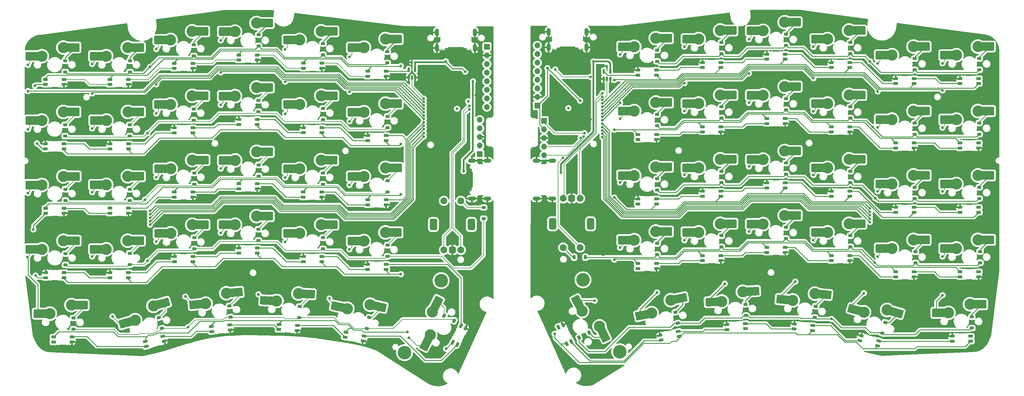
<source format=gbr>
%TF.GenerationSoftware,KiCad,Pcbnew,7.0.8*%
%TF.CreationDate,2024-10-02T10:44:01+02:00*%
%TF.ProjectId,chastity,63686173-7469-4747-992e-6b696361645f,rev?*%
%TF.SameCoordinates,Original*%
%TF.FileFunction,Copper,L2,Bot*%
%TF.FilePolarity,Positive*%
%FSLAX46Y46*%
G04 Gerber Fmt 4.6, Leading zero omitted, Abs format (unit mm)*
G04 Created by KiCad (PCBNEW 7.0.8) date 2024-10-02 10:44:01*
%MOMM*%
%LPD*%
G01*
G04 APERTURE LIST*
G04 Aperture macros list*
%AMRoundRect*
0 Rectangle with rounded corners*
0 $1 Rounding radius*
0 $2 $3 $4 $5 $6 $7 $8 $9 X,Y pos of 4 corners*
0 Add a 4 corners polygon primitive as box body*
4,1,4,$2,$3,$4,$5,$6,$7,$8,$9,$2,$3,0*
0 Add four circle primitives for the rounded corners*
1,1,$1+$1,$2,$3*
1,1,$1+$1,$4,$5*
1,1,$1+$1,$6,$7*
1,1,$1+$1,$8,$9*
0 Add four rect primitives between the rounded corners*
20,1,$1+$1,$2,$3,$4,$5,0*
20,1,$1+$1,$4,$5,$6,$7,0*
20,1,$1+$1,$6,$7,$8,$9,0*
20,1,$1+$1,$8,$9,$2,$3,0*%
%AMRotRect*
0 Rectangle, with rotation*
0 The origin of the aperture is its center*
0 $1 length*
0 $2 width*
0 $3 Rotation angle, in degrees counterclockwise*
0 Add horizontal line*
21,1,$1,$2,0,0,$3*%
%AMFreePoly0*
4,1,18,-0.410000,0.593000,-0.403758,0.624380,-0.385983,0.650983,-0.359380,0.668758,-0.328000,0.675000,0.328000,0.675000,0.359380,0.668758,0.385983,0.650983,0.403758,0.624380,0.410000,0.593000,0.410000,-0.593000,0.403758,-0.624380,0.385983,-0.650983,0.359380,-0.668758,0.328000,-0.675000,0.000000,-0.675000,-0.410000,-0.265000,-0.410000,0.593000,-0.410000,0.593000,$1*%
G04 Aperture macros list end*
%TA.AperFunction,ComponentPad*%
%ADD10O,2.250000X1.200000*%
%TD*%
%TA.AperFunction,ComponentPad*%
%ADD11O,1.200000X2.250000*%
%TD*%
%TA.AperFunction,ComponentPad*%
%ADD12C,2.000000*%
%TD*%
%TA.AperFunction,ComponentPad*%
%ADD13RoundRect,0.550000X0.550000X-1.150000X0.550000X1.150000X-0.550000X1.150000X-0.550000X-1.150000X0*%
%TD*%
%TA.AperFunction,ComponentPad*%
%ADD14RoundRect,0.500000X0.500000X-0.500000X0.500000X0.500000X-0.500000X0.500000X-0.500000X-0.500000X0*%
%TD*%
%TA.AperFunction,ComponentPad*%
%ADD15RoundRect,0.500000X-0.500000X0.500000X-0.500000X-0.500000X0.500000X-0.500000X0.500000X0.500000X0*%
%TD*%
%TA.AperFunction,ComponentPad*%
%ADD16RoundRect,0.550000X-0.550000X1.150000X-0.550000X-1.150000X0.550000X-1.150000X0.550000X1.150000X0*%
%TD*%
%TA.AperFunction,ComponentPad*%
%ADD17C,4.000000*%
%TD*%
%TA.AperFunction,SMDPad,CuDef*%
%ADD18RoundRect,0.225000X0.320025X-0.298050X0.413585X0.142116X-0.320025X0.298050X-0.413585X-0.142116X0*%
%TD*%
%TA.AperFunction,SMDPad,CuDef*%
%ADD19RoundRect,0.225000X0.375000X-0.225000X0.375000X0.225000X-0.375000X0.225000X-0.375000X-0.225000X0*%
%TD*%
%TA.AperFunction,SMDPad,CuDef*%
%ADD20FreePoly0,270.000000*%
%TD*%
%TA.AperFunction,SMDPad,CuDef*%
%ADD21RoundRect,0.082000X-0.593000X0.328000X-0.593000X-0.328000X0.593000X-0.328000X0.593000X0.328000X0*%
%TD*%
%TA.AperFunction,ComponentPad*%
%ADD22C,3.300000*%
%TD*%
%TA.AperFunction,SMDPad,CuDef*%
%ADD23R,1.650000X2.500000*%
%TD*%
%TA.AperFunction,SMDPad,CuDef*%
%ADD24RoundRect,0.250000X1.025000X1.000000X-1.025000X1.000000X-1.025000X-1.000000X1.025000X-1.000000X0*%
%TD*%
%TA.AperFunction,SMDPad,CuDef*%
%ADD25RoundRect,0.225000X0.386262X-0.205066X0.362710X0.244318X-0.386262X0.205066X-0.362710X-0.244318X0*%
%TD*%
%TA.AperFunction,SMDPad,CuDef*%
%ADD26RoundRect,0.082000X-0.609354X0.296515X-0.575021X-0.358586X0.609354X-0.296515X0.575021X0.358586X0*%
%TD*%
%TA.AperFunction,SMDPad,CuDef*%
%ADD27FreePoly0,273.000000*%
%TD*%
%TA.AperFunction,ComponentPad*%
%ADD28R,1.700000X1.700000*%
%TD*%
%TA.AperFunction,ComponentPad*%
%ADD29O,1.700000X1.700000*%
%TD*%
%TA.AperFunction,SMDPad,CuDef*%
%ADD30FreePoly0,90.000000*%
%TD*%
%TA.AperFunction,SMDPad,CuDef*%
%ADD31RoundRect,0.082000X0.593000X-0.328000X0.593000X0.328000X-0.593000X0.328000X-0.593000X-0.328000X0*%
%TD*%
%TA.AperFunction,SMDPad,CuDef*%
%ADD32FreePoly0,78.000000*%
%TD*%
%TA.AperFunction,SMDPad,CuDef*%
%ADD33RoundRect,0.082000X0.511846X-0.444124X0.648237X0.197541X-0.511846X0.444124X-0.648237X-0.197541X0*%
%TD*%
%TA.AperFunction,SMDPad,CuDef*%
%ADD34RotRect,1.650000X2.500000X355.000000*%
%TD*%
%TA.AperFunction,SMDPad,CuDef*%
%ADD35RoundRect,0.250000X1.108255X0.906860X-0.933944X1.085529X-1.108255X-0.906860X0.933944X-1.085529X0*%
%TD*%
%TA.AperFunction,SMDPad,CuDef*%
%ADD36RotRect,1.650000X2.500000X175.000000*%
%TD*%
%TA.AperFunction,SMDPad,CuDef*%
%ADD37RoundRect,0.082000X0.023034X0.677276X-0.561467X0.379458X-0.023034X-0.677276X0.561467X-0.379458X0*%
%TD*%
%TA.AperFunction,SMDPad,CuDef*%
%ADD38FreePoly0,207.000000*%
%TD*%
%TA.AperFunction,SMDPad,CuDef*%
%ADD39RotRect,1.650000X2.500000X297.000000*%
%TD*%
%TA.AperFunction,SMDPad,CuDef*%
%ADD40RoundRect,0.250000X1.356347X-0.459291X0.425666X1.367272X-1.356347X0.459291X-0.425666X-1.367272X0*%
%TD*%
%TA.AperFunction,SMDPad,CuDef*%
%ADD41RotRect,1.650000X2.500000X117.000000*%
%TD*%
%TA.AperFunction,SMDPad,CuDef*%
%ADD42RoundRect,0.225000X-0.030230X-0.436275X0.370723X-0.231980X0.030230X0.436275X-0.370723X0.231980X0*%
%TD*%
%TA.AperFunction,SMDPad,CuDef*%
%ADD43RotRect,1.650000X2.500000X168.000000*%
%TD*%
%TA.AperFunction,SMDPad,CuDef*%
%ADD44RoundRect,0.250000X1.210513X0.765038X-0.794690X1.191257X-1.210513X-0.765038X0.794690X-1.191257X0*%
%TD*%
%TA.AperFunction,SMDPad,CuDef*%
%ADD45RotRect,1.650000X2.500000X348.000000*%
%TD*%
%TA.AperFunction,SMDPad,CuDef*%
%ADD46RoundRect,0.082000X-0.648237X0.197541X-0.511846X-0.444124X0.648237X-0.197541X0.511846X0.444124X0*%
%TD*%
%TA.AperFunction,SMDPad,CuDef*%
%ADD47FreePoly0,282.000000*%
%TD*%
%TA.AperFunction,SMDPad,CuDef*%
%ADD48RoundRect,0.225000X0.362710X-0.244318X0.386262X0.205066X-0.362710X0.244318X-0.386262X-0.205066X0*%
%TD*%
%TA.AperFunction,SMDPad,CuDef*%
%ADD49RoundRect,0.225000X0.370723X0.231980X-0.030230X0.436275X-0.370723X-0.231980X0.030230X-0.436275X0*%
%TD*%
%TA.AperFunction,SMDPad,CuDef*%
%ADD50FreePoly0,87.000000*%
%TD*%
%TA.AperFunction,SMDPad,CuDef*%
%ADD51RoundRect,0.082000X0.575021X-0.358586X0.609354X0.296515X-0.575021X0.358586X-0.609354X-0.296515X0*%
%TD*%
%TA.AperFunction,SMDPad,CuDef*%
%ADD52RotRect,1.650000X2.500000X344.000000*%
%TD*%
%TA.AperFunction,SMDPad,CuDef*%
%ADD53RoundRect,0.250000X1.260931X0.678733X-0.709656X1.243790X-1.260931X-0.678733X0.709656X-1.243790X0*%
%TD*%
%TA.AperFunction,SMDPad,CuDef*%
%ADD54RotRect,1.650000X2.500000X164.000000*%
%TD*%
%TA.AperFunction,SMDPad,CuDef*%
%ADD55RoundRect,0.082000X-0.562156X0.378435X-0.619331X-0.275069X0.562156X-0.378435X0.619331X0.275069X0*%
%TD*%
%TA.AperFunction,SMDPad,CuDef*%
%ADD56FreePoly0,265.000000*%
%TD*%
%TA.AperFunction,SMDPad,CuDef*%
%ADD57RoundRect,0.225000X0.298455X-0.319648X0.422492X0.112920X-0.298455X0.319648X-0.422492X-0.112920X0*%
%TD*%
%TA.AperFunction,SMDPad,CuDef*%
%ADD58RoundRect,0.150000X0.150000X-0.512500X0.150000X0.512500X-0.150000X0.512500X-0.150000X-0.512500X0*%
%TD*%
%TA.AperFunction,SMDPad,CuDef*%
%ADD59RotRect,1.650000X2.500000X177.000000*%
%TD*%
%TA.AperFunction,SMDPad,CuDef*%
%ADD60RoundRect,0.250000X1.075931X0.944985X-0.971259X1.052274X-1.075931X-0.944985X0.971259X-1.052274X0*%
%TD*%
%TA.AperFunction,SMDPad,CuDef*%
%ADD61RotRect,1.650000X2.500000X357.000000*%
%TD*%
%TA.AperFunction,SMDPad,CuDef*%
%ADD62RoundRect,0.225000X0.225000X0.375000X-0.225000X0.375000X-0.225000X-0.375000X0.225000X-0.375000X0*%
%TD*%
%TA.AperFunction,SMDPad,CuDef*%
%ADD63RoundRect,0.082000X-0.479619X0.478747X-0.660437X-0.151841X0.479619X-0.478747X0.660437X0.151841X0*%
%TD*%
%TA.AperFunction,SMDPad,CuDef*%
%ADD64FreePoly0,254.000000*%
%TD*%
%TA.AperFunction,SMDPad,CuDef*%
%ADD65RoundRect,0.225000X0.393183X-0.191460X0.353963X0.256827X-0.393183X0.191460X-0.353963X-0.256827X0*%
%TD*%
%TA.AperFunction,SMDPad,CuDef*%
%ADD66RoundRect,0.225000X0.353963X-0.256827X0.393183X0.191460X-0.353963X0.256827X-0.393183X-0.191460X0*%
%TD*%
%TA.AperFunction,SMDPad,CuDef*%
%ADD67RotRect,1.650000X2.500000X3.000000*%
%TD*%
%TA.AperFunction,SMDPad,CuDef*%
%ADD68RoundRect,0.250000X0.971259X1.052274X-1.075931X0.944985X-0.971259X-1.052274X1.075931X-0.944985X0*%
%TD*%
%TA.AperFunction,SMDPad,CuDef*%
%ADD69RotRect,1.650000X2.500000X183.000000*%
%TD*%
%TA.AperFunction,SMDPad,CuDef*%
%ADD70RotRect,1.650000X2.500000X196.000000*%
%TD*%
%TA.AperFunction,SMDPad,CuDef*%
%ADD71RoundRect,0.250000X0.709656X1.243790X-1.260931X0.678733X-0.709656X-1.243790X1.260931X-0.678733X0*%
%TD*%
%TA.AperFunction,SMDPad,CuDef*%
%ADD72RotRect,1.650000X2.500000X16.000000*%
%TD*%
%TA.AperFunction,SMDPad,CuDef*%
%ADD73FreePoly0,153.000000*%
%TD*%
%TA.AperFunction,SMDPad,CuDef*%
%ADD74RoundRect,0.082000X0.561467X0.379458X-0.023034X0.677276X-0.561467X-0.379458X0.023034X-0.677276X0*%
%TD*%
%TA.AperFunction,SMDPad,CuDef*%
%ADD75RoundRect,0.225000X0.413585X-0.142116X0.320025X0.298050X-0.413585X0.142116X-0.320025X-0.298050X0*%
%TD*%
%TA.AperFunction,SMDPad,CuDef*%
%ADD76RotRect,1.650000X2.500000X243.000000*%
%TD*%
%TA.AperFunction,SMDPad,CuDef*%
%ADD77RoundRect,0.250000X-0.425666X1.367272X-1.356347X-0.459291X0.425666X-1.367272X1.356347X0.459291X0*%
%TD*%
%TA.AperFunction,SMDPad,CuDef*%
%ADD78RotRect,1.650000X2.500000X63.000000*%
%TD*%
%TA.AperFunction,SMDPad,CuDef*%
%ADD79FreePoly0,106.000000*%
%TD*%
%TA.AperFunction,SMDPad,CuDef*%
%ADD80RoundRect,0.082000X0.660437X-0.151841X0.479619X0.478747X-0.660437X0.151841X-0.479619X-0.478747X0*%
%TD*%
%TA.AperFunction,SMDPad,CuDef*%
%ADD81RoundRect,0.140000X-0.140000X-0.170000X0.140000X-0.170000X0.140000X0.170000X-0.140000X0.170000X0*%
%TD*%
%TA.AperFunction,SMDPad,CuDef*%
%ADD82RotRect,1.650000X2.500000X12.000000*%
%TD*%
%TA.AperFunction,SMDPad,CuDef*%
%ADD83RoundRect,0.250000X0.794690X1.191257X-1.210513X0.765038X-0.794690X-1.191257X1.210513X-0.765038X0*%
%TD*%
%TA.AperFunction,SMDPad,CuDef*%
%ADD84RotRect,1.650000X2.500000X192.000000*%
%TD*%
%TA.AperFunction,SMDPad,CuDef*%
%ADD85FreePoly0,95.000000*%
%TD*%
%TA.AperFunction,SMDPad,CuDef*%
%ADD86RoundRect,0.082000X0.619331X-0.275069X0.562156X0.378435X-0.619331X0.275069X-0.562156X-0.378435X0*%
%TD*%
%TA.AperFunction,SMDPad,CuDef*%
%ADD87RotRect,1.650000X2.500000X185.000000*%
%TD*%
%TA.AperFunction,SMDPad,CuDef*%
%ADD88RoundRect,0.250000X0.933944X1.085529X-1.108255X0.906860X-0.933944X-1.085529X1.108255X-0.906860X0*%
%TD*%
%TA.AperFunction,SMDPad,CuDef*%
%ADD89RotRect,1.650000X2.500000X5.000000*%
%TD*%
%TA.AperFunction,SMDPad,CuDef*%
%ADD90RoundRect,0.225000X0.422492X-0.112920X0.298455X0.319648X-0.422492X0.112920X-0.298455X-0.319648X0*%
%TD*%
%TA.AperFunction,ViaPad*%
%ADD91C,0.800000*%
%TD*%
%TA.AperFunction,ViaPad*%
%ADD92C,0.500000*%
%TD*%
%TA.AperFunction,Conductor*%
%ADD93C,0.250000*%
%TD*%
%TA.AperFunction,Conductor*%
%ADD94C,0.500000*%
%TD*%
%TA.AperFunction,Conductor*%
%ADD95C,0.300000*%
%TD*%
%TA.AperFunction,Conductor*%
%ADD96C,0.200000*%
%TD*%
G04 APERTURE END LIST*
D10*
%TO.P,SPLIT_R1,S1,SHIELD*%
%TO.N,GND*%
X110291764Y98037805D03*
X114891764Y98017805D03*
X110291764Y86887805D03*
X114891764Y86867805D03*
%TD*%
D11*
%TO.P,J1,S1,SHIELD*%
%TO.N,GND*%
X80875621Y131307621D03*
X80895621Y135907621D03*
X92025621Y131307621D03*
X92045621Y135907621D03*
%TD*%
D12*
%TO.P,SW1,S2,S2*%
%TO.N,col 0_L*%
X82941764Y86195000D03*
%TO.P,SW1,S1,S1*%
%TO.N,Net-(D61-A)*%
X87941764Y86195000D03*
D13*
%TO.P,SW1,MP*%
%TO.N,N/C*%
X91041764Y79195000D03*
X79841764Y79195000D03*
D14*
%TO.P,SW1,C,C*%
%TO.N,GND*%
X85441764Y71695000D03*
D12*
%TO.P,SW1,B,B*%
%TO.N,rot B_L*%
X87941764Y71695000D03*
%TO.P,SW1,A,A*%
%TO.N,rot A_L*%
X82941764Y71695000D03*
%TD*%
%TO.P,SW2,A,A*%
%TO.N,rot A*%
X123101704Y86893835D03*
%TO.P,SW2,B,B*%
%TO.N,rot B*%
X118101704Y86893835D03*
D15*
%TO.P,SW2,C,C*%
%TO.N,GND*%
X120601704Y86893835D03*
D16*
%TO.P,SW2,MP*%
%TO.N,N/C*%
X126201704Y79393835D03*
X115001704Y79393835D03*
D12*
%TO.P,SW2,S1,S1*%
%TO.N,Net-(D62-A)*%
X118101704Y72393835D03*
%TO.P,SW2,S2,S2*%
%TO.N,col 0*%
X123101704Y72393835D03*
%TD*%
D10*
%TO.P,SPLIT_L1,S1,SHIELD*%
%TO.N,GND*%
X91191764Y98015000D03*
X95791764Y97995000D03*
X91191764Y86865000D03*
X95791764Y86845000D03*
%TD*%
D11*
%TO.P,J4,S1,SHIELD*%
%TO.N,GND*%
X124996032Y136036728D03*
X124976032Y131436728D03*
X113846032Y136036728D03*
X113826032Y131436728D03*
%TD*%
D17*
%TO.P,S31,*%
%TO.N,*%
X123960120Y62882475D03*
X134770769Y41665382D03*
%TD*%
%TO.P,S1,*%
%TO.N,*%
X82123408Y62624670D03*
X71312759Y41407577D03*
%TD*%
D18*
%TO.P,D29,2,A*%
%TO.N,Net-(D29-A)*%
X60934818Y51758944D03*
%TO.P,D29,1,K*%
%TO.N,row 4_L*%
X60248710Y48531056D03*
%TD*%
D19*
%TO.P,D44,1,K*%
%TO.N,row 2*%
X164791764Y91602805D03*
%TO.P,D44,2,A*%
%TO.N,Net-(D44-A)*%
X164791764Y94902805D03*
%TD*%
D20*
%TO.P,LED11,4,VSS*%
%TO.N,GND*%
X41496764Y107785000D03*
D21*
%TO.P,LED11,3,DIN*%
%TO.N,Net-(LED10-DOUT)*%
X41496764Y106285000D03*
%TO.P,LED11,2,DOUT*%
%TO.N,Net-(LED11-DOUT)*%
X46946764Y107785000D03*
%TO.P,LED11,1,VDD*%
%TO.N,LED_Pow_5V_L*%
X46946764Y106285000D03*
%TD*%
D22*
%TO.P,MX51,1,1*%
%TO.N,col 3*%
X177081764Y79342805D03*
D23*
X175256764Y79342805D03*
D24*
X173531764Y79342805D03*
%TO.P,MX51,2,2*%
%TO.N,Net-(D51-A)*%
X186981764Y81882805D03*
D23*
X185231764Y81882805D03*
D22*
X183431764Y81882805D03*
%TD*%
D20*
%TO.P,LED19,4,VSS*%
%TO.N,GND*%
X-34533236Y65015000D03*
D21*
%TO.P,LED19,3,DIN*%
%TO.N,Net-(LED13-DOUT)*%
X-34533236Y63515000D03*
%TO.P,LED19,2,DOUT*%
%TO.N,Net-(LED19-DOUT)*%
X-29083236Y65015000D03*
%TO.P,LED19,1,VDD*%
%TO.N,LED_Pow_5V_L*%
X-29083236Y63515000D03*
%TD*%
D25*
%TO.P,D57,1,K*%
%TO.N,row 4*%
X172028118Y52355066D03*
%TO.P,D57,2,A*%
%TO.N,Net-(D57-A)*%
X171855410Y55650544D03*
%TD*%
D22*
%TO.P,MX6,2,2*%
%TO.N,Net-(D6-A)*%
X65731764Y133925000D03*
D23*
X67531764Y133925000D03*
D24*
X69281764Y133925000D03*
%TO.P,MX6,1,1*%
%TO.N,col 1_L*%
X55831764Y131385000D03*
D23*
X57556764Y131385000D03*
D22*
X59381764Y131385000D03*
%TD*%
D19*
%TO.P,D13,2,A*%
%TO.N,Net-(D13-A)*%
X-28708236Y89595000D03*
%TO.P,D13,1,K*%
%TO.N,row 2_L*%
X-28708236Y86295000D03*
%TD*%
D26*
%TO.P,LED57,1,VDD*%
%TO.N,LED_Pow_5V*%
X171868148Y48473410D03*
%TO.P,LED57,2,DOUT*%
%TO.N,Net-(LED57-DOUT)*%
X171789645Y49971355D03*
%TO.P,LED57,3,DIN*%
%TO.N,Net-(LED56-DOUT)*%
X166425617Y48188179D03*
D27*
%TO.P,LED57,4,VSS*%
%TO.N,GND*%
X166347114Y49686124D03*
%TD*%
D19*
%TO.P,D35,1,K*%
%TO.N,row 0*%
X221791764Y124852805D03*
%TO.P,D35,2,A*%
%TO.N,Net-(D35-A)*%
X221791764Y128152805D03*
%TD*%
D28*
%TO.P,J5,1,Pin_1*%
%TO.N,RESET*%
X112480764Y109825000D03*
D29*
%TO.P,J5,2,Pin_2*%
%TO.N,+3V3*%
X112480764Y107285000D03*
%TO.P,J5,3,Pin_3*%
%TO.N,GND*%
X112480764Y104745000D03*
%TO.P,J5,4,Pin_4*%
%TO.N,SWC*%
X112480764Y102205000D03*
%TO.P,J5,5,Pin_5*%
%TO.N,SWD*%
X112480764Y99665000D03*
%TD*%
D30*
%TO.P,LED6,4,VSS*%
%TO.N,GND*%
X65916764Y122925000D03*
D31*
%TO.P,LED6,3,DIN*%
%TO.N,LED_Data_5V_L*%
X65916764Y124425000D03*
%TO.P,LED6,2,DOUT*%
%TO.N,Net-(LED5-DIN)*%
X60466764Y122925000D03*
%TO.P,LED6,1,VDD*%
%TO.N,LED_Pow_5V_L*%
X60466764Y124425000D03*
%TD*%
D19*
%TO.P,D60,1,K*%
%TO.N,row 4*%
X238641764Y48652805D03*
%TO.P,D60,2,A*%
%TO.N,Net-(D60-A)*%
X238641764Y51952805D03*
%TD*%
%TO.P,D48,1,K*%
%TO.N,row 2*%
X240791764Y86852805D03*
%TO.P,D48,2,A*%
%TO.N,Net-(D48-A)*%
X240791764Y90152805D03*
%TD*%
%TO.P,D15,2,A*%
%TO.N,Net-(D15-A)*%
X9291764Y94395000D03*
%TO.P,D15,1,K*%
%TO.N,row 2_L*%
X9291764Y91095000D03*
%TD*%
D30*
%TO.P,LED14,4,VSS*%
%TO.N,GND*%
X-10103236Y82525000D03*
D31*
%TO.P,LED14,3,DIN*%
%TO.N,Net-(LED14-DIN)*%
X-10103236Y84025000D03*
%TO.P,LED14,2,DOUT*%
%TO.N,Net-(LED13-DIN)*%
X-15553236Y82525000D03*
%TO.P,LED14,1,VDD*%
%TO.N,LED_Pow_5V_L*%
X-15553236Y84025000D03*
%TD*%
D19*
%TO.P,D6,2,A*%
%TO.N,Net-(D6-A)*%
X66241764Y130195000D03*
%TO.P,D6,1,K*%
%TO.N,row 0_L*%
X66241764Y126895000D03*
%TD*%
D21*
%TO.P,LED35,1,VDD*%
%TO.N,LED_Pow_5V*%
X221616764Y120772805D03*
%TO.P,LED35,2,DOUT*%
%TO.N,Net-(LED35-DOUT)*%
X221616764Y122272805D03*
%TO.P,LED35,3,DIN*%
%TO.N,Net-(LED34-DOUT)*%
X216166764Y120772805D03*
D20*
%TO.P,LED35,4,VSS*%
%TO.N,GND*%
X216166764Y122272805D03*
%TD*%
D28*
%TO.P,J6,1,Pin_1*%
%TO.N,+3V3*%
X110480764Y114245000D03*
D29*
%TO.P,J6,2,Pin_2*%
%TO.N,GND*%
X110480764Y116785000D03*
%TO.P,J6,3,Pin_3*%
%TO.N,DIN*%
X110480764Y119325000D03*
%TO.P,J6,4,Pin_4*%
%TO.N,clk*%
X110480764Y121865000D03*
%TO.P,J6,5,Pin_5*%
%TO.N,cs*%
X110480764Y124405000D03*
%TO.P,J6,6,Pin_6*%
%TO.N,dc*%
X110480764Y126945000D03*
%TO.P,J6,7,Pin_7*%
%TO.N,rst*%
X110480764Y129485000D03*
%TO.P,J6,8,Pin_8*%
%TO.N,bl*%
X110480764Y132025000D03*
%TD*%
D19*
%TO.P,D17,2,A*%
%TO.N,Net-(D17-A)*%
X47291764Y94395000D03*
%TO.P,D17,1,K*%
%TO.N,row 2_L*%
X47291764Y91095000D03*
%TD*%
%TO.P,D5,2,A*%
%TO.N,Net-(D5-A)*%
X47291764Y132595000D03*
%TO.P,D5,1,K*%
%TO.N,row 0_L*%
X47291764Y129295000D03*
%TD*%
%TO.P,D34,1,K*%
%TO.N,row 0*%
X202791764Y129602805D03*
%TO.P,D34,2,A*%
%TO.N,Net-(D34-A)*%
X202791764Y132902805D03*
%TD*%
%TO.P,D40,1,K*%
%TO.N,row 1*%
X202791764Y110602805D03*
%TO.P,D40,2,A*%
%TO.N,Net-(D40-A)*%
X202791764Y113902805D03*
%TD*%
D22*
%TO.P,MX22,2,2*%
%TO.N,Net-(D22-A)*%
X27681764Y81675000D03*
D23*
X29481764Y81675000D03*
D24*
X31231764Y81675000D03*
%TO.P,MX22,1,1*%
%TO.N,col 3_L*%
X17781764Y79135000D03*
D23*
X19506764Y79135000D03*
D22*
X21331764Y79135000D03*
%TD*%
D21*
%TO.P,LED47,1,VDD*%
%TO.N,LED_Pow_5V*%
X221616764Y82772805D03*
%TO.P,LED47,2,DOUT*%
%TO.N,Net-(LED47-DOUT)*%
X221616764Y84272805D03*
%TO.P,LED47,3,DIN*%
%TO.N,Net-(LED46-DOUT)*%
X216166764Y82772805D03*
D20*
%TO.P,LED47,4,VSS*%
%TO.N,GND*%
X216166764Y84272805D03*
%TD*%
%TO.P,LED23,4,VSS*%
%TO.N,GND*%
X41466764Y69765000D03*
D21*
%TO.P,LED23,3,DIN*%
%TO.N,Net-(LED22-DOUT)*%
X41466764Y68265000D03*
%TO.P,LED23,2,DOUT*%
%TO.N,Net-(LED23-DOUT)*%
X46916764Y69765000D03*
%TO.P,LED23,1,VDD*%
%TO.N,LED_Pow_5V_L*%
X46916764Y68265000D03*
%TD*%
D22*
%TO.P,MX37,1,1*%
%TO.N,col 1*%
X139081764Y112642805D03*
D23*
X137256764Y112642805D03*
D24*
X135531764Y112642805D03*
%TO.P,MX37,2,2*%
%TO.N,Net-(D37-A)*%
X148981764Y115182805D03*
D23*
X147231764Y115182805D03*
D22*
X145431764Y115182805D03*
%TD*%
D31*
%TO.P,LED54,1,VDD*%
%TO.N,LED_Pow_5V*%
X235166764Y65272805D03*
%TO.P,LED54,2,DOUT*%
%TO.N,Net-(LED53-DIN)*%
X235166764Y63772805D03*
%TO.P,LED54,3,DIN*%
%TO.N,Net-(LED48-DOUT)*%
X240616764Y65272805D03*
D30*
%TO.P,LED54,4,VSS*%
%TO.N,GND*%
X240616764Y63772805D03*
%TD*%
D20*
%TO.P,LED9,4,VSS*%
%TO.N,GND*%
X3416764Y107745000D03*
D21*
%TO.P,LED9,3,DIN*%
%TO.N,Net-(LED8-DOUT)*%
X3416764Y106245000D03*
%TO.P,LED9,2,DOUT*%
%TO.N,Net-(LED10-DIN)*%
X8866764Y107745000D03*
%TO.P,LED9,1,VDD*%
%TO.N,LED_Pow_5V_L*%
X8866764Y106245000D03*
%TD*%
D30*
%TO.P,LED2,4,VSS*%
%TO.N,GND*%
X-10133236Y120515000D03*
D31*
%TO.P,LED2,3,DIN*%
%TO.N,Net-(LED2-DIN)*%
X-10133236Y122015000D03*
%TO.P,LED2,2,DOUT*%
%TO.N,Net-(LED1-DIN)*%
X-15583236Y120515000D03*
%TO.P,LED2,1,VDD*%
%TO.N,LED_Pow_5V_L*%
X-15583236Y122015000D03*
%TD*%
D19*
%TO.P,D53,1,K*%
%TO.N,row 3*%
X222045211Y67851540D03*
%TO.P,D53,2,A*%
%TO.N,Net-(D53-A)*%
X222045211Y71151540D03*
%TD*%
D31*
%TO.P,LED51,1,VDD*%
%TO.N,LED_Pow_5V*%
X178166764Y72472805D03*
%TO.P,LED51,2,DOUT*%
%TO.N,Net-(LED50-DIN)*%
X178166764Y70972805D03*
%TO.P,LED51,3,DIN*%
%TO.N,Net-(LED51-DIN)*%
X183616764Y72472805D03*
D30*
%TO.P,LED51,4,VSS*%
%TO.N,GND*%
X183616764Y70972805D03*
%TD*%
D32*
%TO.P,LED29,4,VSS*%
%TO.N,GND*%
X59095091Y44825840D03*
D33*
%TO.P,LED29,3,DIN*%
%TO.N,Net-(LED29-DIN)*%
X59406959Y46293061D03*
%TO.P,LED29,2,DOUT*%
%TO.N,Net-(LED28-DIN)*%
X53764187Y45958959D03*
%TO.P,LED29,1,VDD*%
%TO.N,LED_Pow_5V_L*%
X54076055Y47426180D03*
%TD*%
D22*
%TO.P,MX38,1,1*%
%TO.N,col 2*%
X158081764Y114892805D03*
D23*
X156256764Y114892805D03*
D24*
X154531764Y114892805D03*
%TO.P,MX38,2,2*%
%TO.N,Net-(D38-A)*%
X167981764Y117432805D03*
D23*
X166231764Y117432805D03*
D22*
X164431764Y117432805D03*
%TD*%
%TO.P,MX58,1,1*%
%TO.N,col 4*%
X185817638Y56815203D03*
D34*
X183999582Y56974262D03*
D35*
X182281147Y57124606D03*
%TO.P,MX58,2,2*%
%TO.N,Net-(D58-A)*%
X195901341Y58482696D03*
D36*
X194158000Y58635218D03*
D22*
X192364850Y58792098D03*
%TD*%
D30*
%TO.P,LED25,4,VSS*%
%TO.N,GND*%
X-26733236Y44515000D03*
D31*
%TO.P,LED25,3,DIN*%
%TO.N,Net-(LED25-DIN)*%
X-26733236Y46015000D03*
%TO.P,LED25,2,DOUT*%
%TO.N,unconnected-(LED25-DOUT-Pad2)*%
X-32183236Y44515000D03*
%TO.P,LED25,1,VDD*%
%TO.N,LED_Pow_5V_L*%
X-32183236Y46015000D03*
%TD*%
D22*
%TO.P,MX54,1,1*%
%TO.N,col 6*%
X234081764Y72142805D03*
D23*
X232256764Y72142805D03*
D24*
X230531764Y72142805D03*
%TO.P,MX54,2,2*%
%TO.N,Net-(D54-A)*%
X243981764Y74682805D03*
D23*
X242231764Y74682805D03*
D22*
X240431764Y74682805D03*
%TD*%
%TO.P,MX42,1,1*%
%TO.N,col 6*%
X234081764Y110142805D03*
D23*
X232256764Y110142805D03*
D24*
X230531764Y110142805D03*
%TO.P,MX42,2,2*%
%TO.N,Net-(D42-A)*%
X243981764Y112682805D03*
D23*
X242231764Y112682805D03*
D22*
X240431764Y112682805D03*
%TD*%
%TO.P,MX8,2,2*%
%TO.N,Net-(D8-A)*%
X-10268236Y112425000D03*
D23*
X-8468236Y112425000D03*
D24*
X-6718236Y112425000D03*
%TO.P,MX8,1,1*%
%TO.N,col 5_L*%
X-20168236Y109885000D03*
D23*
X-18443236Y109885000D03*
D22*
X-16618236Y109885000D03*
%TD*%
D37*
%TO.P,LED55,1,VDD*%
%TO.N,LED_Pow_5V*%
X119184320Y44028047D03*
%TO.P,LED55,2,DOUT*%
%TO.N,Net-(LED55-DOUT)*%
X120520830Y44709033D03*
%TO.P,LED55,3,DIN*%
%TO.N,Net-(LED49-DOUT)*%
X116710072Y48884033D03*
D38*
%TO.P,LED55,4,VSS*%
%TO.N,GND*%
X118046582Y49565019D03*
%TD*%
D20*
%TO.P,LED20,4,VSS*%
%TO.N,GND*%
X-15583236Y65015000D03*
D21*
%TO.P,LED20,3,DIN*%
%TO.N,Net-(LED19-DOUT)*%
X-15583236Y63515000D03*
%TO.P,LED20,2,DOUT*%
%TO.N,Net-(LED20-DOUT)*%
X-10133236Y65015000D03*
%TO.P,LED20,1,VDD*%
%TO.N,LED_Pow_5V_L*%
X-10133236Y63515000D03*
%TD*%
D22*
%TO.P,MX48,1,1*%
%TO.N,col 6*%
X234081764Y91142805D03*
D23*
X232256764Y91142805D03*
D24*
X230531764Y91142805D03*
%TO.P,MX48,2,2*%
%TO.N,Net-(D48-A)*%
X243981764Y93682805D03*
D23*
X242231764Y93682805D03*
D22*
X240431764Y93682805D03*
%TD*%
%TO.P,MX55,1,1*%
%TO.N,col 1*%
X123675217Y53650676D03*
D39*
X122846684Y55276763D03*
D40*
X122063550Y56813749D03*
%TO.P,MX55,2,2*%
%TO.N,Net-(D55-A)*%
X130432879Y45982847D03*
D41*
X129638396Y47542108D03*
D22*
X128821213Y49145920D03*
%TD*%
D21*
%TO.P,LED33,1,VDD*%
%TO.N,LED_Pow_5V*%
X183616764Y127972805D03*
%TO.P,LED33,2,DOUT*%
%TO.N,Net-(LED33-DOUT)*%
X183616764Y129472805D03*
%TO.P,LED33,3,DIN*%
%TO.N,Net-(LED32-DOUT)*%
X178166764Y127972805D03*
D20*
%TO.P,LED33,4,VSS*%
%TO.N,GND*%
X178166764Y129472805D03*
%TD*%
D22*
%TO.P,MX24,2,2*%
%TO.N,Net-(D24-A)*%
X65681764Y76875000D03*
D23*
X67481764Y76875000D03*
D24*
X69231764Y76875000D03*
%TO.P,MX24,1,1*%
%TO.N,col 1_L*%
X55781764Y74335000D03*
D23*
X57506764Y74335000D03*
D22*
X59331764Y74335000D03*
%TD*%
%TO.P,MX33,1,1*%
%TO.N,col 3*%
X177081764Y136342805D03*
D23*
X175256764Y136342805D03*
D24*
X173531764Y136342805D03*
%TO.P,MX33,2,2*%
%TO.N,Net-(D33-A)*%
X186981764Y138882805D03*
D23*
X185231764Y138882805D03*
D22*
X183431764Y138882805D03*
%TD*%
D20*
%TO.P,LED10,4,VSS*%
%TO.N,GND*%
X22416764Y110215000D03*
D21*
%TO.P,LED10,3,DIN*%
%TO.N,Net-(LED10-DIN)*%
X22416764Y108715000D03*
%TO.P,LED10,2,DOUT*%
%TO.N,Net-(LED10-DOUT)*%
X27866764Y110215000D03*
%TO.P,LED10,1,VDD*%
%TO.N,LED_Pow_5V_L*%
X27866764Y108715000D03*
%TD*%
D22*
%TO.P,MX19,2,2*%
%TO.N,Net-(D19-A)*%
X-29268236Y74425000D03*
D23*
X-27468236Y74425000D03*
D24*
X-25718236Y74425000D03*
%TO.P,MX19,1,1*%
%TO.N,col 6_L*%
X-39168236Y71885000D03*
D23*
X-37443236Y71885000D03*
D22*
X-35618236Y71885000D03*
%TD*%
D30*
%TO.P,LED18,4,VSS*%
%TO.N,GND*%
X65896764Y84995000D03*
D31*
%TO.P,LED18,3,DIN*%
%TO.N,Net-(LED12-DOUT)*%
X65896764Y86495000D03*
%TO.P,LED18,2,DOUT*%
%TO.N,Net-(LED17-DIN)*%
X60446764Y84995000D03*
%TO.P,LED18,1,VDD*%
%TO.N,LED_Pow_5V_L*%
X60446764Y86495000D03*
%TD*%
D19*
%TO.P,D2,2,A*%
%TO.N,Net-(D2-A)*%
X-9658236Y127495000D03*
%TO.P,D2,1,K*%
%TO.N,row 0_L*%
X-9658236Y124195000D03*
%TD*%
D20*
%TO.P,LED7,4,VSS*%
%TO.N,GND*%
X-34583236Y103015000D03*
D21*
%TO.P,LED7,3,DIN*%
%TO.N,Net-(LED1-DOUT)*%
X-34583236Y101515000D03*
%TO.P,LED7,2,DOUT*%
%TO.N,Net-(LED7-DOUT)*%
X-29133236Y103015000D03*
%TO.P,LED7,1,VDD*%
%TO.N,LED_Pow_5V_L*%
X-29133236Y101515000D03*
%TD*%
D19*
%TO.P,D24,2,A*%
%TO.N,Net-(D24-A)*%
X66291764Y73095000D03*
%TO.P,D24,1,K*%
%TO.N,row 3_L*%
X66291764Y69795000D03*
%TD*%
%TO.P,D16,2,A*%
%TO.N,Net-(D16-A)*%
X28291764Y96795000D03*
%TO.P,D16,1,K*%
%TO.N,row 2_L*%
X28291764Y93495000D03*
%TD*%
D42*
%TO.P,D55,1,K*%
%TO.N,row 4*%
X122771603Y45853721D03*
%TO.P,D55,2,A*%
%TO.N,Net-(D55-A)*%
X125711925Y47351889D03*
%TD*%
D30*
%TO.P,LED16,4,VSS*%
%TO.N,GND*%
X27896764Y89735000D03*
D31*
%TO.P,LED16,3,DIN*%
%TO.N,Net-(LED16-DIN)*%
X27896764Y91235000D03*
%TO.P,LED16,2,DOUT*%
%TO.N,Net-(LED15-DIN)*%
X22446764Y89735000D03*
%TO.P,LED16,1,VDD*%
%TO.N,LED_Pow_5V_L*%
X22446764Y91235000D03*
%TD*%
D22*
%TO.P,MX29,2,2*%
%TO.N,Net-(D29-A)*%
X61182450Y55535894D03*
D43*
X62943116Y55161653D03*
D44*
X64654874Y54797808D03*
%TO.P,MX29,1,1*%
%TO.N,col 2_L*%
X50970693Y55109725D03*
D45*
X52657998Y54751077D03*
D22*
X54443117Y54371638D03*
%TD*%
D19*
%TO.P,D61,2,A*%
%TO.N,Net-(D61-A)*%
X94666073Y84231460D03*
%TO.P,D61,1,K*%
%TO.N,row 3_L*%
X94666073Y80931460D03*
%TD*%
D22*
%TO.P,MX40,1,1*%
%TO.N,col 4*%
X196081764Y114892805D03*
D23*
X194256764Y114892805D03*
D24*
X192531764Y114892805D03*
%TO.P,MX40,2,2*%
%TO.N,Net-(D40-A)*%
X205981764Y117432805D03*
D23*
X204231764Y117432805D03*
D22*
X202431764Y117432805D03*
%TD*%
D21*
%TO.P,LED60,1,VDD*%
%TO.N,LED_Pow_5V*%
X238266764Y44772805D03*
%TO.P,LED60,2,DOUT*%
%TO.N,unconnected-(LED60-DOUT-Pad2)*%
X238266764Y46272805D03*
%TO.P,LED60,3,DIN*%
%TO.N,Net-(LED59-DOUT)*%
X232816764Y44772805D03*
D20*
%TO.P,LED60,4,VSS*%
%TO.N,GND*%
X232816764Y46272805D03*
%TD*%
D19*
%TO.P,D3,2,A*%
%TO.N,Net-(D3-A)*%
X9141764Y132245000D03*
%TO.P,D3,1,K*%
%TO.N,row 0_L*%
X9141764Y128945000D03*
%TD*%
D22*
%TO.P,MX2,2,2*%
%TO.N,Net-(D2-A)*%
X-10318236Y131425000D03*
D23*
X-8518236Y131425000D03*
D24*
X-6768236Y131425000D03*
%TO.P,MX2,1,1*%
%TO.N,col 5_L*%
X-20218236Y128885000D03*
D23*
X-18493236Y128885000D03*
D22*
X-16668236Y128885000D03*
%TD*%
D30*
%TO.P,LED1,4,VSS*%
%TO.N,GND*%
X-29133236Y120515000D03*
D31*
%TO.P,LED1,3,DIN*%
%TO.N,Net-(LED1-DIN)*%
X-29133236Y122015000D03*
%TO.P,LED1,2,DOUT*%
%TO.N,Net-(LED1-DOUT)*%
X-34583236Y120515000D03*
%TO.P,LED1,1,VDD*%
%TO.N,LED_Pow_5V_L*%
X-34583236Y122015000D03*
%TD*%
D46*
%TO.P,LED56,1,VDD*%
%TO.N,LED_Pow_5V*%
X152319342Y46216764D03*
%TO.P,LED56,2,DOUT*%
%TO.N,Net-(LED56-DOUT)*%
X152007474Y47683985D03*
%TO.P,LED56,3,DIN*%
%TO.N,Net-(LED55-DOUT)*%
X146988438Y45083645D03*
D47*
%TO.P,LED56,4,VSS*%
%TO.N,GND*%
X146676570Y46550866D03*
%TD*%
D22*
%TO.P,MX50,1,1*%
%TO.N,col 2*%
X158081764Y76892805D03*
D23*
X156256764Y76892805D03*
D24*
X154531764Y76892805D03*
%TO.P,MX50,2,2*%
%TO.N,Net-(D50-A)*%
X167981764Y79432805D03*
D23*
X166231764Y79432805D03*
D22*
X164431764Y79432805D03*
%TD*%
D19*
%TO.P,D42,1,K*%
%TO.N,row 1*%
X240791764Y105852805D03*
%TO.P,D42,2,A*%
%TO.N,Net-(D42-A)*%
X240791764Y109152805D03*
%TD*%
D48*
%TO.P,D28,2,A*%
%TO.N,Net-(D28-A)*%
X40378118Y54992739D03*
%TO.P,D28,1,K*%
%TO.N,row 4_L*%
X40205410Y51697261D03*
%TD*%
D22*
%TO.P,MX52,1,1*%
%TO.N,col 4*%
X196081764Y76892805D03*
D23*
X194256764Y76892805D03*
D24*
X192531764Y76892805D03*
%TO.P,MX52,2,2*%
%TO.N,Net-(D52-A)*%
X205981764Y79432805D03*
D23*
X204231764Y79432805D03*
D22*
X202431764Y79432805D03*
%TD*%
D49*
%TO.P,D30,2,A*%
%TO.N,Net-(D30-A)*%
X83021603Y52294084D03*
%TO.P,D30,1,K*%
%TO.N,row 4_L*%
X85961925Y50795916D03*
%TD*%
D22*
%TO.P,MX14,2,2*%
%TO.N,Net-(D14-A)*%
X-10288236Y93435000D03*
D23*
X-8488236Y93435000D03*
D24*
X-6738236Y93435000D03*
%TO.P,MX14,1,1*%
%TO.N,col 5_L*%
X-20188236Y90895000D03*
D23*
X-18463236Y90895000D03*
D22*
X-16638236Y90895000D03*
%TD*%
D31*
%TO.P,LED40,1,VDD*%
%TO.N,LED_Pow_5V*%
X197166764Y108022805D03*
%TO.P,LED40,2,DOUT*%
%TO.N,Net-(LED39-DIN)*%
X197166764Y106522805D03*
%TO.P,LED40,3,DIN*%
%TO.N,Net-(LED40-DIN)*%
X202616764Y108022805D03*
D30*
%TO.P,LED40,4,VSS*%
%TO.N,GND*%
X202616764Y106522805D03*
%TD*%
D31*
%TO.P,LED52,1,VDD*%
%TO.N,LED_Pow_5V*%
X197166764Y70022805D03*
%TO.P,LED52,2,DOUT*%
%TO.N,Net-(LED51-DIN)*%
X197166764Y68522805D03*
%TO.P,LED52,3,DIN*%
%TO.N,Net-(LED52-DIN)*%
X202616764Y70022805D03*
D30*
%TO.P,LED52,4,VSS*%
%TO.N,GND*%
X202616764Y68522805D03*
%TD*%
D19*
%TO.P,D49,1,K*%
%TO.N,row 3*%
X145791764Y70302805D03*
%TO.P,D49,2,A*%
%TO.N,Net-(D49-A)*%
X145791764Y73602805D03*
%TD*%
D22*
%TO.P,MX13,2,2*%
%TO.N,Net-(D13-A)*%
X-29288236Y93405000D03*
D23*
X-27488236Y93405000D03*
D24*
X-25738236Y93405000D03*
%TO.P,MX13,1,1*%
%TO.N,col 6_L*%
X-39188236Y90865000D03*
D23*
X-37463236Y90865000D03*
D22*
X-35638236Y90865000D03*
%TD*%
%TO.P,MX20,2,2*%
%TO.N,Net-(D20-A)*%
X-10318236Y74425000D03*
D23*
X-8518236Y74425000D03*
D24*
X-6768236Y74425000D03*
%TO.P,MX20,1,1*%
%TO.N,col 5_L*%
X-20218236Y71885000D03*
D23*
X-18493236Y71885000D03*
D22*
X-16668236Y71885000D03*
%TD*%
D20*
%TO.P,LED8,4,VSS*%
%TO.N,GND*%
X-15533236Y103015000D03*
D21*
%TO.P,LED8,3,DIN*%
%TO.N,Net-(LED7-DOUT)*%
X-15533236Y101515000D03*
%TO.P,LED8,2,DOUT*%
%TO.N,Net-(LED8-DOUT)*%
X-10083236Y103015000D03*
%TO.P,LED8,1,VDD*%
%TO.N,LED_Pow_5V_L*%
X-10083236Y101515000D03*
%TD*%
D19*
%TO.P,D39,1,K*%
%TO.N,row 1*%
X183791764Y113052805D03*
%TO.P,D39,2,A*%
%TO.N,Net-(D39-A)*%
X183791764Y116352805D03*
%TD*%
D22*
%TO.P,MX32,1,1*%
%TO.N,col 2*%
X158081764Y133892805D03*
D23*
X156256764Y133892805D03*
D24*
X154531764Y133892805D03*
%TO.P,MX32,2,2*%
%TO.N,Net-(D32-A)*%
X167981764Y136432805D03*
D23*
X166231764Y136432805D03*
D22*
X164431764Y136432805D03*
%TD*%
%TO.P,MX16,2,2*%
%TO.N,Net-(D16-A)*%
X27711764Y100645000D03*
D23*
X29511764Y100645000D03*
D24*
X31261764Y100645000D03*
%TO.P,MX16,1,1*%
%TO.N,col 3_L*%
X17811764Y98105000D03*
D23*
X19536764Y98105000D03*
D22*
X21361764Y98105000D03*
%TD*%
D19*
%TO.P,D20,2,A*%
%TO.N,Net-(D20-A)*%
X-9708236Y70695000D03*
%TO.P,D20,1,K*%
%TO.N,row 3_L*%
X-9708236Y67395000D03*
%TD*%
%TO.P,D32,1,K*%
%TO.N,row 0*%
X164791764Y129602805D03*
%TO.P,D32,2,A*%
%TO.N,Net-(D32-A)*%
X164791764Y132902805D03*
%TD*%
D22*
%TO.P,MX43,1,1*%
%TO.N,col 1*%
X139081764Y93642805D03*
D23*
X137256764Y93642805D03*
D24*
X135531764Y93642805D03*
%TO.P,MX43,2,2*%
%TO.N,Net-(D43-A)*%
X148981764Y96182805D03*
D23*
X147231764Y96182805D03*
D22*
X145431764Y96182805D03*
%TD*%
D50*
%TO.P,LED28,4,VSS*%
%TO.N,GND*%
X39657912Y47930374D03*
D51*
%TO.P,LED28,3,DIN*%
%TO.N,Net-(LED28-DIN)*%
X39736415Y49428319D03*
%TO.P,LED28,2,DOUT*%
%TO.N,Net-(LED27-DIN)*%
X34215381Y48215605D03*
%TO.P,LED28,1,VDD*%
%TO.N,LED_Pow_5V_L*%
X34293884Y49713550D03*
%TD*%
D19*
%TO.P,D11,2,A*%
%TO.N,Net-(D11-A)*%
X47291764Y113395000D03*
%TO.P,D11,1,K*%
%TO.N,row 1_L*%
X47291764Y110095000D03*
%TD*%
D20*
%TO.P,LED12,4,VSS*%
%TO.N,GND*%
X60446764Y105465000D03*
D21*
%TO.P,LED12,3,DIN*%
%TO.N,Net-(LED11-DOUT)*%
X60446764Y103965000D03*
%TO.P,LED12,2,DOUT*%
%TO.N,Net-(LED12-DOUT)*%
X65896764Y105465000D03*
%TO.P,LED12,1,VDD*%
%TO.N,LED_Pow_5V_L*%
X65896764Y103965000D03*
%TD*%
D19*
%TO.P,D51,1,K*%
%TO.N,row 3*%
X183791764Y75052805D03*
%TO.P,D51,2,A*%
%TO.N,Net-(D51-A)*%
X183791764Y78352805D03*
%TD*%
D22*
%TO.P,MX59,1,1*%
%TO.N,col 5*%
X206829476Y53294588D03*
D52*
X205075173Y53797626D03*
D53*
X203416997Y54273101D03*
%TO.P,MX59,2,2*%
%TO.N,Net-(D59-A)*%
X217046085Y53007383D03*
D54*
X215363878Y53489748D03*
D22*
X213633606Y53985896D03*
%TD*%
D55*
%TO.P,LED58,1,VDD*%
%TO.N,LED_Pow_5V*%
X191598277Y47907491D03*
%TO.P,LED58,2,DOUT*%
%TO.N,Net-(LED58-DOUT)*%
X191729010Y49401783D03*
%TO.P,LED58,3,DIN*%
%TO.N,Net-(LED57-DOUT)*%
X186169016Y48382489D03*
D56*
%TO.P,LED58,4,VSS*%
%TO.N,GND*%
X186299749Y49876781D03*
%TD*%
D57*
%TO.P,D59,1,K*%
%TO.N,row 4*%
X212186962Y47116723D03*
%TO.P,D59,2,A*%
%TO.N,Net-(D59-A)*%
X213096566Y50288887D03*
%TD*%
D19*
%TO.P,D45,1,K*%
%TO.N,row 2*%
X183791764Y94052805D03*
%TO.P,D45,2,A*%
%TO.N,Net-(D45-A)*%
X183791764Y97352805D03*
%TD*%
%TO.P,D43,1,K*%
%TO.N,row 2*%
X145791764Y89352805D03*
%TO.P,D43,2,A*%
%TO.N,Net-(D43-A)*%
X145791764Y92652805D03*
%TD*%
D20*
%TO.P,LED21,4,VSS*%
%TO.N,GND*%
X3466764Y69715000D03*
D21*
%TO.P,LED21,3,DIN*%
%TO.N,Net-(LED20-DOUT)*%
X3466764Y68215000D03*
%TO.P,LED21,2,DOUT*%
%TO.N,Net-(LED21-DOUT)*%
X8916764Y69715000D03*
%TO.P,LED21,1,VDD*%
%TO.N,LED_Pow_5V_L*%
X8916764Y68215000D03*
%TD*%
D19*
%TO.P,D18,2,A*%
%TO.N,Net-(D18-A)*%
X66291764Y92095000D03*
%TO.P,D18,1,K*%
%TO.N,row 2_L*%
X66291764Y88795000D03*
%TD*%
D22*
%TO.P,MX35,1,1*%
%TO.N,col 5*%
X215081764Y129142805D03*
D23*
X213256764Y129142805D03*
D24*
X211531764Y129142805D03*
%TO.P,MX35,2,2*%
%TO.N,Net-(D35-A)*%
X224981764Y131682805D03*
D23*
X223231764Y131682805D03*
D22*
X221431764Y131682805D03*
%TD*%
%TO.P,MX31,1,1*%
%TO.N,col 1*%
X139081764Y131642805D03*
D23*
X137256764Y131642805D03*
D24*
X135531764Y131642805D03*
%TO.P,MX31,2,2*%
%TO.N,Net-(D31-A)*%
X148981764Y134182805D03*
D23*
X147231764Y134182805D03*
D22*
X145431764Y134182805D03*
%TD*%
%TO.P,MX5,2,2*%
%TO.N,Net-(D5-A)*%
X46731764Y136185000D03*
D23*
X48531764Y136185000D03*
D24*
X50281764Y136185000D03*
%TO.P,MX5,1,1*%
%TO.N,col 2_L*%
X36831764Y133645000D03*
D23*
X38556764Y133645000D03*
D22*
X40381764Y133645000D03*
%TD*%
D20*
%TO.P,LED24,4,VSS*%
%TO.N,GND*%
X60416764Y67465000D03*
D21*
%TO.P,LED24,3,DIN*%
%TO.N,Net-(LED23-DOUT)*%
X60416764Y65965000D03*
%TO.P,LED24,2,DOUT*%
%TO.N,Net-(LED24-DOUT)*%
X65866764Y67465000D03*
%TO.P,LED24,1,VDD*%
%TO.N,LED_Pow_5V_L*%
X65866764Y65965000D03*
%TD*%
D58*
%TO.P,U6,5,VCC*%
%TO.N,Split_5v5_L*%
X74441764Y124882500D03*
%TO.P,U6,4*%
%TO.N,LED_Data_5V_L*%
X72541764Y124882500D03*
%TO.P,U6,3,GND*%
%TO.N,GND*%
X72541764Y122607500D03*
%TO.P,U6,2*%
%TO.N,LED_Data_3V3_L*%
X73491764Y122607500D03*
%TO.P,U6,1*%
%TO.N,GND*%
X74441764Y122607500D03*
%TD*%
D22*
%TO.P,MX28,2,2*%
%TO.N,Net-(D28-A)*%
X40044150Y58835105D03*
D59*
X41841683Y58740900D03*
D60*
X43589285Y58649312D03*
%TO.P,MX28,1,1*%
%TO.N,col 3_L*%
X30024784Y56816712D03*
D61*
X31747420Y56726432D03*
D22*
X33569919Y56630919D03*
%TD*%
D19*
%TO.P,D1,2,A*%
%TO.N,Net-(D1-A)*%
X-28758236Y127495000D03*
%TO.P,D1,1,K*%
%TO.N,row 0_L*%
X-28758236Y124195000D03*
%TD*%
D62*
%TO.P,D62,1,K*%
%TO.N,row 3*%
X124630764Y69545000D03*
%TO.P,D62,2,A*%
%TO.N,Net-(D62-A)*%
X121330764Y69545000D03*
%TD*%
D63*
%TO.P,LED59,1,VDD*%
%TO.N,LED_Pow_5V*%
X210804237Y43447537D03*
%TO.P,LED59,2,DOUT*%
%TO.N,Net-(LED59-DOUT)*%
X211217693Y44889429D03*
%TO.P,LED59,3,DIN*%
%TO.N,Net-(LED58-DOUT)*%
X205565361Y44949761D03*
D64*
%TO.P,LED59,4,VSS*%
%TO.N,GND*%
X205978817Y46391653D03*
%TD*%
D19*
%TO.P,D21,2,A*%
%TO.N,Net-(D21-A)*%
X9291764Y75295000D03*
%TO.P,D21,1,K*%
%TO.N,row 3_L*%
X9291764Y71995000D03*
%TD*%
D22*
%TO.P,MX17,2,2*%
%TO.N,Net-(D17-A)*%
X46711764Y98175000D03*
D23*
X48511764Y98175000D03*
D24*
X50261764Y98175000D03*
%TO.P,MX17,1,1*%
%TO.N,col 2_L*%
X36811764Y95635000D03*
D23*
X38536764Y95635000D03*
D22*
X40361764Y95635000D03*
%TD*%
D65*
%TO.P,D27,2,A*%
%TO.N,Net-(D27-A)*%
X19697957Y55188721D03*
%TO.P,D27,1,K*%
%TO.N,row 4_L*%
X19985571Y51901279D03*
%TD*%
D19*
%TO.P,D52,1,K*%
%TO.N,row 3*%
X202791764Y72602805D03*
%TO.P,D52,2,A*%
%TO.N,Net-(D52-A)*%
X202791764Y75902805D03*
%TD*%
D66*
%TO.P,D58,1,K*%
%TO.N,row 4*%
X192297957Y51759084D03*
%TO.P,D58,2,A*%
%TO.N,Net-(D58-A)*%
X192585571Y55046526D03*
%TD*%
D19*
%TO.P,D41,1,K*%
%TO.N,row 1*%
X221791764Y105852805D03*
%TO.P,D41,2,A*%
%TO.N,Net-(D41-A)*%
X221791764Y109152805D03*
%TD*%
D21*
%TO.P,LED36,1,VDD*%
%TO.N,LED_Pow_5V*%
X240616764Y120772805D03*
%TO.P,LED36,2,DOUT*%
%TO.N,Net-(LED36-DOUT)*%
X240616764Y122272805D03*
%TO.P,LED36,3,DIN*%
%TO.N,Net-(LED35-DOUT)*%
X235166764Y120772805D03*
D20*
%TO.P,LED36,4,VSS*%
%TO.N,GND*%
X235166764Y122272805D03*
%TD*%
D19*
%TO.P,D47,1,K*%
%TO.N,row 2*%
X221791764Y86852805D03*
%TO.P,D47,2,A*%
%TO.N,Net-(D47-A)*%
X221791764Y90152805D03*
%TD*%
D22*
%TO.P,MX47,1,1*%
%TO.N,col 5*%
X215081764Y91142805D03*
D23*
X213256764Y91142805D03*
D24*
X211531764Y91142805D03*
%TO.P,MX47,2,2*%
%TO.N,Net-(D47-A)*%
X224981764Y93682805D03*
D23*
X223231764Y93682805D03*
D22*
X221431764Y93682805D03*
%TD*%
D19*
%TO.P,D10,2,A*%
%TO.N,Net-(D10-A)*%
X28191764Y115795000D03*
%TO.P,D10,1,K*%
%TO.N,row 1_L*%
X28191764Y112495000D03*
%TD*%
%TO.P,D36,1,K*%
%TO.N,row 0*%
X240791764Y124852805D03*
%TO.P,D36,2,A*%
%TO.N,Net-(D36-A)*%
X240791764Y128152805D03*
%TD*%
D22*
%TO.P,MX1,2,2*%
%TO.N,Net-(D1-A)*%
X-29318236Y131425000D03*
D23*
X-27518236Y131425000D03*
D24*
X-25768236Y131425000D03*
%TO.P,MX1,1,1*%
%TO.N,col 6_L*%
X-39218236Y128885000D03*
D23*
X-37493236Y128885000D03*
D22*
X-35668236Y128885000D03*
%TD*%
D31*
%TO.P,LED53,1,VDD*%
%TO.N,LED_Pow_5V*%
X216166764Y65272805D03*
%TO.P,LED53,2,DOUT*%
%TO.N,Net-(LED52-DIN)*%
X216166764Y63772805D03*
%TO.P,LED53,3,DIN*%
%TO.N,Net-(LED53-DIN)*%
X221616764Y65272805D03*
D30*
%TO.P,LED53,4,VSS*%
%TO.N,GND*%
X221616764Y63772805D03*
%TD*%
D22*
%TO.P,MX44,1,1*%
%TO.N,col 2*%
X158081764Y95892805D03*
D23*
X156256764Y95892805D03*
D24*
X154531764Y95892805D03*
%TO.P,MX44,2,2*%
%TO.N,Net-(D44-A)*%
X167981764Y98432805D03*
D23*
X166231764Y98432805D03*
D22*
X164431764Y98432805D03*
%TD*%
D29*
%TO.P,J2,5,Pin_5*%
%TO.N,SWD_L*%
X93491764Y110105000D03*
%TO.P,J2,4,Pin_4*%
%TO.N,SWC_L*%
X93491764Y107565000D03*
%TO.P,J2,3,Pin_3*%
%TO.N,GND*%
X93491764Y105025000D03*
%TO.P,J2,2,Pin_2*%
%TO.N,+3V3*%
X93491764Y102485000D03*
D28*
%TO.P,J2,1,Pin_1*%
%TO.N,RESET_L*%
X93491764Y99945000D03*
%TD*%
D30*
%TO.P,LED13,4,VSS*%
%TO.N,GND*%
X-29103236Y82495000D03*
D31*
%TO.P,LED13,3,DIN*%
%TO.N,Net-(LED13-DIN)*%
X-29103236Y83995000D03*
%TO.P,LED13,2,DOUT*%
%TO.N,Net-(LED13-DOUT)*%
X-34553236Y82495000D03*
%TO.P,LED13,1,VDD*%
%TO.N,LED_Pow_5V_L*%
X-34553236Y83995000D03*
%TD*%
D22*
%TO.P,MX57,1,1*%
%TO.N,col 3*%
X164904052Y56489924D03*
D67*
X163081553Y56394411D03*
D68*
X161358917Y56304131D03*
%TO.P,MX57,2,2*%
%TO.N,Net-(D57-A)*%
X174657551Y59544569D03*
D69*
X172909950Y59452981D03*
D22*
X171112416Y59358776D03*
%TD*%
D19*
%TO.P,D54,1,K*%
%TO.N,row 3*%
X241037142Y67919007D03*
%TO.P,D54,2,A*%
%TO.N,Net-(D54-A)*%
X241037142Y71219007D03*
%TD*%
D29*
%TO.P,J3,8,Pin_8*%
%TO.N,bl_L*%
X95591764Y113865000D03*
%TO.P,J3,7,Pin_7*%
%TO.N,rst_L*%
X95591764Y116405000D03*
%TO.P,J3,6,Pin_6*%
%TO.N,dc_L*%
X95591764Y118945000D03*
%TO.P,J3,5,Pin_5*%
%TO.N,cs_L*%
X95591764Y121485000D03*
%TO.P,J3,4,Pin_4*%
%TO.N,clk_L*%
X95591764Y124025000D03*
%TO.P,J3,3,Pin_3*%
%TO.N,DIN_L*%
X95591764Y126565000D03*
%TO.P,J3,2,Pin_2*%
%TO.N,GND*%
X95591764Y129105000D03*
D28*
%TO.P,J3,1,Pin_1*%
%TO.N,+3V3*%
X95591764Y131645000D03*
%TD*%
D21*
%TO.P,LED43,1,VDD*%
%TO.N,LED_Pow_5V*%
X145616764Y85272805D03*
%TO.P,LED43,2,DOUT*%
%TO.N,Net-(LED43-DOUT)*%
X145616764Y86772805D03*
%TO.P,LED43,3,DIN*%
%TO.N,Net-(LED37-DOUT)*%
X140166764Y85272805D03*
D20*
%TO.P,LED43,4,VSS*%
%TO.N,GND*%
X140166764Y86772805D03*
%TD*%
D22*
%TO.P,MX15,2,2*%
%TO.N,Net-(D15-A)*%
X8711764Y98215000D03*
D23*
X10511764Y98215000D03*
D24*
X12261764Y98215000D03*
%TO.P,MX15,1,1*%
%TO.N,col 4_L*%
X-1188236Y95675000D03*
D23*
X536764Y95675000D03*
D22*
X2361764Y95675000D03*
%TD*%
D19*
%TO.P,D8,2,A*%
%TO.N,Net-(D8-A)*%
X-9708236Y108595000D03*
%TO.P,D8,1,K*%
%TO.N,row 1_L*%
X-9708236Y105295000D03*
%TD*%
D21*
%TO.P,LED46,1,VDD*%
%TO.N,LED_Pow_5V*%
X202616764Y87522805D03*
%TO.P,LED46,2,DOUT*%
%TO.N,Net-(LED46-DOUT)*%
X202616764Y89022805D03*
%TO.P,LED46,3,DIN*%
%TO.N,Net-(LED45-DOUT)*%
X197166764Y87522805D03*
D20*
%TO.P,LED46,4,VSS*%
%TO.N,GND*%
X197166764Y89022805D03*
%TD*%
D19*
%TO.P,D14,2,A*%
%TO.N,Net-(D14-A)*%
X-9708236Y89595000D03*
%TO.P,D14,1,K*%
%TO.N,row 2_L*%
X-9708236Y86295000D03*
%TD*%
D22*
%TO.P,MX18,2,2*%
%TO.N,Net-(D18-A)*%
X65711764Y95905000D03*
D23*
X67511764Y95905000D03*
D24*
X69261764Y95905000D03*
%TO.P,MX18,1,1*%
%TO.N,col 1_L*%
X55811764Y93365000D03*
D23*
X57536764Y93365000D03*
D22*
X59361764Y93365000D03*
%TD*%
%TO.P,MX45,1,1*%
%TO.N,col 3*%
X177081764Y98342805D03*
D23*
X175256764Y98342805D03*
D24*
X173531764Y98342805D03*
%TO.P,MX45,2,2*%
%TO.N,Net-(D45-A)*%
X186981764Y100882805D03*
D23*
X185231764Y100882805D03*
D22*
X183431764Y100882805D03*
%TD*%
D30*
%TO.P,LED4,4,VSS*%
%TO.N,GND*%
X27866764Y127715000D03*
D31*
%TO.P,LED4,3,DIN*%
%TO.N,Net-(LED4-DIN)*%
X27866764Y129215000D03*
%TO.P,LED4,2,DOUT*%
%TO.N,Net-(LED3-DIN)*%
X22416764Y127715000D03*
%TO.P,LED4,1,VDD*%
%TO.N,LED_Pow_5V_L*%
X22416764Y129215000D03*
%TD*%
D22*
%TO.P,MX53,1,1*%
%TO.N,col 5*%
X215081764Y72142805D03*
D23*
X213256764Y72142805D03*
D24*
X211531764Y72142805D03*
%TO.P,MX53,2,2*%
%TO.N,Net-(D53-A)*%
X224981764Y74682805D03*
D23*
X223231764Y74682805D03*
D22*
X221431764Y74682805D03*
%TD*%
D19*
%TO.P,D33,1,K*%
%TO.N,row 0*%
X183791764Y132052805D03*
%TO.P,D33,2,A*%
%TO.N,Net-(D33-A)*%
X183791764Y135352805D03*
%TD*%
%TO.P,D4,2,A*%
%TO.N,Net-(D4-A)*%
X28291764Y135195000D03*
%TO.P,D4,1,K*%
%TO.N,row 0_L*%
X28291764Y131895000D03*
%TD*%
D20*
%TO.P,LED22,4,VSS*%
%TO.N,GND*%
X22416764Y72265000D03*
D21*
%TO.P,LED22,3,DIN*%
%TO.N,Net-(LED21-DOUT)*%
X22416764Y70765000D03*
%TO.P,LED22,2,DOUT*%
%TO.N,Net-(LED22-DOUT)*%
X27866764Y72265000D03*
%TO.P,LED22,1,VDD*%
%TO.N,LED_Pow_5V_L*%
X27866764Y70765000D03*
%TD*%
D30*
%TO.P,LED3,4,VSS*%
%TO.N,GND*%
X8866764Y125265000D03*
D31*
%TO.P,LED3,3,DIN*%
%TO.N,Net-(LED3-DIN)*%
X8866764Y126765000D03*
%TO.P,LED3,2,DOUT*%
%TO.N,Net-(LED2-DIN)*%
X3416764Y125265000D03*
%TO.P,LED3,1,VDD*%
%TO.N,LED_Pow_5V_L*%
X3416764Y126765000D03*
%TD*%
D22*
%TO.P,MX9,2,2*%
%TO.N,Net-(D9-A)*%
X8681764Y117155000D03*
D23*
X10481764Y117155000D03*
D24*
X12231764Y117155000D03*
%TO.P,MX9,1,1*%
%TO.N,col 4_L*%
X-1218236Y114615000D03*
D23*
X506764Y114615000D03*
D22*
X2331764Y114615000D03*
%TD*%
%TO.P,MX46,1,1*%
%TO.N,col 4*%
X196081764Y95892805D03*
D23*
X194256764Y95892805D03*
D24*
X192531764Y95892805D03*
%TO.P,MX46,2,2*%
%TO.N,Net-(D46-A)*%
X205981764Y98432805D03*
D23*
X204231764Y98432805D03*
D22*
X202431764Y98432805D03*
%TD*%
D31*
%TO.P,LED38,1,VDD*%
%TO.N,LED_Pow_5V*%
X159166764Y108022805D03*
%TO.P,LED38,2,DOUT*%
%TO.N,Net-(LED37-DIN)*%
X159166764Y106522805D03*
%TO.P,LED38,3,DIN*%
%TO.N,Net-(LED38-DIN)*%
X164616764Y108022805D03*
D30*
%TO.P,LED38,4,VSS*%
%TO.N,GND*%
X164616764Y106522805D03*
%TD*%
D22*
%TO.P,MX12,2,2*%
%TO.N,Net-(D12-A)*%
X65711764Y114875000D03*
D23*
X67511764Y114875000D03*
D24*
X69261764Y114875000D03*
%TO.P,MX12,1,1*%
%TO.N,col 1_L*%
X55811764Y112335000D03*
D23*
X57536764Y112335000D03*
D22*
X59361764Y112335000D03*
%TD*%
D21*
%TO.P,LED44,1,VDD*%
%TO.N,LED_Pow_5V*%
X164616764Y87522805D03*
%TO.P,LED44,2,DOUT*%
%TO.N,Net-(LED44-DOUT)*%
X164616764Y89022805D03*
%TO.P,LED44,3,DIN*%
%TO.N,Net-(LED43-DOUT)*%
X159166764Y87522805D03*
D20*
%TO.P,LED44,4,VSS*%
%TO.N,GND*%
X159166764Y89022805D03*
%TD*%
D22*
%TO.P,MX26,2,2*%
%TO.N,Net-(D26-A)*%
X-2716869Y55178328D03*
D70*
X-986598Y55674476D03*
D71*
X695610Y56156841D03*
%TO.P,MX26,1,1*%
%TO.N,col 5_L*%
X-11533241Y50007914D03*
D72*
X-9875065Y50483388D03*
D22*
X-8120762Y50986426D03*
%TD*%
D31*
%TO.P,LED37,1,VDD*%
%TO.N,LED_Pow_5V*%
X140166764Y105772805D03*
%TO.P,LED37,2,DOUT*%
%TO.N,Net-(LED37-DOUT)*%
X140166764Y104272805D03*
%TO.P,LED37,3,DIN*%
%TO.N,Net-(LED37-DIN)*%
X145616764Y105772805D03*
D30*
%TO.P,LED37,4,VSS*%
%TO.N,GND*%
X145616764Y104272805D03*
%TD*%
%TO.P,LED15,4,VSS*%
%TO.N,GND*%
X8896764Y87305000D03*
D31*
%TO.P,LED15,3,DIN*%
%TO.N,Net-(LED15-DIN)*%
X8896764Y88805000D03*
%TO.P,LED15,2,DOUT*%
%TO.N,Net-(LED14-DIN)*%
X3446764Y87305000D03*
%TO.P,LED15,1,VDD*%
%TO.N,LED_Pow_5V_L*%
X3446764Y88805000D03*
%TD*%
%TO.P,LED41,1,VDD*%
%TO.N,LED_Pow_5V*%
X216166764Y103272805D03*
%TO.P,LED41,2,DOUT*%
%TO.N,Net-(LED40-DIN)*%
X216166764Y101772805D03*
%TO.P,LED41,3,DIN*%
%TO.N,Net-(LED41-DIN)*%
X221616764Y103272805D03*
D30*
%TO.P,LED41,4,VSS*%
%TO.N,GND*%
X221616764Y101772805D03*
%TD*%
D22*
%TO.P,MX41,1,1*%
%TO.N,col 5*%
X215081764Y110142805D03*
D23*
X213256764Y110142805D03*
D24*
X211531764Y110142805D03*
%TO.P,MX41,2,2*%
%TO.N,Net-(D41-A)*%
X224981764Y112682805D03*
D23*
X223231764Y112682805D03*
D22*
X221431764Y112682805D03*
%TD*%
D21*
%TO.P,LED34,1,VDD*%
%TO.N,LED_Pow_5V*%
X202616764Y125522805D03*
%TO.P,LED34,2,DOUT*%
%TO.N,Net-(LED34-DOUT)*%
X202616764Y127022805D03*
%TO.P,LED34,3,DIN*%
%TO.N,Net-(LED33-DOUT)*%
X197166764Y125522805D03*
D20*
%TO.P,LED34,4,VSS*%
%TO.N,GND*%
X197166764Y127022805D03*
%TD*%
D73*
%TO.P,LED30,4,VSS*%
%TO.N,GND*%
X89323456Y48626228D03*
D74*
%TO.P,LED30,3,DIN*%
%TO.N,Net-(LED24-DOUT)*%
X87986946Y49307214D03*
%TO.P,LED30,2,DOUT*%
%TO.N,Net-(LED29-DIN)*%
X86849208Y43770242D03*
%TO.P,LED30,1,VDD*%
%TO.N,LED_Pow_5V_L*%
X85512698Y44451228D03*
%TD*%
D19*
%TO.P,D12,2,A*%
%TO.N,Net-(D12-A)*%
X66291764Y111095000D03*
%TO.P,D12,1,K*%
%TO.N,row 1_L*%
X66291764Y107795000D03*
%TD*%
D75*
%TO.P,D56,1,K*%
%TO.N,row 4*%
X151884818Y50088861D03*
%TO.P,D56,2,A*%
%TO.N,Net-(D56-A)*%
X151198710Y53316749D03*
%TD*%
D22*
%TO.P,MX11,2,2*%
%TO.N,Net-(D11-A)*%
X46761764Y117195000D03*
D23*
X48561764Y117195000D03*
D24*
X50311764Y117195000D03*
%TO.P,MX11,1,1*%
%TO.N,col 2_L*%
X36861764Y114655000D03*
D23*
X38586764Y114655000D03*
D22*
X40411764Y114655000D03*
%TD*%
%TO.P,MX30,2,2*%
%TO.N,Net-(D30-A)*%
X79518587Y53414428D03*
D76*
X80335770Y55018240D03*
D77*
X81130253Y56577501D03*
%TO.P,MX30,1,1*%
%TO.N,col 1_L*%
X77287237Y43440328D03*
D78*
X78070371Y44977314D03*
D22*
X78898904Y46603401D03*
%TD*%
%TO.P,MX49,1,1*%
%TO.N,col 1*%
X139081764Y74592805D03*
D23*
X137256764Y74592805D03*
D24*
X135531764Y74592805D03*
%TO.P,MX49,2,2*%
%TO.N,Net-(D49-A)*%
X148981764Y77132805D03*
D23*
X147231764Y77132805D03*
D22*
X145431764Y77132805D03*
%TD*%
D31*
%TO.P,LED42,1,VDD*%
%TO.N,LED_Pow_5V*%
X235166764Y103272805D03*
%TO.P,LED42,2,DOUT*%
%TO.N,Net-(LED41-DIN)*%
X235166764Y101772805D03*
%TO.P,LED42,3,DIN*%
%TO.N,Net-(LED36-DOUT)*%
X240616764Y103272805D03*
D30*
%TO.P,LED42,4,VSS*%
%TO.N,GND*%
X240616764Y101772805D03*
%TD*%
D19*
%TO.P,D31,1,K*%
%TO.N,row 0*%
X145791764Y127352805D03*
%TO.P,D31,2,A*%
%TO.N,Net-(D31-A)*%
X145791764Y130652805D03*
%TD*%
D22*
%TO.P,MX36,1,1*%
%TO.N,col 6*%
X234081764Y129142805D03*
D23*
X232256764Y129142805D03*
D24*
X230531764Y129142805D03*
%TO.P,MX36,2,2*%
%TO.N,Net-(D36-A)*%
X243981764Y131682805D03*
D23*
X242231764Y131682805D03*
D22*
X240431764Y131682805D03*
%TD*%
%TO.P,MX21,2,2*%
%TO.N,Net-(D21-A)*%
X8731764Y79125000D03*
D23*
X10531764Y79125000D03*
D24*
X12281764Y79125000D03*
%TO.P,MX21,1,1*%
%TO.N,col 4_L*%
X-1168236Y76585000D03*
D23*
X556764Y76585000D03*
D22*
X2381764Y76585000D03*
%TD*%
D31*
%TO.P,LED39,1,VDD*%
%TO.N,LED_Pow_5V*%
X178166764Y110472805D03*
%TO.P,LED39,2,DOUT*%
%TO.N,Net-(LED38-DIN)*%
X178166764Y108972805D03*
%TO.P,LED39,3,DIN*%
%TO.N,Net-(LED39-DIN)*%
X183616764Y110472805D03*
D30*
%TO.P,LED39,4,VSS*%
%TO.N,GND*%
X183616764Y108972805D03*
%TD*%
D19*
%TO.P,D7,2,A*%
%TO.N,Net-(D7-A)*%
X-28808236Y108595000D03*
%TO.P,D7,1,K*%
%TO.N,row 1_L*%
X-28808236Y105295000D03*
%TD*%
%TO.P,D50,1,K*%
%TO.N,row 3*%
X164791764Y72602805D03*
%TO.P,D50,2,A*%
%TO.N,Net-(D50-A)*%
X164791764Y75902805D03*
%TD*%
D79*
%TO.P,LED26,4,VSS*%
%TO.N,GND*%
X468168Y44741956D03*
D80*
%TO.P,LED26,3,DIN*%
%TO.N,Net-(LED26-DIN)*%
X54712Y46183848D03*
%TO.P,LED26,2,DOUT*%
%TO.N,Net-(LED25-DIN)*%
X-4770708Y43239732D03*
%TO.P,LED26,1,VDD*%
%TO.N,LED_Pow_5V_L*%
X-5184164Y44681624D03*
%TD*%
D81*
%TO.P,C35,1*%
%TO.N,GND*%
X131031337Y125945000D03*
%TO.P,C35,2*%
%TO.N,Split_5v5_L*%
X131991337Y125945000D03*
%TD*%
D21*
%TO.P,LED48,1,VDD*%
%TO.N,LED_Pow_5V*%
X240616764Y82772805D03*
%TO.P,LED48,2,DOUT*%
%TO.N,Net-(LED48-DOUT)*%
X240616764Y84272805D03*
%TO.P,LED48,3,DIN*%
%TO.N,Net-(LED47-DOUT)*%
X235166764Y82772805D03*
D20*
%TO.P,LED48,4,VSS*%
%TO.N,GND*%
X235166764Y84272805D03*
%TD*%
D21*
%TO.P,LED31,1,VDD*%
%TO.N,LED_Pow_5V*%
X145616764Y123272805D03*
%TO.P,LED31,2,DOUT*%
%TO.N,Net-(LED31-DOUT)*%
X145616764Y124772805D03*
%TO.P,LED31,3,DIN*%
%TO.N,LED_Data_5V*%
X140166764Y123272805D03*
D20*
%TO.P,LED31,4,VSS*%
%TO.N,GND*%
X140166764Y124772805D03*
%TD*%
D31*
%TO.P,LED50,1,VDD*%
%TO.N,LED_Pow_5V*%
X159166764Y70022805D03*
%TO.P,LED50,2,DOUT*%
%TO.N,Net-(LED49-DIN)*%
X159166764Y68522805D03*
%TO.P,LED50,3,DIN*%
%TO.N,Net-(LED50-DIN)*%
X164616764Y70022805D03*
D30*
%TO.P,LED50,4,VSS*%
%TO.N,GND*%
X164616764Y68522805D03*
%TD*%
D19*
%TO.P,D25,2,A*%
%TO.N,Net-(D25-A)*%
X-26308236Y51645000D03*
%TO.P,D25,1,K*%
%TO.N,row 4_L*%
X-26308236Y48345000D03*
%TD*%
%TO.P,D46,1,K*%
%TO.N,row 2*%
X202791764Y91602805D03*
%TO.P,D46,2,A*%
%TO.N,Net-(D46-A)*%
X202791764Y94902805D03*
%TD*%
%TO.P,D19,2,A*%
%TO.N,Net-(D19-A)*%
X-28708236Y70595000D03*
%TO.P,D19,1,K*%
%TO.N,row 3_L*%
X-28708236Y67295000D03*
%TD*%
%TO.P,D9,2,A*%
%TO.N,Net-(D9-A)*%
X9191764Y113295000D03*
%TO.P,D9,1,K*%
%TO.N,row 1_L*%
X9191764Y109995000D03*
%TD*%
%TO.P,D37,1,K*%
%TO.N,row 1*%
X145791764Y108352805D03*
%TO.P,D37,2,A*%
%TO.N,Net-(D37-A)*%
X145791764Y111652805D03*
%TD*%
D22*
%TO.P,MX60,1,1*%
%TO.N,col 6*%
X231731764Y53142805D03*
D23*
X229906764Y53142805D03*
D24*
X228181764Y53142805D03*
%TO.P,MX60,2,2*%
%TO.N,Net-(D60-A)*%
X241631764Y55682805D03*
D23*
X239881764Y55682805D03*
D22*
X238081764Y55682805D03*
%TD*%
%TO.P,MX4,2,2*%
%TO.N,Net-(D4-A)*%
X27681764Y138625000D03*
D23*
X29481764Y138625000D03*
D24*
X31231764Y138625000D03*
%TO.P,MX4,1,1*%
%TO.N,col 3_L*%
X17781764Y136085000D03*
D23*
X19506764Y136085000D03*
D22*
X21331764Y136085000D03*
%TD*%
D19*
%TO.P,D38,1,K*%
%TO.N,row 1*%
X164791764Y110602805D03*
%TO.P,D38,2,A*%
%TO.N,Net-(D38-A)*%
X164791764Y113902805D03*
%TD*%
D22*
%TO.P,MX56,1,1*%
%TO.N,col 2*%
X144186926Y53045156D03*
D82*
X142401807Y52665718D03*
D83*
X140714502Y52307070D03*
%TO.P,MX56,2,2*%
%TO.N,Net-(D56-A)*%
X153342491Y57587977D03*
D84*
X151630733Y57224132D03*
D22*
X149870068Y56849891D03*
%TD*%
D30*
%TO.P,LED5,4,VSS*%
%TO.N,GND*%
X46916764Y125275000D03*
D31*
%TO.P,LED5,3,DIN*%
%TO.N,Net-(LED5-DIN)*%
X46916764Y126775000D03*
%TO.P,LED5,2,DOUT*%
%TO.N,Net-(LED4-DIN)*%
X41466764Y125275000D03*
%TO.P,LED5,1,VDD*%
%TO.N,LED_Pow_5V_L*%
X41466764Y126775000D03*
%TD*%
D22*
%TO.P,MX10,2,2*%
%TO.N,Net-(D10-A)*%
X27681764Y119625000D03*
D23*
X29481764Y119625000D03*
D24*
X31231764Y119625000D03*
%TO.P,MX10,1,1*%
%TO.N,col 3_L*%
X17781764Y117085000D03*
D23*
X19506764Y117085000D03*
D22*
X21331764Y117085000D03*
%TD*%
D58*
%TO.P,U11,1*%
%TO.N,GND*%
X131975779Y122119077D03*
%TO.P,U11,2*%
%TO.N,LED_Data_3V3*%
X131025779Y122119077D03*
%TO.P,U11,3,GND*%
%TO.N,GND*%
X130075779Y122119077D03*
%TO.P,U11,4*%
%TO.N,LED_Data_5V*%
X130075779Y124394077D03*
%TO.P,U11,5,VCC*%
%TO.N,Split_5v5_L*%
X131975779Y124394077D03*
%TD*%
D22*
%TO.P,MX34,1,1*%
%TO.N,col 4*%
X196081764Y133892805D03*
D23*
X194256764Y133892805D03*
D24*
X192531764Y133892805D03*
%TO.P,MX34,2,2*%
%TO.N,Net-(D34-A)*%
X205981764Y136432805D03*
D23*
X204231764Y136432805D03*
D22*
X202431764Y136432805D03*
%TD*%
D19*
%TO.P,D22,2,A*%
%TO.N,Net-(D22-A)*%
X28241764Y77795000D03*
%TO.P,D22,1,K*%
%TO.N,row 3_L*%
X28241764Y74495000D03*
%TD*%
D22*
%TO.P,MX7,2,2*%
%TO.N,Net-(D7-A)*%
X-29318236Y112425000D03*
D23*
X-27518236Y112425000D03*
D24*
X-25768236Y112425000D03*
%TO.P,MX7,1,1*%
%TO.N,col 6_L*%
X-39218236Y109885000D03*
D23*
X-37493236Y109885000D03*
D22*
X-35668236Y109885000D03*
%TD*%
D21*
%TO.P,LED45,1,VDD*%
%TO.N,LED_Pow_5V*%
X183616764Y89972805D03*
%TO.P,LED45,2,DOUT*%
%TO.N,Net-(LED45-DOUT)*%
X183616764Y91472805D03*
%TO.P,LED45,3,DIN*%
%TO.N,Net-(LED44-DOUT)*%
X178166764Y89972805D03*
D20*
%TO.P,LED45,4,VSS*%
%TO.N,GND*%
X178166764Y91472805D03*
%TD*%
D21*
%TO.P,LED32,1,VDD*%
%TO.N,LED_Pow_5V*%
X164616764Y125522805D03*
%TO.P,LED32,2,DOUT*%
%TO.N,Net-(LED32-DOUT)*%
X164616764Y127022805D03*
%TO.P,LED32,3,DIN*%
%TO.N,Net-(LED31-DOUT)*%
X159166764Y125522805D03*
D20*
%TO.P,LED32,4,VSS*%
%TO.N,GND*%
X159166764Y127022805D03*
%TD*%
D85*
%TO.P,LED27,4,VSS*%
%TO.N,GND*%
X19914512Y48074684D03*
D86*
%TO.P,LED27,3,DIN*%
%TO.N,Net-(LED27-DIN)*%
X19783779Y49568976D03*
%TO.P,LED27,2,DOUT*%
%TO.N,Net-(LED26-DIN)*%
X14485251Y47599686D03*
%TO.P,LED27,1,VDD*%
%TO.N,LED_Pow_5V_L*%
X14354518Y49093978D03*
%TD*%
D22*
%TO.P,MX3,2,2*%
%TO.N,Net-(D3-A)*%
X8681764Y136175000D03*
D23*
X10481764Y136175000D03*
D24*
X12231764Y136175000D03*
%TO.P,MX3,1,1*%
%TO.N,col 4_L*%
X-1218236Y133635000D03*
D23*
X506764Y133635000D03*
D22*
X2331764Y133635000D03*
%TD*%
D81*
%TO.P,C6,2*%
%TO.N,Split_5v5_L*%
X74438387Y127045000D03*
%TO.P,C6,1*%
%TO.N,GND*%
X73478387Y127045000D03*
%TD*%
D22*
%TO.P,MX27,2,2*%
%TO.N,Net-(D27-A)*%
X18779347Y58927045D03*
D87*
X20572498Y59083925D03*
D88*
X22315839Y59236448D03*
%TO.P,MX27,1,1*%
%TO.N,col 4_L*%
X9138395Y55533868D03*
D89*
X10856831Y55684212D03*
D22*
X12674887Y55843271D03*
%TD*%
%TO.P,MX39,1,1*%
%TO.N,col 3*%
X177081764Y117342805D03*
D23*
X175256764Y117342805D03*
D24*
X173531764Y117342805D03*
%TO.P,MX39,2,2*%
%TO.N,Net-(D39-A)*%
X186981764Y119882805D03*
D23*
X185231764Y119882805D03*
D22*
X183431764Y119882805D03*
%TD*%
%TO.P,MX25,2,2*%
%TO.N,Net-(D25-A)*%
X-26918236Y55425000D03*
D23*
X-25118236Y55425000D03*
D24*
X-23368236Y55425000D03*
%TO.P,MX25,1,1*%
%TO.N,col 6_L*%
X-36818236Y52885000D03*
D23*
X-35093236Y52885000D03*
D22*
X-33268236Y52885000D03*
%TD*%
%TO.P,MX23,2,2*%
%TO.N,Net-(D23-A)*%
X46731764Y79175000D03*
D23*
X48531764Y79175000D03*
D24*
X50281764Y79175000D03*
%TO.P,MX23,1,1*%
%TO.N,col 2_L*%
X36831764Y76635000D03*
D23*
X38556764Y76635000D03*
D22*
X40381764Y76635000D03*
%TD*%
D19*
%TO.P,D23,2,A*%
%TO.N,Net-(D23-A)*%
X47291764Y75295000D03*
%TO.P,D23,1,K*%
%TO.N,row 3_L*%
X47291764Y71995000D03*
%TD*%
D90*
%TO.P,D26,2,A*%
%TO.N,Net-(D26-A)*%
X-1163038Y51731082D03*
%TO.P,D26,1,K*%
%TO.N,row 4_L*%
X-253434Y48558918D03*
%TD*%
D31*
%TO.P,LED49,1,VDD*%
%TO.N,LED_Pow_5V*%
X140166764Y67722805D03*
%TO.P,LED49,2,DOUT*%
%TO.N,Net-(LED49-DOUT)*%
X140166764Y66222805D03*
%TO.P,LED49,3,DIN*%
%TO.N,Net-(LED49-DIN)*%
X145616764Y67722805D03*
D30*
%TO.P,LED49,4,VSS*%
%TO.N,GND*%
X145616764Y66222805D03*
%TD*%
%TO.P,LED17,4,VSS*%
%TO.N,GND*%
X46896764Y87265000D03*
D31*
%TO.P,LED17,3,DIN*%
%TO.N,Net-(LED17-DIN)*%
X46896764Y88765000D03*
%TO.P,LED17,2,DOUT*%
%TO.N,Net-(LED16-DIN)*%
X41446764Y87265000D03*
%TO.P,LED17,1,VDD*%
%TO.N,LED_Pow_5V_L*%
X41446764Y88765000D03*
%TD*%
D91*
%TO.N,GND*%
X74641764Y64345000D03*
X127880764Y94345000D03*
X68391764Y85345000D03*
X179380764Y50745000D03*
X-4398236Y129035000D03*
X68591764Y122545000D03*
X54291764Y137345000D03*
X52491764Y61645000D03*
X90291764Y104945000D03*
X90303390Y107955920D03*
X44291764Y102445000D03*
X90791764Y130073764D03*
X5891764Y101845000D03*
X31891764Y63945000D03*
X115106032Y130156728D03*
X62991764Y99745000D03*
X94591764Y64345000D03*
X73491764Y124145000D03*
X82396764Y120802239D03*
X-31808236Y116645000D03*
X86400099Y110113140D03*
X-12108236Y79145000D03*
X85441764Y74495000D03*
X74641764Y62820000D03*
X117659380Y105099502D03*
D92*
X122780764Y124945000D03*
D91*
X80491764Y95145000D03*
X-20908236Y135385000D03*
X123684304Y130145000D03*
X31591764Y127445000D03*
X190980764Y139345000D03*
X84991264Y121751892D03*
X122580764Y126694500D03*
X-31608236Y78945000D03*
X89891764Y125045500D03*
X86400099Y112113140D03*
X82291764Y95145000D03*
X90291927Y126460730D03*
X115380764Y105345000D03*
X25291764Y122745000D03*
X92317298Y117358641D03*
X25091764Y104745000D03*
X84991264Y119945000D03*
X113651695Y116207566D03*
X-32008236Y97545000D03*
X127880764Y96195000D03*
X84400099Y112113140D03*
X6991764Y120445000D03*
X73491764Y73445000D03*
X129848959Y66320634D03*
X-12808236Y116345000D03*
X79070355Y115467283D03*
X72491764Y109545000D03*
X83991764Y106245000D03*
X-11108236Y58945000D03*
X-12408236Y97245000D03*
X43791764Y120245000D03*
X127880764Y92495000D03*
X14651764Y140465000D03*
X84400099Y110113140D03*
X129880764Y68345000D03*
X83691764Y95145000D03*
X126180764Y110259545D03*
X11791764Y62545000D03*
X74641764Y61145000D03*
X84957620Y104762930D03*
X66891764Y61645000D03*
X125256206Y117414273D03*
X85400099Y111113140D03*
X-29708236Y59345000D03*
X85491764Y118545000D03*
X82091764Y130145000D03*
X170580764Y132545000D03*
X129880764Y70254214D03*
%TO.N,+3V3*%
X113461477Y125360503D03*
X90091764Y115545000D03*
X123085000Y115751006D03*
%TO.N,LED_Pow_5V_L*%
X83591764Y42545000D03*
X70248014Y125988750D03*
X70248014Y64545000D03*
X72191764Y47445000D03*
X70248014Y88145000D03*
X70248014Y102945000D03*
%TO.N,LED_Pow_5V*%
X133191930Y121820500D03*
X115580764Y46945000D03*
X133191930Y68805214D03*
X133191930Y107145000D03*
X133216844Y87169914D03*
%TO.N,row 0_L*%
X76991264Y109345994D03*
X-3746668Y83167707D03*
X-3758236Y125695000D03*
%TO.N,Net-(LED1-DOUT)*%
X-37708236Y120145000D03*
X-37108236Y103145000D03*
%TO.N,Net-(LED13-DOUT)*%
X-37508236Y64145000D03*
X-38138236Y77745000D03*
%TO.N,col 6_L*%
X-39741678Y118545000D03*
X-39908236Y69545000D03*
X76991264Y115345000D03*
X-39741678Y126283076D03*
X-39741678Y88483076D03*
X-39741678Y107283076D03*
%TO.N,col 5_L*%
X-14808236Y52045000D03*
X76991264Y114345497D03*
X-20808236Y107545000D03*
X-20808236Y126545000D03*
X-20808236Y117870500D03*
X-20808236Y69745000D03*
X-20808236Y88745000D03*
%TO.N,col 4_L*%
X6691764Y57945000D03*
X76991264Y113345994D03*
X-1890937Y120537701D03*
X-1898236Y130955000D03*
X-1898236Y93155000D03*
X-1898236Y111955000D03*
X-1898236Y74155000D03*
%TO.N,col 3_L*%
X17101764Y133505000D03*
X17101764Y114505000D03*
X76991264Y112346491D03*
X17101764Y124070500D03*
X17101764Y76705000D03*
X17101764Y95705000D03*
X28244130Y58597366D03*
%TO.N,col 2_L*%
X36101764Y130855000D03*
X49191764Y57345000D03*
X36101764Y74055000D03*
X76991264Y111345000D03*
X36101764Y93055000D03*
X36101764Y121345000D03*
X36101764Y111855000D03*
%TO.N,col 1_L*%
X55091764Y71845000D03*
X55091764Y118345000D03*
X55091764Y109645000D03*
X55091764Y128645000D03*
X55091764Y90845000D03*
X72591764Y45745000D03*
X76991264Y110345497D03*
%TO.N,col 1*%
X134923632Y115136968D03*
X127380764Y56745000D03*
X134895418Y110359606D03*
X129681264Y109945497D03*
X134895418Y91559606D03*
X134895418Y129359606D03*
X134895418Y72345000D03*
%TO.N,col 2*%
X153863963Y131661615D03*
X153863963Y93861615D03*
X153863963Y112661615D03*
X153876589Y120907039D03*
X145780764Y59145000D03*
X153863963Y74545000D03*
X129681264Y110945000D03*
%TO.N,col 3*%
X172879556Y123746402D03*
X172865432Y77145000D03*
X172865432Y96297725D03*
X172865432Y133860332D03*
X165780764Y61745000D03*
X129681264Y111944503D03*
X172865432Y115097725D03*
%TO.N,col 4*%
X191909333Y93812617D03*
X186580764Y62345000D03*
X191909333Y122370500D03*
X191909333Y131612617D03*
X191909333Y112612617D03*
X191909333Y74545000D03*
X129681264Y112944006D03*
%TO.N,col 5*%
X210859097Y69745000D03*
X210853016Y118448150D03*
X210859097Y126745000D03*
X129681264Y113943509D03*
X210859097Y89005601D03*
X210859097Y107805601D03*
X206780764Y58945000D03*
%TO.N,col 6*%
X229980764Y88945000D03*
X229980764Y126745000D03*
X229955463Y118745500D03*
X229980764Y69745000D03*
X129681264Y114943012D03*
X229980764Y58345000D03*
X229955463Y107745000D03*
%TO.N,row 4_L*%
X-3746988Y79145000D03*
X7491764Y48945000D03*
X76991264Y105145000D03*
%TO.N,row 4*%
X208554713Y79918949D03*
X197180764Y51345000D03*
X129681264Y104947982D03*
%TO.N,row 3_L*%
X-4471988Y68481247D03*
X76991264Y106145000D03*
X-3746433Y80144502D03*
%TO.N,row 3*%
X209980764Y67945000D03*
X208551337Y80946925D03*
X129681264Y105947485D03*
%TO.N,row 2_L*%
X-5232736Y86545000D03*
X76991264Y107345000D03*
X-3746508Y81144004D03*
%TO.N,row 2*%
X208580764Y81945994D03*
X129681264Y106946988D03*
X210159597Y86945000D03*
%TO.N,row 1_L*%
X-3746110Y82168205D03*
X76991264Y108345000D03*
X-4508236Y106123611D03*
%TO.N,row 1*%
X208580764Y82945497D03*
X209380764Y107945000D03*
X129681264Y107946491D03*
%TO.N,row 0*%
X208593665Y83957194D03*
X208580764Y127345000D03*
X129681264Y108945994D03*
%TO.N,rot B_L*%
X90407034Y113217164D03*
%TO.N,rot B*%
X129681264Y117945000D03*
%TO.N,rot A_L*%
X90403239Y114222900D03*
%TO.N,rot A*%
X129681264Y116945000D03*
%TO.N,col 0*%
X118080420Y98846032D03*
%TO.N,Split_5v5_L*%
X117487392Y94545000D03*
X88738875Y94914500D03*
X89241564Y124286392D03*
X127019000Y127306764D03*
X91491764Y121435858D03*
X83491764Y127345000D03*
%TO.N,SWD*%
X124180764Y105145000D03*
%TO.N,SWC*%
X123264748Y104745099D03*
%TO.N,RESET*%
X124380764Y106145000D03*
%TO.N,Q_SEL*%
X126180764Y122745000D03*
X115780764Y124945000D03*
%TO.N,LED_Data_3V3_L*%
X76991264Y116344503D03*
%TO.N,LED_Data_3V3*%
X129681264Y115942515D03*
%TO.N,+1V1*%
X119642075Y113521722D03*
X86797143Y113370547D03*
%TD*%
D93*
%TO.N,GND*%
X94891764Y103625000D02*
X93491764Y105025000D01*
D94*
X85441764Y71695000D02*
X85441764Y74495000D01*
X83191764Y119945000D02*
X84991264Y119945000D01*
X73491764Y124145000D02*
X74441764Y123195000D01*
X73491764Y124145000D02*
X72541764Y123195000D01*
X93377326Y104910562D02*
X93491764Y105025000D01*
X83346417Y121751892D02*
X84991264Y121751892D01*
D93*
X95791764Y97995000D02*
X95791764Y99045000D01*
D94*
X72541764Y123195000D02*
X72541764Y122607500D01*
X91211764Y97995000D02*
X95791764Y97995000D01*
X92025621Y131307621D02*
X92329143Y131307621D01*
D93*
X95791764Y99045000D02*
X94891764Y99945000D01*
D95*
X82038242Y130145000D02*
X80875621Y131307621D01*
X112480764Y104745000D02*
X114780764Y104745000D01*
D94*
X82396764Y120802239D02*
X82396764Y120740000D01*
D95*
X82091764Y130145000D02*
X82038242Y130145000D01*
D93*
X94891764Y99945000D02*
X94891764Y103625000D01*
D94*
X74441764Y123195000D02*
X74441764Y122607500D01*
X91191764Y98015000D02*
X91211764Y97995000D01*
X92329143Y131307621D02*
X94531764Y129105000D01*
X82396764Y120740000D02*
X83191764Y119945000D01*
X82396764Y120802239D02*
X83346417Y121751892D01*
D95*
X114780764Y104745000D02*
X115380764Y105345000D01*
D94*
X94531764Y129105000D02*
X95591764Y129105000D01*
D93*
%TO.N,+3V3*%
X111180764Y108585000D02*
X111180764Y113545000D01*
X113461477Y125360503D02*
X113475503Y125360503D01*
X110480764Y114245000D02*
X113461477Y117225713D01*
X112480764Y107285000D02*
X111180764Y108585000D01*
X113475503Y125360503D02*
X123085000Y115751006D01*
X111180764Y113545000D02*
X110480764Y114245000D01*
X113461477Y117225713D02*
X113461477Y125360503D01*
%TO.N,LED_Pow_5V_L*%
X35805368Y128095000D02*
X33405368Y130495000D01*
X-5184164Y45569072D02*
X-5184164Y44681624D01*
X-14633236Y47570000D02*
X-13208236Y46145000D01*
X-29133236Y101070000D02*
X-29133236Y101515000D01*
X60446764Y86495000D02*
X60446764Y86928285D01*
X27866764Y108270000D02*
X28991764Y107145000D01*
X51316764Y90120000D02*
X35716764Y90120000D01*
X-1661240Y47245000D02*
X-1958649Y46947591D01*
X61591764Y125902602D02*
X54697766Y125902602D01*
X41466764Y127150832D02*
X41466764Y126775000D01*
X9991764Y66745000D02*
X-208236Y66745000D01*
X64891764Y64545000D02*
X70248014Y64545000D01*
X16991764Y107145000D02*
X14591764Y104745000D01*
X-5608236Y100045000D02*
X-9008236Y100045000D01*
X14667804Y90120000D02*
X4391764Y90120000D01*
X-28008236Y62145000D02*
X-29083236Y63220000D01*
X-9208236Y62145000D02*
X-28008236Y62145000D01*
X3446764Y89175000D02*
X4391764Y90120000D01*
X55455368Y102545000D02*
X53155368Y104845000D01*
X70248014Y102945000D02*
X69848014Y102545000D01*
X42410932Y128095000D02*
X35805368Y128095000D01*
X23366764Y92520000D02*
X23391764Y92520000D01*
X60446764Y86928285D02*
X61338479Y87820000D01*
X35291764Y66745000D02*
X32791764Y69245000D01*
X65896764Y103965000D02*
X65896764Y103540000D01*
X36155368Y104845000D02*
X33855368Y107145000D01*
X65896764Y103540000D02*
X66891764Y102545000D01*
X53155368Y104845000D02*
X48191764Y104845000D01*
X-34553236Y84381603D02*
X-34553236Y83995000D01*
X48091764Y66745000D02*
X35291764Y66745000D01*
X54076055Y47426180D02*
X54076055Y47677736D01*
X-208236Y66745000D02*
X-4808236Y62145000D01*
X69848014Y102545000D02*
X66891764Y102545000D01*
X8916764Y68215000D02*
X8916764Y67820000D01*
X-33731770Y123221466D02*
X-34583236Y122370000D01*
X-13208236Y46145000D02*
X-4608236Y46145000D01*
X17891764Y69245000D02*
X15391764Y66745000D01*
X4322622Y127975858D02*
X222622Y127975858D01*
X8866764Y105870000D02*
X9991764Y104745000D01*
X53591764Y64545000D02*
X51391764Y66745000D01*
X14609018Y127975858D02*
X4322622Y127975858D01*
X59291764Y47445000D02*
X58630708Y48106056D01*
X-34583236Y122370000D02*
X-34583236Y122015000D01*
X46946764Y105862087D02*
X46946764Y106285000D01*
X14354518Y49093978D02*
X14354518Y49507754D01*
X48191764Y104845000D02*
X36155368Y104845000D01*
X51391764Y66745000D02*
X48091764Y66745000D01*
X65866764Y65570000D02*
X66891764Y64545000D01*
X23416764Y130495000D02*
X22416764Y129495000D01*
X17128160Y130495000D02*
X14609018Y127975858D01*
X46916764Y67920000D02*
X48091764Y66745000D01*
X47963851Y104845000D02*
X46946764Y105862087D01*
X-33614839Y85320000D02*
X-34553236Y84381603D01*
X4391764Y90120000D02*
X-33236Y90120000D01*
X-10083236Y101515000D02*
X-10083236Y101120000D01*
X70161866Y125902602D02*
X61591764Y125902602D01*
X32791764Y69245000D02*
X17891764Y69245000D01*
X41446764Y89075000D02*
X42491764Y90120000D01*
X61338479Y87820000D02*
X53616764Y87820000D01*
X33316764Y92520000D02*
X17067804Y92520000D01*
X17664416Y50620000D02*
X10866764Y50620000D01*
X53616764Y87820000D02*
X51316764Y90120000D01*
X54715724Y49720000D02*
X51965723Y49720000D01*
X64891764Y64545000D02*
X53591764Y64545000D01*
X14354518Y49507754D02*
X15466764Y50620000D01*
X27866764Y108715000D02*
X27866764Y108270000D01*
X65866764Y65965000D02*
X65866764Y65570000D01*
X7491764Y47245000D02*
X-1661240Y47245000D01*
X15391764Y66745000D02*
X9991764Y66745000D01*
X9891764Y104745000D02*
X-908236Y104745000D01*
X-28108236Y100045000D02*
X-29133236Y101070000D01*
X8916764Y67820000D02*
X9991764Y66745000D01*
X-15583236Y122370000D02*
X-15583236Y122015000D01*
X41446764Y88765000D02*
X41446764Y89075000D01*
X3416764Y127070000D02*
X3416764Y126765000D01*
X28991764Y107145000D02*
X16991764Y107145000D01*
X22446764Y91235000D02*
X22446764Y91600000D01*
X-30628236Y47570000D02*
X-14633236Y47570000D01*
X58630708Y48106056D02*
X56329667Y48106056D01*
X50782472Y50903252D02*
X17947668Y50903252D01*
X-1958649Y46947591D02*
X-2310827Y46947591D01*
X54943319Y48545000D02*
X55890724Y48545000D01*
X-33236Y90120000D02*
X-4833236Y85320000D01*
X22446764Y91600000D02*
X23366764Y92520000D01*
X15466764Y50620000D02*
X15491764Y50620000D01*
X-10133236Y63515000D02*
X-10133236Y63070000D01*
X4322622Y127975858D02*
X3416764Y127070000D01*
X17947668Y50903252D02*
X17664416Y50620000D01*
X222622Y127975858D02*
X-4531770Y123221466D01*
X-4531770Y123221466D02*
X-14731770Y123221466D01*
X46916764Y68265000D02*
X46916764Y67920000D01*
X61338479Y87820000D02*
X69923014Y87820000D01*
X72191764Y47445000D02*
X59291764Y47445000D01*
X-10133236Y63070000D02*
X-9208236Y62145000D01*
X54697766Y125902602D02*
X52505368Y128095000D01*
X56329667Y48106056D02*
X54715724Y49720000D01*
X22416764Y129495000D02*
X22416764Y129215000D01*
X-4833236Y85320000D02*
X-33614839Y85320000D01*
X66891764Y102545000D02*
X55455368Y102545000D01*
X-4114782Y46638454D02*
X-4608236Y46145000D01*
X-4808236Y62145000D02*
X-9208236Y62145000D01*
X-32183236Y46015000D02*
X-30628236Y47570000D01*
X34293884Y50005372D02*
X34293884Y49713550D01*
X69923014Y87820000D02*
X70248014Y88145000D01*
X-4608236Y46145000D02*
X-5184164Y45569072D01*
X8866764Y106245000D02*
X8866764Y105870000D01*
X54076055Y47677736D02*
X54943319Y48545000D01*
X33855368Y107145000D02*
X28991764Y107145000D01*
X-908236Y104745000D02*
X-5608236Y100045000D01*
X48191764Y104845000D02*
X47963851Y104845000D01*
X-29083236Y63220000D02*
X-29083236Y63515000D01*
X-14731770Y123221466D02*
X-33731770Y123221466D01*
X52505368Y128095000D02*
X42410932Y128095000D01*
X27866764Y70370000D02*
X28991764Y69245000D01*
X-2619964Y46638454D02*
X-4114782Y46638454D01*
X42410932Y128095000D02*
X41466764Y127150832D01*
X61549366Y125902602D02*
X61591764Y125902602D01*
X83591764Y42545000D02*
X83606470Y42545000D01*
X51965723Y49720000D02*
X50782472Y50903252D01*
X70248014Y125988750D02*
X70161866Y125902602D01*
X35716764Y90120000D02*
X33316764Y92520000D01*
X35191764Y50903252D02*
X34293884Y50005372D01*
X83606470Y42545000D02*
X85512698Y44451228D01*
X60466764Y124820000D02*
X61549366Y125902602D01*
X-9008236Y100045000D02*
X-28108236Y100045000D01*
X17067804Y92520000D02*
X14667804Y90120000D01*
X27866764Y70765000D02*
X27866764Y70370000D01*
X60466764Y124425000D02*
X60466764Y124820000D01*
X23491764Y130495000D02*
X23416764Y130495000D01*
X3446764Y88805000D02*
X3446764Y89175000D01*
X10866764Y50620000D02*
X7491764Y47245000D01*
X-10083236Y101120000D02*
X-9008236Y100045000D01*
X14591764Y104745000D02*
X9891764Y104745000D01*
X-2310827Y46947591D02*
X-2619964Y46638454D01*
X33405368Y130495000D02*
X17128160Y130495000D01*
X-14731770Y123221466D02*
X-15583236Y122370000D01*
%TO.N,LED_Pow_5V*%
X181980764Y88346489D02*
X172545857Y88346489D01*
X207631164Y85945000D02*
X200980764Y85945000D01*
X115580764Y45745000D02*
X117280764Y44045000D01*
X204526003Y44499761D02*
X201189607Y44499761D01*
X157832197Y71357372D02*
X157780764Y71357372D01*
X210297743Y66577669D02*
X205497952Y71377460D01*
X233861900Y66577669D02*
X214780764Y66577669D01*
X191417160Y85945000D02*
X189015671Y88346489D01*
X170263312Y109391152D02*
X157780764Y109391152D01*
X138809855Y69079714D02*
X138962666Y68926902D01*
X201189607Y44499761D02*
X198944368Y46745000D01*
X169994368Y123795000D02*
X153194368Y123795000D01*
X206967160Y123995000D02*
X204180764Y123995000D01*
X214861900Y66577669D02*
X214780764Y66577669D01*
X211682590Y104617869D02*
X208655764Y107644695D01*
X159506145Y47233985D02*
X153669749Y47233985D01*
X235166764Y65272805D02*
X233861900Y66577669D01*
X152319342Y45683578D02*
X152319342Y46216764D01*
X183616764Y89972805D02*
X181990448Y88346489D01*
X190435786Y46745000D02*
X190380764Y46745000D01*
X117297717Y44028047D02*
X117280764Y44045000D01*
X214780764Y104617869D02*
X211682590Y104617869D01*
X143938959Y83595000D02*
X136791758Y83595000D01*
X182072842Y126445000D02*
X172644368Y126445000D01*
X239388959Y119545000D02*
X239380764Y119545000D01*
X176839620Y73799949D02*
X176780764Y73799949D01*
X153194368Y123795000D02*
X151394368Y121995000D01*
X191598277Y47907491D02*
X190435786Y46745000D01*
X195812109Y71377460D02*
X195780764Y71377460D01*
X202616764Y125522805D02*
X201088959Y123995000D01*
X239305764Y119470000D02*
X222980764Y119470000D01*
X233771796Y104617869D02*
X214780764Y104617869D01*
X122830764Y38495000D02*
X136167160Y38495000D01*
X163038959Y85945000D02*
X162980764Y85945000D01*
X186686464Y47239300D02*
X159511460Y47239300D01*
X176780764Y73799949D02*
X172672109Y73799949D01*
X212180764Y81345000D02*
X209318665Y84207099D01*
X119184320Y44028047D02*
X117297717Y44028047D01*
X176819609Y111819960D02*
X176780764Y111819960D01*
X157798417Y109391152D02*
X157780764Y109391152D01*
X208655764Y107670000D02*
X206934612Y109391152D01*
X170144368Y85945000D02*
X162980764Y85945000D01*
X172672109Y73799949D02*
X170229532Y71357372D01*
X197166764Y108022805D02*
X195798417Y109391152D01*
X138809854Y69079714D02*
X133466430Y69079714D01*
X209901700Y42545000D02*
X206480764Y42545000D01*
X239380764Y119545000D02*
X239305764Y119470000D01*
X197166764Y70022805D02*
X195812109Y71377460D01*
X159166764Y108022805D02*
X157798417Y109391152D01*
X191967160Y123995000D02*
X189517160Y126445000D01*
X151417160Y107145000D02*
X138780764Y107145000D01*
X216166764Y65272805D02*
X214861900Y66577669D01*
X133366430Y121995000D02*
X133191930Y121820500D01*
X201038959Y85945000D02*
X200980764Y85945000D01*
X206480764Y42545000D02*
X204526003Y44499761D01*
X239188959Y81345000D02*
X220180764Y81345000D01*
X206934612Y109391152D02*
X195780764Y109391152D01*
X182088959Y126445000D02*
X182072842Y126445000D01*
X115580764Y46945000D02*
X115580764Y45745000D01*
X152447578Y46345000D02*
X152319342Y46216764D01*
X140166764Y105772805D02*
X138794569Y107145000D01*
X189015671Y88346489D02*
X181980764Y88346489D01*
X117280764Y44045000D02*
X122830764Y38495000D01*
X138962666Y68926902D02*
X140166764Y67722805D01*
X211492160Y119470000D02*
X206967160Y123995000D01*
X209318665Y84207099D02*
X209318665Y84257499D01*
X221780764Y42545000D02*
X209901700Y42545000D01*
X151394368Y121995000D02*
X147180764Y121995000D01*
X195798417Y109391152D02*
X195780764Y109391152D01*
X221616764Y120772805D02*
X220313959Y119470000D01*
X189037222Y111819960D02*
X176780764Y111819960D01*
X172545857Y88346489D02*
X170144368Y85945000D01*
X138794569Y107145000D02*
X138780764Y107145000D01*
X147180764Y121995000D02*
X133366430Y121995000D01*
X202616764Y87522805D02*
X201038959Y85945000D01*
X143938959Y83595000D02*
X145616764Y85272805D01*
X141817160Y44145000D02*
X149580764Y44145000D01*
X240616764Y82772805D02*
X239188959Y81345000D01*
X220180764Y81345000D02*
X212180764Y81345000D01*
X151394368Y83595000D02*
X143938959Y83595000D01*
X172692120Y111819960D02*
X170263312Y109391152D01*
X153829532Y71357372D02*
X151551874Y69079714D01*
X159166764Y70022805D02*
X157832197Y71357372D01*
X235166764Y103272805D02*
X233796748Y104642821D01*
X183616764Y127972805D02*
X182088959Y126445000D01*
X147180764Y121995000D02*
X146894569Y121995000D01*
X222426424Y43190660D02*
X221780764Y42545000D01*
X187180764Y46745000D02*
X186686464Y47239300D01*
X198944368Y46745000D02*
X190380764Y46745000D01*
X151374559Y44738795D02*
X152319342Y45683578D01*
X164616764Y125522805D02*
X162888959Y123795000D01*
X220313959Y119470000D02*
X220302403Y119470000D01*
X178166764Y110472805D02*
X176819609Y111819960D01*
X204180764Y123995000D02*
X201013644Y123995000D01*
X220188959Y81345000D02*
X220180764Y81345000D01*
X233796748Y104642821D02*
X233771796Y104617869D01*
X153669749Y47233985D02*
X152780764Y46345000D01*
X201088959Y123995000D02*
X201013644Y123995000D01*
X216166764Y103272805D02*
X214821700Y104617869D01*
X152780764Y46345000D02*
X152447578Y46345000D01*
X170229532Y71357372D02*
X157780764Y71357372D01*
X221616764Y82772805D02*
X220188959Y81345000D01*
X162980764Y85945000D02*
X153744368Y85945000D01*
X210804237Y43447537D02*
X209901700Y42545000D01*
X133466430Y69079714D02*
X133191930Y68805214D01*
X201013644Y123995000D02*
X191967160Y123995000D01*
X190380764Y46745000D02*
X187180764Y46745000D01*
X157780764Y71357372D02*
X153829532Y71357372D01*
X153744368Y85945000D02*
X151394368Y83595000D01*
X208655764Y107644695D02*
X208655764Y107670000D01*
X238266764Y44772805D02*
X236684619Y43190660D01*
X222980764Y119470000D02*
X220302403Y119470000D01*
X146894569Y121995000D02*
X145616764Y123272805D01*
X205497952Y71377460D02*
X195780764Y71377460D01*
X164616764Y87522805D02*
X163038959Y85945000D01*
X189289419Y73799949D02*
X176780764Y73799949D01*
X136791758Y83595000D02*
X133216844Y87169914D01*
X150174559Y44738795D02*
X151374559Y44738795D01*
X214780764Y66577669D02*
X210297743Y66577669D01*
X195780764Y71377460D02*
X191711908Y71377460D01*
X178166764Y72472805D02*
X176839620Y73799949D01*
X191466030Y109391152D02*
X189037222Y111819960D01*
X138780764Y107145000D02*
X133191930Y107145000D01*
X240616764Y120772805D02*
X239388959Y119545000D01*
X214821700Y104617869D02*
X214780764Y104617869D01*
X189517160Y126445000D02*
X182072842Y126445000D01*
X176780764Y111819960D02*
X172692120Y111819960D01*
X220302403Y119470000D02*
X211492160Y119470000D01*
X181990448Y88346489D02*
X181980764Y88346489D01*
X151551874Y69079714D02*
X138809855Y69079714D01*
X172644368Y126445000D02*
X169994368Y123795000D01*
X236684619Y43190660D02*
X222426424Y43190660D01*
X209318665Y84257499D02*
X207631164Y85945000D01*
X195780764Y109391152D02*
X191466030Y109391152D01*
X153663312Y109391152D02*
X151417160Y107145000D01*
X159511460Y47239300D02*
X159506145Y47233985D01*
X200980764Y85945000D02*
X191417160Y85945000D01*
X149580764Y44145000D02*
X150174559Y44738795D01*
X157780764Y109391152D02*
X153663312Y109391152D01*
X136167160Y38495000D02*
X141817160Y44145000D01*
X191711908Y71377460D02*
X189289419Y73799949D01*
%TO.N,row 0_L*%
X33091764Y87345000D02*
X35491764Y84945000D01*
X9660906Y128425858D02*
X14422622Y128425858D01*
X29241764Y130945000D02*
X33591764Y130945000D01*
X-10181770Y123671466D02*
X-9658236Y124195000D01*
X52691764Y128545000D02*
X54884162Y126352602D01*
X35991764Y128545000D02*
X46541764Y128545000D01*
X67346180Y82545000D02*
X72141764Y87340584D01*
X65699366Y126352602D02*
X66241764Y126895000D01*
X14422622Y128425858D02*
X16941764Y130945000D01*
X-2169375Y84745000D02*
X14455368Y84745000D01*
X17055368Y87345000D02*
X33091764Y87345000D01*
X54884162Y126352602D02*
X65699366Y126352602D01*
X-2508236Y126945000D02*
X-1027378Y128425858D01*
X-9208236Y123745000D02*
X-5708236Y123745000D01*
X-28234702Y123671466D02*
X-10181770Y123671466D01*
X-28758236Y124195000D02*
X-28234702Y123671466D01*
X33591764Y130945000D02*
X35991764Y128545000D01*
X-3746668Y83167707D02*
X-2169375Y84745000D01*
X28291764Y131895000D02*
X29241764Y130945000D01*
X46541764Y128545000D02*
X47291764Y129295000D01*
X8622622Y128425858D02*
X9141764Y128945000D01*
X-5708236Y123745000D02*
X-2508236Y126945000D01*
X-9658236Y124195000D02*
X-9208236Y123745000D01*
X-1027378Y128425858D02*
X8622622Y128425858D01*
X54564556Y82545000D02*
X67346180Y82545000D01*
X27341764Y130945000D02*
X28291764Y131895000D01*
X16941764Y130945000D02*
X27341764Y130945000D01*
X76966953Y109345994D02*
X76991264Y109345994D01*
X52164556Y84945000D02*
X54564556Y82545000D01*
X35491764Y84945000D02*
X52164556Y84945000D01*
X14455368Y84745000D02*
X17055368Y87345000D01*
X48041764Y128545000D02*
X52691764Y128545000D01*
X72141764Y87340584D02*
X72141764Y104520805D01*
X9141764Y128945000D02*
X9660906Y128425858D01*
X72141764Y104520805D02*
X76966953Y109345994D01*
X47291764Y129295000D02*
X48041764Y128545000D01*
%TO.N,Net-(D1-A)*%
X-28758236Y128435000D02*
X-25768236Y131425000D01*
X-28758236Y127495000D02*
X-28758236Y128435000D01*
%TO.N,Net-(D2-A)*%
X-9658236Y127495000D02*
X-9658236Y128535000D01*
X-9658236Y128535000D02*
X-6768236Y131425000D01*
%TO.N,Net-(D3-A)*%
X9141764Y132245000D02*
X9141764Y133085000D01*
X9141764Y133085000D02*
X12231764Y136175000D01*
%TO.N,Net-(D4-A)*%
X28291764Y135685000D02*
X31231764Y138625000D01*
X28291764Y135195000D02*
X28291764Y135685000D01*
%TO.N,Net-(D5-A)*%
X47291764Y132595000D02*
X47291764Y133195000D01*
X47291764Y133195000D02*
X50281764Y136185000D01*
%TO.N,Net-(D6-A)*%
X66241764Y130885000D02*
X69281764Y133925000D01*
X66241764Y130195000D02*
X66241764Y130885000D01*
D96*
%TO.N,Net-(D7-A)*%
X-25768236Y112425000D02*
X-25768236Y111585000D01*
X-25768236Y111585000D02*
X-28758236Y108595000D01*
X-28758236Y108595000D02*
X-28808236Y108595000D01*
%TO.N,Net-(D8-A)*%
X-9708236Y108595000D02*
X-9658236Y108595000D01*
X-9658236Y108595000D02*
X-6718236Y111535000D01*
X-6718236Y111535000D02*
X-6718236Y112425000D01*
%TO.N,Net-(D9-A)*%
X9191764Y113295000D02*
X9241764Y113295000D01*
X9241764Y113295000D02*
X12231764Y116285000D01*
X12231764Y116285000D02*
X12231764Y117155000D01*
%TO.N,Net-(D10-A)*%
X28241764Y115795000D02*
X31231764Y118785000D01*
X28191764Y115795000D02*
X28241764Y115795000D01*
X31231764Y118785000D02*
X31231764Y119625000D01*
%TO.N,Net-(D11-A)*%
X47341764Y113395000D02*
X50311764Y116365000D01*
X47291764Y113395000D02*
X47341764Y113395000D01*
X50311764Y116365000D02*
X50311764Y117195000D01*
%TO.N,Net-(D12-A)*%
X66291764Y111145000D02*
X69261764Y114115000D01*
X66291764Y111095000D02*
X66291764Y111145000D01*
X69261764Y114115000D02*
X69261764Y114875000D01*
%TO.N,Net-(D13-A)*%
X-25738236Y93405000D02*
X-25738236Y92565000D01*
X-25738236Y92565000D02*
X-28708236Y89595000D01*
%TO.N,Net-(D14-A)*%
X-6738236Y92565000D02*
X-6738236Y93435000D01*
X-9708236Y89595000D02*
X-6738236Y92565000D01*
%TO.N,Net-(D15-A)*%
X9291764Y94395000D02*
X12261764Y97365000D01*
X12261764Y97365000D02*
X12261764Y98215000D01*
%TO.N,Net-(D16-A)*%
X28291764Y96795000D02*
X31261764Y99765000D01*
X31261764Y99765000D02*
X31261764Y100645000D01*
%TO.N,Net-(D17-A)*%
X50261764Y97365000D02*
X50261764Y98175000D01*
X47291764Y94395000D02*
X50261764Y97365000D01*
%TO.N,Net-(D18-A)*%
X66291764Y92095000D02*
X69261764Y95065000D01*
X69261764Y95065000D02*
X69261764Y95905000D01*
%TO.N,Net-(D19-A)*%
X-28708236Y70595000D02*
X-25718236Y73585000D01*
X-25718236Y73585000D02*
X-25718236Y74425000D01*
%TO.N,Net-(D20-A)*%
X-6768236Y73635000D02*
X-6768236Y74425000D01*
X-9708236Y70695000D02*
X-6768236Y73635000D01*
%TO.N,Net-(D21-A)*%
X12281764Y78285000D02*
X12281764Y79125000D01*
X9291764Y75295000D02*
X12281764Y78285000D01*
%TO.N,Net-(D22-A)*%
X28241764Y77795000D02*
X31231764Y80785000D01*
X31231764Y80785000D02*
X31231764Y81675000D01*
%TO.N,Net-(D23-A)*%
X50281764Y79175000D02*
X50281764Y78285000D01*
X50281764Y78285000D02*
X47291764Y75295000D01*
%TO.N,Net-(D24-A)*%
X69231764Y76875000D02*
X69231764Y76035000D01*
X69231764Y76035000D02*
X66291764Y73095000D01*
%TO.N,Net-(D25-A)*%
X-26308236Y51645000D02*
X-23368236Y54585000D01*
X-23368236Y54585000D02*
X-23368236Y55425000D01*
%TO.N,Net-(D26-A)*%
X-1163038Y51731082D02*
X695610Y53589730D01*
X695610Y53589730D02*
X695610Y56156841D01*
%TO.N,Net-(D27-A)*%
X22315839Y57806603D02*
X22315839Y59236448D01*
X19697957Y55188721D02*
X22315839Y57806603D01*
%TO.N,Net-(D28-A)*%
X43589285Y58203906D02*
X43589285Y58649312D01*
X40378118Y54992739D02*
X43589285Y58203906D01*
%TO.N,Net-(D29-A)*%
X60934818Y51758944D02*
X61616010Y51758944D01*
X61616010Y51758944D02*
X64654874Y54797808D01*
%TO.N,Net-(D30-A)*%
X83021603Y54686151D02*
X81130253Y56577501D01*
X83021603Y52294084D02*
X83021603Y54686151D01*
D93*
%TO.N,Net-(D31-A)*%
X145791764Y130652805D02*
X145791764Y130992805D01*
X145791764Y130992805D02*
X148981764Y134182805D01*
%TO.N,Net-(D32-A)*%
X164791764Y132902805D02*
X164780764Y132913805D01*
X167868569Y136432805D02*
X167981764Y136432805D01*
X164780764Y132913805D02*
X164780764Y133345000D01*
X164780764Y133345000D02*
X167868569Y136432805D01*
%TO.N,Net-(D33-A)*%
X183791764Y135352805D02*
X183791764Y135692805D01*
X183791764Y135692805D02*
X186981764Y138882805D01*
%TO.N,Net-(D34-A)*%
X202791764Y132902805D02*
X202791764Y133356000D01*
X205868569Y136432805D02*
X205981764Y136432805D01*
X202791764Y133356000D02*
X205868569Y136432805D01*
%TO.N,Net-(D35-A)*%
X221791764Y128152805D02*
X221791764Y128492805D01*
X221791764Y128492805D02*
X224981764Y131682805D01*
%TO.N,Net-(D36-A)*%
X240791764Y128492805D02*
X243981764Y131682805D01*
X240791764Y128152805D02*
X240791764Y128492805D01*
%TO.N,Net-(D37-A)*%
X145791764Y111992805D02*
X148981764Y115182805D01*
X145791764Y111652805D02*
X145791764Y111992805D01*
%TO.N,Net-(D38-A)*%
X164791764Y114242805D02*
X167981764Y117432805D01*
X164791764Y113902805D02*
X164791764Y114242805D01*
%TO.N,Net-(D39-A)*%
X183791764Y116352805D02*
X183791764Y116692805D01*
X183791764Y116692805D02*
X186981764Y119882805D01*
%TO.N,Net-(D40-A)*%
X202791764Y113902805D02*
X202791764Y114242805D01*
X202791764Y114242805D02*
X205981764Y117432805D01*
%TO.N,Net-(D41-A)*%
X221791764Y109492805D02*
X221791764Y109152805D01*
X224981764Y112682805D02*
X221791764Y109492805D01*
%TO.N,Net-(D42-A)*%
X240791764Y109152805D02*
X240791764Y109492805D01*
X240791764Y109492805D02*
X243981764Y112682805D01*
%TO.N,Net-(D43-A)*%
X145791764Y92992805D02*
X148981764Y96182805D01*
X145791764Y92652805D02*
X145791764Y92992805D01*
%TO.N,Net-(D44-A)*%
X164791764Y94902805D02*
X164791764Y95242805D01*
X164791764Y95242805D02*
X167981764Y98432805D01*
%TO.N,Net-(D45-A)*%
X183791764Y97352805D02*
X183791764Y97692805D01*
X183791764Y97692805D02*
X186981764Y100882805D01*
%TO.N,Net-(D46-A)*%
X202791764Y95242805D02*
X205981764Y98432805D01*
X202791764Y94902805D02*
X202791764Y95242805D01*
%TO.N,Net-(D47-A)*%
X221791764Y90152805D02*
X221791764Y90492805D01*
X221791764Y90492805D02*
X224981764Y93682805D01*
%TO.N,Net-(D48-A)*%
X240791764Y90152805D02*
X240791764Y90492805D01*
X240791764Y90492805D02*
X243981764Y93682805D01*
%TO.N,Net-(D49-A)*%
X145791764Y73602805D02*
X145791764Y73942805D01*
X145791764Y73942805D02*
X148981764Y77132805D01*
%TO.N,Net-(D50-A)*%
X164791764Y76242805D02*
X167981764Y79432805D01*
X164791764Y75902805D02*
X164791764Y76242805D01*
%TO.N,Net-(D51-A)*%
X183791764Y78692805D02*
X186981764Y81882805D01*
X183791764Y78352805D02*
X183791764Y78692805D01*
%TO.N,Net-(D52-A)*%
X202791764Y75902805D02*
X202791764Y76242805D01*
X202791764Y76242805D02*
X205981764Y79432805D01*
%TO.N,Net-(D53-A)*%
X222045211Y71746252D02*
X224981764Y74682805D01*
X222045211Y71151540D02*
X222045211Y71746252D01*
%TO.N,Net-(D54-A)*%
X241037142Y71219007D02*
X241037142Y71738183D01*
X241037142Y71738183D02*
X243981764Y74682805D01*
%TO.N,Net-(D55-A)*%
X125711925Y47351889D02*
X127080967Y45982847D01*
X127080967Y45982847D02*
X130432879Y45982847D01*
%TO.N,Net-(D56-A)*%
X151198710Y53316749D02*
X153342491Y55460530D01*
X153342491Y55460530D02*
X153342491Y57587977D01*
%TO.N,Net-(D57-A)*%
X171855410Y56742428D02*
X174657551Y59544569D01*
X171855410Y55650544D02*
X171855410Y56742428D01*
%TO.N,Net-(D58-A)*%
X192585571Y55046526D02*
X192585571Y55166926D01*
X192585571Y55166926D02*
X195901341Y58482696D01*
%TO.N,Net-(D59-A)*%
X214327589Y50288887D02*
X217046085Y53007383D01*
X213096566Y50288887D02*
X214327589Y50288887D01*
%TO.N,Net-(D60-A)*%
X238641764Y51952805D02*
X238641764Y52692805D01*
X238641764Y52692805D02*
X241631764Y55682805D01*
%TO.N,Net-(LED1-DOUT)*%
X-37708236Y120145000D02*
X-37338236Y120515000D01*
X-35478236Y101515000D02*
X-34583236Y101515000D01*
X-37108236Y103145000D02*
X-35478236Y101515000D01*
X-37338236Y120515000D02*
X-34583236Y120515000D01*
%TO.N,LED_Data_5V_L*%
X72541764Y124882500D02*
X72141764Y124482500D01*
X65974264Y124482500D02*
X65916764Y124425000D01*
X72141764Y124482500D02*
X65974264Y124482500D01*
%TO.N,LED_Data_5V*%
X131197051Y123272805D02*
X140166764Y123272805D01*
X130075779Y124394077D02*
X131197051Y123272805D01*
%TO.N,Net-(LED10-DIN)*%
X16261764Y108715000D02*
X22416764Y108715000D01*
X15291764Y107745000D02*
X16261764Y108715000D01*
X8866764Y107745000D02*
X15291764Y107745000D01*
%TO.N,Net-(LED10-DOUT)*%
X27866764Y110215000D02*
X33021764Y110215000D01*
X33021764Y110215000D02*
X36951764Y106285000D01*
X36951764Y106285000D02*
X41496764Y106285000D01*
%TO.N,Net-(LED13-DOUT)*%
X-36878236Y63515000D02*
X-34533236Y63515000D01*
X-38138236Y77745000D02*
X-38138236Y78910000D01*
X-38138236Y78910000D02*
X-34553236Y82495000D01*
X-37508236Y64145000D02*
X-36878236Y63515000D01*
%TO.N,Net-(LED13-DIN)*%
X-23158236Y83995000D02*
X-29103236Y83995000D01*
X-21688236Y82525000D02*
X-23158236Y83995000D01*
X-15553236Y82525000D02*
X-21688236Y82525000D01*
%TO.N,Net-(LED31-DOUT)*%
X152008569Y124772805D02*
X145616764Y124772805D01*
X159166764Y125522805D02*
X152758569Y125522805D01*
X152758569Y125522805D02*
X152008569Y124772805D01*
%TO.N,Net-(LED43-DOUT)*%
X152208569Y86772805D02*
X152958569Y87522805D01*
X152958569Y87522805D02*
X159166764Y87522805D01*
X145616764Y86772805D02*
X152208569Y86772805D01*
D96*
%TO.N,col 6_L*%
X-39168236Y70285000D02*
X-39168236Y71885000D01*
D93*
X-39188236Y71905000D02*
X-39168236Y71885000D01*
D96*
X-39188236Y89036518D02*
X-39741678Y88483076D01*
X-39188236Y90865000D02*
X-39188236Y89036518D01*
D93*
X-39741678Y118545000D02*
X-39691678Y118595000D01*
X-39908236Y69545000D02*
X-39708236Y69345000D01*
X-39691678Y118595000D02*
X-5494632Y118595000D01*
X52135136Y123447212D02*
X54587348Y120995000D01*
X76891764Y115345000D02*
X76991264Y115345000D01*
D96*
X-39218236Y109885000D02*
X-39218236Y107806518D01*
D93*
X-39218236Y90895000D02*
X-39188236Y90865000D01*
X-39708236Y64345000D02*
X-36818236Y61455000D01*
X-844632Y123245000D02*
X13518972Y123245000D01*
X13518972Y123245000D02*
X16018972Y125745000D01*
D96*
X-39741678Y126283076D02*
X-39151678Y126873076D01*
X-39218236Y107806518D02*
X-39741678Y107283076D01*
D93*
X54587348Y120995000D02*
X71241764Y120995000D01*
X16018972Y125745000D02*
X33691764Y125745000D01*
D96*
X-39908236Y69545000D02*
X-39168236Y70285000D01*
D93*
X71241764Y120995000D02*
X76891764Y115345000D01*
D96*
X-39151678Y126873076D02*
X-39151678Y128623076D01*
D93*
X33691764Y125745000D02*
X35989552Y123447212D01*
X-36818236Y61455000D02*
X-36818236Y52885000D01*
X-5494632Y118595000D02*
X-844632Y123245000D01*
X35989552Y123447212D02*
X52135136Y123447212D01*
X-39708236Y69345000D02*
X-39708236Y64345000D01*
%TO.N,col 5_L*%
X51948740Y122997212D02*
X54400952Y120545000D01*
X16155368Y125245000D02*
X33555368Y125245000D01*
X33555368Y125245000D02*
X35803156Y122997212D01*
X-20533736Y118145000D02*
X-5308236Y118145000D01*
X70691764Y120545000D02*
X76891267Y114345497D01*
D96*
X-20168236Y108185000D02*
X-20808236Y107545000D01*
X-12771150Y50007914D02*
X-11533241Y50007914D01*
X-14808236Y52045000D02*
X-12771150Y50007914D01*
D93*
X35803156Y122997212D02*
X51948740Y122997212D01*
X-20808236Y117870500D02*
X-20533736Y118145000D01*
X-658236Y122795000D02*
X13705368Y122795000D01*
D96*
X-20218236Y127135000D02*
X-20218236Y128885000D01*
X-20188236Y89365000D02*
X-20808236Y88745000D01*
X-20218236Y70335000D02*
X-20808236Y69745000D01*
D93*
X13705368Y122795000D02*
X16155368Y125245000D01*
D96*
X-20808236Y126545000D02*
X-20218236Y127135000D01*
D93*
X76891267Y114345497D02*
X76991264Y114345497D01*
D96*
X-20188236Y90895000D02*
X-20188236Y89365000D01*
X-20218236Y71885000D02*
X-20218236Y70335000D01*
D93*
X-5308236Y118145000D02*
X-658236Y122795000D01*
X54400952Y120545000D02*
X70691764Y120545000D01*
D96*
X-20168236Y109885000D02*
X-20168236Y108185000D01*
D93*
%TO.N,col 4_L*%
X33368972Y124795000D02*
X35616760Y122547212D01*
X-1890937Y120925903D02*
X-471840Y122345000D01*
D96*
X6691764Y57945000D02*
X9102896Y55533868D01*
D93*
X13891764Y122345000D02*
X16341764Y124795000D01*
X70216456Y120095000D02*
X76965462Y113345994D01*
X54214556Y120095000D02*
X70216456Y120095000D01*
X-1890937Y120537701D02*
X-1890937Y120925903D01*
D96*
X9102896Y55533868D02*
X9138395Y55533868D01*
X-1168236Y74885000D02*
X-1898236Y74155000D01*
D93*
X35616760Y122547212D02*
X51762344Y122547212D01*
D96*
X-1188236Y93865000D02*
X-1898236Y93155000D01*
X-1218236Y114615000D02*
X-1218236Y112635000D01*
X-1898236Y130955000D02*
X-1218236Y131635000D01*
D93*
X51762344Y122547212D02*
X54214556Y120095000D01*
X-471840Y122345000D02*
X13891764Y122345000D01*
D96*
X-1218236Y112635000D02*
X-1898236Y111955000D01*
D93*
X76965462Y113345994D02*
X76991264Y113345994D01*
X16341764Y124795000D02*
X33368972Y124795000D01*
D96*
X-1188236Y95675000D02*
X-1188236Y93865000D01*
X-1218236Y131635000D02*
X-1218236Y133635000D01*
X-1168236Y76585000D02*
X-1168236Y74885000D01*
%TO.N,col 3_L*%
X17781764Y77385000D02*
X17101764Y76705000D01*
X17781764Y134185000D02*
X17781764Y136085000D01*
X17811764Y96415000D02*
X17101764Y95705000D01*
D93*
X17376264Y124345000D02*
X33182576Y124345000D01*
X35430364Y122097212D02*
X51575948Y122097212D01*
D96*
X17781764Y117085000D02*
X17781764Y115185000D01*
X17811764Y98105000D02*
X17811764Y96415000D01*
D93*
X69666953Y119645000D02*
X76965462Y112346491D01*
X33182576Y124345000D02*
X35430364Y122097212D01*
X54028160Y119645000D02*
X69666953Y119645000D01*
X76965462Y112346491D02*
X76991264Y112346491D01*
X51575948Y122097212D02*
X54028160Y119645000D01*
X17101764Y124070500D02*
X17376264Y124345000D01*
D96*
X17781764Y79135000D02*
X17781764Y77385000D01*
X17101764Y133505000D02*
X17781764Y134185000D01*
X17781764Y115185000D02*
X17101764Y114505000D01*
X28244130Y58597366D02*
X30024784Y56816712D01*
D93*
%TO.N,col 2_L*%
X53841764Y119195000D02*
X69093390Y119195000D01*
X76943390Y111345000D02*
X76991264Y111345000D01*
X51389552Y121647212D02*
X53841764Y119195000D01*
X69093390Y119195000D02*
X76943390Y111345000D01*
X36403976Y121647212D02*
X51389552Y121647212D01*
D96*
X36811764Y93765000D02*
X36101764Y93055000D01*
X36861764Y112615000D02*
X36101764Y111855000D01*
X49191764Y57345000D02*
X49191764Y56888654D01*
X36861764Y114655000D02*
X36861764Y112615000D01*
X36831764Y76635000D02*
X36831764Y74785000D01*
X36811764Y95635000D02*
X36811764Y93765000D01*
X36101764Y130855000D02*
X36831764Y131585000D01*
D93*
X36101764Y121345000D02*
X36403976Y121647212D01*
D96*
X36831764Y131585000D02*
X36831764Y133645000D01*
X36831764Y74785000D02*
X36101764Y74055000D01*
X49191764Y56888654D02*
X50970693Y55109725D01*
%TO.N,col 1_L*%
X55811764Y110365000D02*
X55001764Y109555000D01*
D93*
X55091764Y118345000D02*
X55491764Y118745000D01*
D96*
X55811764Y93365000D02*
X55811764Y91565000D01*
D93*
X76965462Y110345497D02*
X76991264Y110345497D01*
D96*
X72591764Y45745000D02*
X72691764Y45745000D01*
X55781764Y74335000D02*
X55781764Y72535000D01*
X55001764Y128555000D02*
X55831764Y129385000D01*
X55831764Y129385000D02*
X55831764Y131385000D01*
X55781764Y72535000D02*
X55001764Y71755000D01*
D93*
X68565959Y118745000D02*
X76965462Y110345497D01*
X55491764Y118745000D02*
X68565959Y118745000D01*
D96*
X72691764Y45745000D02*
X74996436Y43440328D01*
X74996436Y43440328D02*
X77287237Y43440328D01*
X55811764Y91565000D02*
X55001764Y90755000D01*
X55811764Y112335000D02*
X55811764Y110365000D01*
%TO.N,col 1*%
X135531764Y110995952D02*
X134895418Y110359606D01*
X135531764Y92195952D02*
X134895418Y91559606D01*
X135531764Y72981346D02*
X135531764Y74592805D01*
X134895418Y129359606D02*
X135531764Y129995952D01*
D93*
X129732161Y109945497D02*
X129681264Y109945497D01*
D96*
X135531764Y112642805D02*
X135531764Y110995952D01*
X135531764Y129995952D02*
X135531764Y131642805D01*
D93*
X127380764Y56745000D02*
X127312015Y56813749D01*
X134923632Y115136968D02*
X129732161Y109945497D01*
D96*
X134895418Y72345000D02*
X135531764Y72981346D01*
D93*
X127312015Y56813749D02*
X122063550Y56813749D01*
D96*
X135531764Y93642805D02*
X135531764Y92195952D01*
%TO.N,col 2*%
X153863963Y131661615D02*
X154531764Y132329416D01*
D93*
X129707066Y110945000D02*
X129681264Y110945000D01*
D96*
X154531764Y95892805D02*
X154531764Y94529416D01*
D93*
X138507066Y119745000D02*
X129707066Y110945000D01*
D96*
X154531764Y114892805D02*
X154531764Y113329416D01*
X154531764Y75212801D02*
X154531764Y76892805D01*
X154531764Y113329416D02*
X153863963Y112661615D01*
X153863963Y74545000D02*
X154531764Y75212801D01*
X154531764Y94529416D02*
X153863963Y93861615D01*
D93*
X153488387Y120907039D02*
X152326348Y119745000D01*
X140714502Y54078738D02*
X140714502Y52307070D01*
X145780764Y59145000D02*
X140714502Y54078738D01*
D96*
X154531764Y132329416D02*
X154531764Y133892805D01*
D93*
X152326348Y119745000D02*
X138507066Y119745000D01*
X153876589Y120907039D02*
X153488387Y120907039D01*
D96*
%TO.N,col 3*%
X173531764Y98342805D02*
X173531764Y96964057D01*
D93*
X129780267Y111944503D02*
X129681264Y111944503D01*
D96*
X172865432Y77145000D02*
X173531764Y77811332D01*
D93*
X170739952Y121995000D02*
X153939952Y121995000D01*
D96*
X173531764Y77811332D02*
X173531764Y79342805D01*
X173531764Y117342805D02*
X173531764Y115764057D01*
D93*
X172491354Y123746402D02*
X170739952Y121995000D01*
D96*
X172865432Y133860332D02*
X173531764Y134526664D01*
D93*
X165780764Y61745000D02*
X161358917Y57323153D01*
X172879556Y123746402D02*
X172491354Y123746402D01*
X138030764Y120195000D02*
X129780267Y111944503D01*
D96*
X173531764Y96964057D02*
X172865432Y96297725D01*
X173531764Y134526664D02*
X173531764Y136342805D01*
D93*
X161358917Y57323153D02*
X161358917Y56304131D01*
X152139952Y120195000D02*
X138030764Y120195000D01*
X153939952Y121995000D02*
X152139952Y120195000D01*
D96*
X173531764Y115764057D02*
X172865432Y115097725D01*
%TO.N,col 4*%
X192531764Y114892805D02*
X192531764Y113235048D01*
D93*
X129779770Y112944006D02*
X129681264Y112944006D01*
D96*
X191909333Y74545000D02*
X192531764Y75167431D01*
D93*
X170553556Y122445000D02*
X153753556Y122445000D01*
D96*
X192531764Y132235048D02*
X192531764Y133892805D01*
X192531764Y95892805D02*
X192531764Y94435048D01*
D93*
X151953556Y120645000D02*
X137480764Y120645000D01*
X137480764Y120645000D02*
X129779770Y112944006D01*
D96*
X192531764Y113235048D02*
X191909333Y112612617D01*
X191909333Y131612617D02*
X192531764Y132235048D01*
X192531764Y94435048D02*
X191909333Y93812617D01*
D93*
X182281147Y58102457D02*
X182281147Y57124606D01*
X191909333Y122370500D02*
X191682472Y122370500D01*
X191682472Y122370500D02*
X188957972Y125095000D01*
X186523690Y62345000D02*
X182281147Y58102457D01*
X186580764Y62345000D02*
X186523690Y62345000D01*
X173203556Y125095000D02*
X170553556Y122445000D01*
D96*
X192531764Y75167431D02*
X192531764Y76892805D01*
D93*
X188957972Y125095000D02*
X173203556Y125095000D01*
X153753556Y122445000D02*
X151953556Y120645000D01*
D96*
%TO.N,col 5*%
X211531764Y89678268D02*
X210859097Y89005601D01*
D93*
X210853016Y118836352D02*
X206594368Y123095000D01*
X189144368Y125545000D02*
X173017160Y125545000D01*
X206780764Y58945000D02*
X203416997Y55581233D01*
D96*
X211531764Y108478268D02*
X210859097Y107805601D01*
D93*
X129779273Y113943509D02*
X129681264Y113943509D01*
X206594368Y123095000D02*
X191594368Y123095000D01*
X136930764Y121095000D02*
X129779273Y113943509D01*
X210853016Y118448150D02*
X210853016Y118836352D01*
X151767160Y121095000D02*
X136930764Y121095000D01*
D96*
X210859097Y69745000D02*
X211531764Y70417667D01*
X211531764Y127417667D02*
X211531764Y129142805D01*
D93*
X203416997Y55581233D02*
X203416997Y54273101D01*
D96*
X211531764Y70417667D02*
X211531764Y72142805D01*
D93*
X173017160Y125545000D02*
X170367160Y122895000D01*
D96*
X211531764Y91142805D02*
X211531764Y89678268D01*
D93*
X170367160Y122895000D02*
X153567160Y122895000D01*
D96*
X210859097Y126745000D02*
X211531764Y127417667D01*
D93*
X153567160Y122895000D02*
X151767160Y121095000D01*
X191594368Y123095000D02*
X189144368Y125545000D01*
D96*
X211531764Y110142805D02*
X211531764Y108478268D01*
%TO.N,col 6*%
X229955463Y107745000D02*
X230531764Y108321301D01*
D93*
X206780764Y123545000D02*
X191780764Y123545000D01*
D96*
X230531764Y127296000D02*
X230531764Y129142805D01*
D93*
X172830764Y125995000D02*
X170180764Y123345000D01*
X228181764Y56546000D02*
X228181764Y53142805D01*
X153380764Y123345000D02*
X151580764Y121545000D01*
X151580764Y121545000D02*
X136309054Y121545000D01*
X136309054Y121545000D02*
X129707066Y114943012D01*
X229980764Y58345000D02*
X228181764Y56546000D01*
D96*
X229980764Y126745000D02*
X230531764Y127296000D01*
D93*
X191780764Y123545000D02*
X189330764Y125995000D01*
X170180764Y123345000D02*
X153380764Y123345000D01*
D96*
X230531764Y108321301D02*
X230531764Y110142805D01*
X229980764Y88945000D02*
X230531764Y89496000D01*
D93*
X129707066Y114943012D02*
X129681264Y114943012D01*
X189330764Y125995000D02*
X172830764Y125995000D01*
X229955463Y118745500D02*
X229680963Y119020000D01*
X211305764Y119020000D02*
X206780764Y123545000D01*
D96*
X229980764Y69745000D02*
X230531764Y70296000D01*
D93*
X229680963Y119020000D02*
X211305764Y119020000D01*
D96*
X230531764Y70296000D02*
X230531764Y72142805D01*
X230531764Y89496000D02*
X230531764Y91142805D01*
%TO.N,Net-(LED1-DIN)*%
X-21478236Y120515000D02*
X-22978236Y122015000D01*
X-22978236Y122015000D02*
X-29133236Y122015000D01*
X-15583236Y120515000D02*
X-21478236Y120515000D01*
%TO.N,Net-(LED2-DIN)*%
X-4238236Y122015000D02*
X-10133236Y122015000D01*
X-988236Y125265000D02*
X-4238236Y122015000D01*
X3416764Y125265000D02*
X-988236Y125265000D01*
%TO.N,Net-(LED3-DIN)*%
X14711764Y126765000D02*
X8866764Y126765000D01*
X22416764Y127715000D02*
X15661764Y127715000D01*
X15661764Y127715000D02*
X14711764Y126765000D01*
%TO.N,Net-(LED4-DIN)*%
X41466764Y125275000D02*
X36761764Y125275000D01*
X36761764Y125275000D02*
X32821764Y129215000D01*
X32821764Y129215000D02*
X27866764Y129215000D01*
%TO.N,Net-(LED5-DIN)*%
X60466764Y122925000D02*
X55311764Y122925000D01*
X51461764Y126775000D02*
X46916764Y126775000D01*
X55311764Y122925000D02*
X51461764Y126775000D01*
D93*
%TO.N,Net-(LED7-DOUT)*%
X-23178236Y103015000D02*
X-21678236Y101515000D01*
X-21678236Y101515000D02*
X-15533236Y101515000D01*
X-29133236Y103015000D02*
X-23178236Y103015000D01*
%TO.N,Net-(LED8-DOUT)*%
X-5138236Y103015000D02*
X-1908236Y106245000D01*
X-1908236Y106245000D02*
X3416764Y106245000D01*
X-10083236Y103015000D02*
X-5138236Y103015000D01*
%TO.N,Net-(LED11-DOUT)*%
X46946764Y107785000D02*
X52351764Y107785000D01*
X52351764Y107785000D02*
X56171764Y103965000D01*
X56171764Y103965000D02*
X60446764Y103965000D01*
%TO.N,Net-(LED12-DOUT)*%
X70659784Y86495000D02*
X65896764Y86495000D01*
X71691764Y104445000D02*
X71691764Y87526980D01*
X71691764Y87526980D02*
X70659784Y86495000D01*
X65896764Y105465000D02*
X70671764Y105465000D01*
X70671764Y105465000D02*
X71691764Y104445000D01*
%TO.N,Net-(LED14-DIN)*%
X-4728236Y84025000D02*
X-10103236Y84025000D01*
X-1448236Y87305000D02*
X-4728236Y84025000D01*
X3446764Y87305000D02*
X-1448236Y87305000D01*
%TO.N,Net-(LED15-DIN)*%
X22446764Y89735000D02*
X16281764Y89735000D01*
X15231764Y88805000D02*
X8896764Y88805000D01*
X15291764Y88745000D02*
X15231764Y88805000D01*
X16281764Y89735000D02*
X15291764Y88745000D01*
%TO.N,Net-(LED16-DIN)*%
X32401764Y91235000D02*
X27896764Y91235000D01*
X41446764Y87265000D02*
X36371764Y87265000D01*
X36371764Y87265000D02*
X32401764Y91235000D01*
%TO.N,Net-(LED17-DIN)*%
X54641764Y84995000D02*
X50871764Y88765000D01*
X50871764Y88765000D02*
X46896764Y88765000D01*
X60446764Y84995000D02*
X54641764Y84995000D01*
%TO.N,Net-(LED24-DOUT)*%
X83971764Y67465000D02*
X87986946Y63449818D01*
X87986946Y63449818D02*
X87986946Y49307214D01*
X65866764Y67465000D02*
X83971764Y67465000D01*
%TO.N,Net-(LED25-DIN)*%
X-4770708Y43239732D02*
X-19402968Y43239732D01*
X-25848236Y46145000D02*
X-25978236Y46015000D01*
X-22308236Y46145000D02*
X-25848236Y46145000D01*
X-19402968Y43239732D02*
X-22308236Y46145000D01*
X-25978236Y46015000D02*
X-26733236Y46015000D01*
%TO.N,Net-(LED26-DIN)*%
X8330612Y46183848D02*
X54712Y46183848D01*
X14339937Y47745000D02*
X9891764Y47745000D01*
X14485251Y47599686D02*
X14339937Y47745000D01*
X9891764Y47745000D02*
X8330612Y46183848D01*
%TO.N,Net-(LED27-DIN)*%
X34215381Y48215605D02*
X32862010Y49568976D01*
X32862010Y49568976D02*
X19783779Y49568976D01*
%TO.N,Net-(LED28-DIN)*%
X53764187Y45958959D02*
X50294827Y49428319D01*
X50294827Y49428319D02*
X39736415Y49428319D01*
%TO.N,Net-(LED29-DIN)*%
X86849208Y43770242D02*
X82161543Y39082577D01*
X77354187Y39082577D02*
X70143703Y46293061D01*
X70143703Y46293061D02*
X59406959Y46293061D01*
X82161543Y39082577D02*
X77354187Y39082577D01*
%TO.N,Net-(LED32-DOUT)*%
X171058569Y127022805D02*
X172008569Y127972805D01*
X172008569Y127972805D02*
X178166764Y127972805D01*
X164616764Y127022805D02*
X171058569Y127022805D01*
%TO.N,Net-(LED33-DOUT)*%
X192202959Y125522805D02*
X197166764Y125522805D01*
X183616764Y129472805D02*
X183654959Y129434610D01*
X188291154Y129434610D02*
X192202959Y125522805D01*
X183654959Y129434610D02*
X188291154Y129434610D01*
%TO.N,Net-(LED34-DOUT)*%
X212352959Y120772805D02*
X216166764Y120772805D01*
X202616764Y127022805D02*
X202624056Y127015513D01*
X202624056Y127015513D02*
X206110251Y127015513D01*
X206110251Y127015513D02*
X212352959Y120772805D01*
%TO.N,Net-(LED35-DOUT)*%
X221616764Y122272805D02*
X227852959Y122272805D01*
X229352959Y120772805D02*
X235166764Y120772805D01*
X227852959Y122272805D02*
X229352959Y120772805D01*
%TO.N,Net-(LED37-DIN)*%
X159166764Y106522805D02*
X153158569Y106522805D01*
X152380764Y105745000D02*
X145644569Y105745000D01*
X153158569Y106522805D02*
X152380764Y105745000D01*
X145644569Y105745000D02*
X145616764Y105772805D01*
%TO.N,Net-(LED38-DIN)*%
X171058569Y108022805D02*
X164616764Y108022805D01*
X178166764Y108972805D02*
X172008569Y108972805D01*
X172008569Y108972805D02*
X171058569Y108022805D01*
%TO.N,Net-(LED39-DIN)*%
X197166764Y106522805D02*
X190802959Y106522805D01*
X190802959Y106522805D02*
X186852959Y110472805D01*
X186852959Y110472805D02*
X183616764Y110472805D01*
%TO.N,Net-(LED40-DIN)*%
X211552959Y101772805D02*
X205302959Y108022805D01*
X205302959Y108022805D02*
X202616764Y108022805D01*
X216166764Y101772805D02*
X211552959Y101772805D01*
%TO.N,Net-(LED41-DIN)*%
X235166764Y101772805D02*
X229152959Y101772805D01*
X229152959Y101772805D02*
X227652959Y103272805D01*
X227652959Y103272805D02*
X221616764Y103272805D01*
%TO.N,Net-(LED44-DOUT)*%
X170858569Y89022805D02*
X171808569Y89972805D01*
X171808569Y89972805D02*
X178166764Y89972805D01*
X164616764Y89022805D02*
X170858569Y89022805D01*
%TO.N,Net-(LED45-DOUT)*%
X183616764Y91472805D02*
X183626083Y91482124D01*
X188443640Y91482124D02*
X192402959Y87522805D01*
X183626083Y91482124D02*
X188443640Y91482124D01*
X192402959Y87522805D02*
X197166764Y87522805D01*
%TO.N,Net-(LED46-DOUT)*%
X205189755Y89022805D02*
X211439755Y82772805D01*
X211439755Y82772805D02*
X216166764Y82772805D01*
X202616764Y89022805D02*
X205189755Y89022805D01*
%TO.N,Net-(LED47-DOUT)*%
X229152959Y82772805D02*
X235166764Y82772805D01*
X227652959Y84272805D02*
X229152959Y82772805D01*
X221616764Y84272805D02*
X227652959Y84272805D01*
%TO.N,Net-(LED49-DIN)*%
X159166764Y68522805D02*
X152958569Y68522805D01*
X152958569Y68522805D02*
X152158569Y67722805D01*
X152158569Y67722805D02*
X145616764Y67722805D01*
%TO.N,Net-(LED50-DIN)*%
X178166764Y70972805D02*
X171808569Y70972805D01*
X171808569Y70972805D02*
X170858569Y70022805D01*
X170858569Y70022805D02*
X164616764Y70022805D01*
%TO.N,Net-(LED51-DIN)*%
X186452959Y72472805D02*
X183616764Y72472805D01*
X197166764Y68522805D02*
X190402959Y68522805D01*
X190402959Y68522805D02*
X186452959Y72472805D01*
%TO.N,Net-(LED52-DIN)*%
X216166764Y63772805D02*
X211752959Y63772805D01*
X211752959Y63772805D02*
X205502959Y70022805D01*
X205502959Y70022805D02*
X202616764Y70022805D01*
%TO.N,Net-(LED53-DIN)*%
X229152959Y63772805D02*
X227652959Y65272805D01*
X235166764Y63772805D02*
X229152959Y63772805D01*
X227652959Y65272805D02*
X221616764Y65272805D01*
%TO.N,Net-(LED55-DOUT)*%
X141980764Y44945000D02*
X135980764Y38945000D01*
X146849793Y44945000D02*
X141980764Y44945000D01*
X125980764Y38945000D02*
X120520830Y44404934D01*
X146988438Y45083645D02*
X146849793Y44945000D01*
X135980764Y38945000D02*
X125980764Y38945000D01*
X120520830Y44404934D02*
X120520830Y44709033D01*
%TO.N,Net-(LED56-DOUT)*%
X159319749Y47683985D02*
X152007474Y47683985D01*
X166425617Y48188179D02*
X159823943Y48188179D01*
X159823943Y48188179D02*
X159319749Y47683985D01*
%TO.N,Net-(LED57-DOUT)*%
X177954409Y49971355D02*
X171789645Y49971355D01*
X179543275Y48382489D02*
X177954409Y49971355D01*
X186169016Y48382489D02*
X179543275Y48382489D01*
%TO.N,Net-(LED58-DOUT)*%
X201376003Y44949761D02*
X196923981Y49401783D01*
X196923981Y49401783D02*
X191729010Y49401783D01*
X205565361Y44949761D02*
X201376003Y44949761D01*
%TO.N,Net-(LED59-DOUT)*%
X232816764Y44772805D02*
X211334317Y44772805D01*
X211334317Y44772805D02*
X211217693Y44889429D01*
D96*
%TO.N,row 4_L*%
X67977820Y48531056D02*
X60248710Y48531056D01*
X35596607Y51832769D02*
X36084376Y51345000D01*
X-26308236Y48345000D02*
X-26178967Y48215731D01*
X19985571Y51901279D02*
X20054081Y51832769D01*
X18154655Y51407891D02*
X18648043Y51901279D01*
D93*
X32346180Y85545000D02*
X17800952Y85545000D01*
X51418972Y83145000D02*
X34746180Y83145000D01*
D96*
X-2132286Y47374994D02*
X-1762280Y47745000D01*
D93*
X53818972Y80745000D02*
X51418972Y83145000D01*
D96*
X9591764Y51045000D02*
X17488376Y51045000D01*
X85512841Y51245000D02*
X70691764Y51245000D01*
D93*
X34746180Y83145000D02*
X32346180Y85545000D01*
D96*
X-2484464Y47374994D02*
X-2132286Y47374994D01*
X7105682Y48558918D02*
X9591764Y51045000D01*
D93*
X-3746988Y79145000D02*
X-3746988Y79206248D01*
D96*
X17851267Y51407891D02*
X18154655Y51407891D01*
X-7108236Y46745000D02*
X-6789782Y47063454D01*
X36084376Y51345000D02*
X39853149Y51345000D01*
X-2796004Y47063454D02*
X-2484464Y47374994D01*
X50589503Y51697261D02*
X52141764Y50145000D01*
X52141764Y50145000D02*
X54891764Y50145000D01*
X-14378967Y48215731D02*
X-12908236Y46745000D01*
X18648043Y51901279D02*
X19985571Y51901279D01*
X39853149Y51345000D02*
X40205410Y51697261D01*
X85961925Y50795916D02*
X85512841Y51245000D01*
D93*
X17800952Y85545000D02*
X15200952Y82945000D01*
X-3720630Y79145000D02*
X-3746988Y79145000D01*
D96*
X-1067352Y47745000D02*
X-253434Y48558918D01*
D93*
X68091764Y80745000D02*
X53818972Y80745000D01*
D96*
X-6789782Y47063454D02*
X-2796004Y47063454D01*
X20054081Y51832769D02*
X35596607Y51832769D01*
D93*
X76991264Y105145000D02*
X73941764Y102095500D01*
X15200952Y82945000D02*
X79370Y82945000D01*
X73941764Y86595000D02*
X68091764Y80745000D01*
D96*
X40205410Y51697261D02*
X50589503Y51697261D01*
D93*
X79370Y82945000D02*
X-3720630Y79145000D01*
D96*
X-1762280Y47745000D02*
X-1067352Y47745000D01*
D93*
X73941764Y102095500D02*
X73941764Y86595000D01*
D96*
X17488376Y51045000D02*
X17851267Y51407891D01*
X70691764Y51245000D02*
X67977820Y48531056D01*
X-253434Y48558918D02*
X7105682Y48558918D01*
X54891764Y50145000D02*
X56505708Y48531056D01*
X-26178967Y48215731D02*
X-14378967Y48215731D01*
X-12908236Y46745000D02*
X-7108236Y46745000D01*
X56505708Y48531056D02*
X60248710Y48531056D01*
D93*
%TO.N,row 4*%
X130380764Y41745000D02*
X125580764Y41745000D01*
X172570698Y52355066D02*
X172028118Y52355066D01*
X221950755Y46745000D02*
X212558685Y46745000D01*
X238133959Y48145000D02*
X223350755Y48145000D01*
X211958685Y47345000D02*
X212186962Y47116723D01*
X192095623Y51556750D02*
X188180764Y51556750D01*
X223350755Y48145000D02*
X221950755Y46745000D01*
X197180764Y51345000D02*
X192712041Y51345000D01*
X207340101Y48745000D02*
X208740101Y47345000D01*
X151884818Y50088861D02*
X150924625Y50088861D01*
X172028118Y52355066D02*
X171390830Y52355066D01*
X208554713Y79918949D02*
X208554008Y79918949D01*
X122771603Y44554161D02*
X122771603Y45853721D01*
X125580764Y41745000D02*
X122771603Y44554161D01*
X238641764Y48652805D02*
X238133959Y48145000D01*
X187992514Y51745000D02*
X173180764Y51745000D01*
X158324625Y50088861D02*
X151884818Y50088861D01*
X159890321Y51654557D02*
X158324625Y50088861D01*
X152326348Y81345000D02*
X135471576Y81345000D01*
X188180764Y51556750D02*
X187992514Y51745000D01*
X192297957Y51759084D02*
X192095623Y51556750D01*
X188083691Y86096489D02*
X173477837Y86096489D01*
X149720985Y48885221D02*
X137520985Y48885221D01*
X208740101Y47345000D02*
X211958685Y47345000D01*
X129956264Y86860312D02*
X129956264Y104672982D01*
X171390830Y52355066D02*
X170690321Y51654557D01*
X204777957Y83695000D02*
X190485180Y83695000D01*
X154676348Y83695000D02*
X152326348Y81345000D01*
X129956264Y104672982D02*
X129681264Y104947982D01*
X197180764Y51345000D02*
X197580764Y51345000D01*
X137520985Y48885221D02*
X130380764Y41745000D01*
X212558685Y46745000D02*
X212186962Y47116723D01*
X197580764Y51345000D02*
X200180764Y48745000D01*
X192712041Y51345000D02*
X192297957Y51759084D01*
X173180764Y51745000D02*
X172570698Y52355066D01*
X150924625Y50088861D02*
X149720985Y48885221D01*
X200180764Y48745000D02*
X207340101Y48745000D01*
X170690321Y51654557D02*
X159890321Y51654557D01*
X208554008Y79918949D02*
X204777957Y83695000D01*
X173477837Y86096489D02*
X171076348Y83695000D01*
X135471576Y81345000D02*
X129956264Y86860312D01*
X190485180Y83695000D02*
X188083691Y86096489D01*
X171076348Y83695000D02*
X154676348Y83695000D01*
%TO.N,row 3_L*%
X73491764Y86781396D02*
X73491764Y102670805D01*
D96*
X16856000Y74109236D02*
X27856000Y74109236D01*
X27856000Y74109236D02*
X28241764Y74495000D01*
X65741764Y69245000D02*
X66291764Y69795000D01*
X36291764Y71545000D02*
X46841764Y71545000D01*
X-1408569Y71544667D02*
X8841431Y71544667D01*
D93*
X-3746433Y80144502D02*
X-3720705Y80144502D01*
D96*
X-28286545Y66873309D02*
X-10229927Y66873309D01*
X90891764Y66345000D02*
X85692804Y66345000D01*
D93*
X54005368Y81195000D02*
X67905368Y81195000D01*
D96*
X-5558236Y67395000D02*
X-1408569Y71544667D01*
D93*
X73491764Y102670805D02*
X76965959Y106145000D01*
D96*
X-10229927Y66873309D02*
X-9708236Y67395000D01*
D93*
X-3720705Y80144502D02*
X-470207Y83395000D01*
X67905368Y81195000D02*
X73491764Y86781396D01*
D96*
X47741764Y71545000D02*
X52491764Y71545000D01*
D93*
X15014556Y83395000D02*
X17614556Y85995000D01*
D96*
X-9708236Y67395000D02*
X-5558236Y67395000D01*
D93*
X-470207Y83395000D02*
X15014556Y83395000D01*
X51605368Y83595000D02*
X54005368Y81195000D01*
D96*
X82242804Y69795000D02*
X66291764Y69795000D01*
X8841431Y71544667D02*
X9291764Y71995000D01*
X46841764Y71545000D02*
X47291764Y71995000D01*
X94691764Y70145000D02*
X90891764Y66345000D01*
X-28708236Y67295000D02*
X-28286545Y66873309D01*
D93*
X32532576Y85995000D02*
X34932576Y83595000D01*
D96*
X28241764Y74495000D02*
X28651369Y74085395D01*
X47291764Y71995000D02*
X47741764Y71545000D01*
X94691764Y80905769D02*
X94691764Y70145000D01*
D93*
X34932576Y83595000D02*
X51605368Y83595000D01*
D96*
X28651369Y74085395D02*
X33751369Y74085395D01*
X54791764Y69245000D02*
X65741764Y69245000D01*
X33751369Y74085395D02*
X36291764Y71545000D01*
X94666073Y80931460D02*
X94691764Y80905769D01*
X14741764Y71995000D02*
X16856000Y74109236D01*
X52491764Y71545000D02*
X54791764Y69245000D01*
D93*
X17614556Y85995000D02*
X32532576Y85995000D01*
D96*
X9291764Y71995000D02*
X14741764Y71995000D01*
X85692804Y66345000D02*
X82242804Y69795000D01*
D93*
X76965959Y106145000D02*
X76991264Y106145000D01*
%TO.N,row 3*%
X189445830Y74279934D02*
X184564635Y74279934D01*
X152139952Y81795000D02*
X135657972Y81795000D01*
X163996331Y71807372D02*
X153643136Y71807372D01*
X183791764Y75052805D02*
X182988908Y74249949D01*
X208551337Y80946925D02*
X205353262Y84145000D01*
X202791764Y72602805D02*
X202016419Y71827460D01*
X173291441Y86546489D02*
X170889952Y84145000D01*
X170889952Y84145000D02*
X154489952Y84145000D01*
X129707066Y105947485D02*
X129681264Y105947485D01*
X241037142Y67919007D02*
X240263135Y67145000D01*
X240263135Y67145000D02*
X222751751Y67145000D01*
X135657972Y81795000D02*
X130406264Y87046708D01*
X182988908Y74249949D02*
X172485713Y74249949D01*
X209980764Y67945000D02*
X210869898Y67055866D01*
X205353262Y84145000D02*
X190671576Y84145000D01*
X151365478Y69529714D02*
X146564855Y69529714D01*
X130406264Y87046708D02*
X130406264Y105248287D01*
X170080617Y71844853D02*
X165549716Y71844853D01*
X164791764Y72602805D02*
X163996331Y71807372D01*
X202016419Y71827460D02*
X191898304Y71827460D01*
X191898304Y71827460D02*
X189445830Y74279934D01*
X145791764Y70302805D02*
X145018673Y69529714D01*
X190671576Y84145000D02*
X188270087Y86546489D01*
X153643136Y71807372D02*
X151365478Y69529714D01*
X222751751Y67145000D02*
X222045211Y67851540D01*
X165549716Y71844853D02*
X164791764Y72602805D01*
X130406264Y105248287D02*
X129707066Y105947485D01*
X206098304Y71827460D02*
X203567109Y71827460D01*
X154489952Y84145000D02*
X152139952Y81795000D01*
X124646050Y69529714D02*
X124630764Y69545000D01*
X221249537Y67055866D02*
X222045211Y67851540D01*
X146564855Y69529714D02*
X145791764Y70302805D01*
X203567109Y71827460D02*
X202791764Y72602805D01*
X210869898Y67055866D02*
X221249537Y67055866D01*
X209980764Y67945000D02*
X206098304Y71827460D01*
X188270087Y86546489D02*
X173291441Y86546489D01*
X145018673Y69529714D02*
X124646050Y69529714D01*
X172485713Y74249949D02*
X170080617Y71844853D01*
X184564635Y74279934D02*
X183791764Y75052805D01*
D96*
%TO.N,row 2_L*%
X9841764Y90545000D02*
X14491764Y90545000D01*
X8741764Y90545000D02*
X9291764Y91095000D01*
D93*
X14828160Y83845000D02*
X17428160Y86445000D01*
D96*
X28841764Y92945000D02*
X33591764Y92945000D01*
D93*
X51791764Y84045000D02*
X54191764Y81645000D01*
X-3745006Y81144004D02*
X-1044010Y83845000D01*
X35118972Y84045000D02*
X51791764Y84045000D01*
X73041764Y103395500D02*
X76991264Y107345000D01*
D96*
X-9158236Y85745000D02*
X-6108236Y85745000D01*
X53792804Y88245000D02*
X65741764Y88245000D01*
D93*
X17428160Y86445000D02*
X32718972Y86445000D01*
X67718972Y81645000D02*
X73041764Y86967792D01*
D96*
X51492804Y90545000D02*
X53792804Y88245000D01*
X-1308236Y90545000D02*
X8741764Y90545000D01*
D93*
X-3746508Y81144004D02*
X-3745006Y81144004D01*
D96*
X35991764Y90545000D02*
X46741764Y90545000D01*
X27741764Y92945000D02*
X28291764Y93495000D01*
D93*
X32718972Y86445000D02*
X35118972Y84045000D01*
D96*
X-9708236Y86295000D02*
X-9158236Y85745000D01*
X47291764Y91095000D02*
X47841764Y90545000D01*
X9291764Y91095000D02*
X9841764Y90545000D01*
D93*
X54191764Y81645000D02*
X67718972Y81645000D01*
D96*
X28291764Y93495000D02*
X28841764Y92945000D01*
X46741764Y90545000D02*
X47291764Y91095000D01*
D93*
X-1044010Y83845000D02*
X14828160Y83845000D01*
D96*
X14491764Y90545000D02*
X16891764Y92945000D01*
X33591764Y92945000D02*
X35991764Y90545000D01*
X65741764Y88245000D02*
X66291764Y88795000D01*
X16891764Y92945000D02*
X27741764Y92945000D01*
X47841764Y90545000D02*
X51492804Y90545000D01*
X-28708236Y86295000D02*
X-28158236Y85745000D01*
X-6108236Y85745000D02*
X-1308236Y90545000D01*
X-28158236Y85745000D02*
X-10258236Y85745000D01*
X-10258236Y85745000D02*
X-9708236Y86295000D01*
D93*
X73041764Y86967792D02*
X73041764Y103395500D01*
%TO.N,row 2*%
X184577010Y93267559D02*
X183791764Y94052805D01*
X240791764Y86852805D02*
X240003312Y86064353D01*
X164133959Y90945000D02*
X153680764Y90945000D01*
X172780764Y93345000D02*
X170274515Y90838751D01*
X164791764Y91602805D02*
X164133959Y90945000D01*
X210159597Y86945000D02*
X210159597Y86966167D01*
X188456483Y86996489D02*
X173105045Y86996489D01*
X183083959Y93345000D02*
X172780764Y93345000D01*
X173105045Y86996489D02*
X170703556Y84595000D01*
X208580764Y81945994D02*
X208554962Y81945994D01*
X203555818Y90838751D02*
X202791764Y91602805D01*
X190857972Y84595000D02*
X188456483Y86996489D01*
X170703556Y84595000D02*
X154303556Y84595000D01*
X130856264Y105797790D02*
X129707066Y106946988D01*
X240003312Y86064353D02*
X222580216Y86064353D01*
X151953556Y82245000D02*
X135844368Y82245000D01*
X205905956Y84595000D02*
X190857972Y84595000D01*
X189258205Y93267559D02*
X184577010Y93267559D01*
X208554962Y81945994D02*
X205905956Y84595000D01*
X129707066Y106946988D02*
X129681264Y106946988D01*
X165555818Y90838751D02*
X164791764Y91602805D01*
X221038161Y86099202D02*
X221791764Y86852805D01*
X151324225Y88588461D02*
X146556108Y88588461D01*
X153680764Y90945000D02*
X151324225Y88588461D01*
X170274515Y90838751D02*
X165555818Y90838751D01*
X210159597Y86966167D02*
X206287013Y90838751D01*
X211005395Y86099202D02*
X221038161Y86099202D01*
X202791764Y91602805D02*
X202010843Y90821884D01*
X222580216Y86064353D02*
X221791764Y86852805D01*
X183791764Y94052805D02*
X183083959Y93345000D01*
X135844368Y82245000D02*
X130856264Y87233104D01*
X146556108Y88588461D02*
X145791764Y89352805D01*
X191703880Y90821884D02*
X189258205Y93267559D01*
X210159597Y86945000D02*
X211005395Y86099202D01*
X154303556Y84595000D02*
X151953556Y82245000D01*
X202010843Y90821884D02*
X191703880Y90821884D01*
X206287013Y90838751D02*
X203555818Y90838751D01*
X130856264Y87233104D02*
X130856264Y105797790D01*
D96*
%TO.N,row 1_L*%
X47841764Y109545000D02*
X47291764Y110095000D01*
X46741764Y109545000D02*
X35991764Y109545000D01*
D93*
X17241764Y86895000D02*
X32905368Y86895000D01*
D96*
X14191764Y109545000D02*
X9641764Y109545000D01*
X9641764Y109545000D02*
X9191764Y109995000D01*
D93*
X35305368Y84495000D02*
X51978160Y84495000D01*
D96*
X16670578Y112023814D02*
X14191764Y109545000D01*
X-10002136Y105001100D02*
X-28514336Y105001100D01*
X-28514336Y105001100D02*
X-28808236Y105295000D01*
D93*
X54378160Y82095000D02*
X67532576Y82095000D01*
D96*
X54973449Y107263315D02*
X52691764Y109545000D01*
X47291764Y110095000D02*
X46741764Y109545000D01*
D93*
X67532576Y82095000D02*
X72591764Y87154188D01*
X32905368Y86895000D02*
X35305368Y84495000D01*
D96*
X52691764Y109545000D02*
X47841764Y109545000D01*
D93*
X76965959Y108345000D02*
X76991264Y108345000D01*
X-3746110Y82168205D02*
X-3720865Y82168205D01*
D96*
X66291764Y107795000D02*
X65760079Y107263315D01*
D93*
X72591764Y103970805D02*
X76965959Y108345000D01*
X14641764Y84295000D02*
X17241764Y86895000D01*
X51978160Y84495000D02*
X54378160Y82095000D01*
D96*
X-5608236Y105045000D02*
X-9458236Y105045000D01*
X-9708236Y105295000D02*
X-10002136Y105001100D01*
X28191764Y112495000D02*
X27720578Y112023814D01*
X-1126959Y109526277D02*
X-5608236Y105045000D01*
D93*
X72591764Y87154188D02*
X72591764Y103970805D01*
X-3720865Y82168205D02*
X-1594070Y84295000D01*
D96*
X28662950Y112023814D02*
X28191764Y112495000D01*
D93*
X-1594070Y84295000D02*
X14641764Y84295000D01*
D96*
X35991764Y109545000D02*
X33512950Y112023814D01*
X27720578Y112023814D02*
X16670578Y112023814D01*
X8723041Y109526277D02*
X-1126959Y109526277D01*
X65760079Y107263315D02*
X54973449Y107263315D01*
X33512950Y112023814D02*
X28662950Y112023814D01*
X-9458236Y105045000D02*
X-9708236Y105295000D01*
X9191764Y109995000D02*
X8723041Y109526277D01*
D93*
%TO.N,row 1*%
X164030111Y109841152D02*
X164791764Y110602805D01*
X209380764Y107945000D02*
X212257895Y105067869D01*
X151250508Y107614744D02*
X153476916Y109841152D01*
X191652426Y109841152D02*
X202030111Y109841152D01*
X188642879Y87446489D02*
X172918649Y87446489D01*
X202030111Y109841152D02*
X202791764Y110602805D01*
X164791764Y110602805D02*
X165536550Y109858019D01*
X208580764Y82945497D02*
X206481261Y85045000D01*
X222551748Y105092821D02*
X240031780Y105092821D01*
X145791764Y108352805D02*
X146529825Y107614744D01*
X136030764Y82695000D02*
X131306264Y87419500D01*
X172918649Y87446489D02*
X170517160Y85045000D01*
X172505724Y112269960D02*
X183008919Y112269960D01*
X184540875Y112303694D02*
X189189884Y112303694D01*
X191044368Y85045000D02*
X188642879Y87446489D01*
X146529825Y107614744D02*
X151250508Y107614744D01*
X170517160Y85045000D02*
X154117160Y85045000D01*
X131306264Y106347293D02*
X129707066Y107946491D01*
X240031780Y105092821D02*
X240791764Y105852805D01*
X206481261Y85045000D02*
X191044368Y85045000D01*
X170093783Y109858019D02*
X172505724Y112269960D01*
X153476916Y109841152D02*
X164030111Y109841152D01*
X131306264Y87419500D02*
X131306264Y106347293D01*
X189189884Y112303694D02*
X191652426Y109841152D01*
X151767160Y82695000D02*
X136030764Y82695000D01*
X221791764Y105852805D02*
X222551748Y105092821D01*
X183008919Y112269960D02*
X183791764Y113052805D01*
X154117160Y85045000D02*
X151767160Y82695000D01*
X165536550Y109858019D02*
X170093783Y109858019D01*
X183791764Y113052805D02*
X184540875Y112303694D01*
X203536550Y109858019D02*
X207467745Y109858019D01*
X221006828Y105067869D02*
X221791764Y105852805D01*
X129707066Y107946491D02*
X129681264Y107946491D01*
X212257895Y105067869D02*
X221006828Y105067869D01*
X202791764Y110602805D02*
X203536550Y109858019D01*
X207467745Y109858019D02*
X209380764Y107945000D01*
%TO.N,row 0*%
X188829275Y87896489D02*
X172732253Y87896489D01*
X191613730Y128812034D02*
X202000993Y128812034D01*
X153505972Y128870208D02*
X164059167Y128870208D01*
X153930764Y85495000D02*
X151580764Y83145000D01*
X208593665Y83957194D02*
X207055859Y85495000D01*
X172732253Y87896489D02*
X170330764Y85495000D01*
X208580764Y127345000D02*
X211780764Y124145000D01*
X165558095Y128836474D02*
X164791764Y129602805D01*
X184499569Y131345000D02*
X189080764Y131345000D01*
X240083959Y124145000D02*
X240791764Y124852805D01*
X202000993Y128812034D02*
X202791764Y129602805D01*
X221791764Y124852805D02*
X222499569Y124145000D01*
X183013535Y131274576D02*
X172510340Y131274576D01*
X131756264Y87605896D02*
X131756264Y106896796D01*
X211780764Y124145000D02*
X221083959Y124145000D01*
X189080764Y131345000D02*
X191613730Y128812034D01*
X222499569Y124145000D02*
X240083959Y124145000D01*
X146517636Y126626933D02*
X151262697Y126626933D01*
X203565668Y128828901D02*
X207096863Y128828901D01*
X136217160Y83145000D02*
X131756264Y87605896D01*
X207096863Y128828901D02*
X208580764Y127345000D01*
X207055859Y85495000D02*
X191230764Y85495000D01*
X131756264Y106896796D02*
X129707066Y108945994D01*
X170072238Y128836474D02*
X165558095Y128836474D01*
X202791764Y129602805D02*
X203565668Y128828901D01*
X151262697Y126626933D02*
X153505972Y128870208D01*
X164059167Y128870208D02*
X164791764Y129602805D01*
X172510340Y131274576D02*
X170072238Y128836474D01*
X145791764Y127352805D02*
X146517636Y126626933D01*
X191230764Y85495000D02*
X188829275Y87896489D01*
X221083959Y124145000D02*
X221791764Y124852805D01*
X183791764Y132052805D02*
X183013535Y131274576D01*
X183791764Y132052805D02*
X184499569Y131345000D01*
X170330764Y85495000D02*
X153930764Y85495000D01*
X129707066Y108945994D02*
X129681264Y108945994D01*
X151580764Y83145000D02*
X136217160Y83145000D01*
D96*
%TO.N,rot B_L*%
X90407034Y113204594D02*
X89091764Y111889324D01*
X87941764Y75815684D02*
X87941764Y71695000D01*
X85634380Y100287616D02*
X85634380Y78123068D01*
X85634380Y78123068D02*
X87941764Y75815684D01*
X89091764Y103745001D02*
X85634380Y100287616D01*
X90407034Y113217164D02*
X90407034Y113204594D01*
X89091764Y111889324D02*
X89091764Y103745001D01*
%TO.N,rot B*%
X129681264Y117945000D02*
X127580764Y115844500D01*
X127580764Y106367182D02*
X118380764Y97167182D01*
X118380764Y87172895D02*
X118101704Y86893835D01*
X127580764Y115844500D02*
X127580764Y106367182D01*
X118380764Y97167182D02*
X118380764Y87172895D01*
%TO.N,rot A_L*%
X85234380Y100453302D02*
X85234380Y78087616D01*
X90403239Y114222900D02*
X90269664Y114222900D01*
X85234380Y78087616D02*
X82941764Y75795000D01*
X82941764Y75795000D02*
X82941764Y71695000D01*
X88691764Y103910686D02*
X85234380Y100453302D01*
X90269664Y114222900D02*
X88691764Y112645000D01*
X88691764Y112645000D02*
X88691764Y103910686D01*
%TO.N,rot A*%
X122980764Y101201496D02*
X122980764Y87014775D01*
X122980764Y87014775D02*
X123101704Y86893835D01*
X127980764Y106201496D02*
X122980764Y101201496D01*
X127980764Y115244500D02*
X127980764Y106201496D01*
X129681264Y116945000D02*
X127980764Y115244500D01*
%TO.N,col 0*%
X123101704Y72442865D02*
X123101704Y72393835D01*
X116580764Y97346376D02*
X116580764Y78963805D01*
X116580764Y78963805D02*
X123101704Y72442865D01*
X118080420Y98846032D02*
X116580764Y97346376D01*
D95*
%TO.N,Split_5v5_L*%
X89241564Y124286392D02*
X88382956Y125145000D01*
D94*
X74438387Y126027235D02*
X74436737Y126025585D01*
X74436737Y126025585D02*
X74436737Y124887527D01*
X74436737Y124887527D02*
X74441764Y124882500D01*
X74438387Y127045000D02*
X74438387Y126027235D01*
X91467298Y121411392D02*
X91491764Y121435858D01*
X88738875Y94914500D02*
X88738875Y98292111D01*
X131419000Y127306764D02*
X131980764Y126745000D01*
X91467298Y101020534D02*
X91467298Y121411392D01*
X88738875Y98292111D02*
X91467298Y101020534D01*
X127019000Y127306764D02*
X131419000Y127306764D01*
X74438387Y127045000D02*
X83191764Y127045000D01*
X127030764Y106595000D02*
X117487392Y97051628D01*
X127030764Y127295000D02*
X127030764Y106595000D01*
X131980764Y124399062D02*
X131975779Y124394077D01*
X127019000Y127306764D02*
X127030764Y127295000D01*
D95*
X88382956Y125145000D02*
X85491764Y125145000D01*
D94*
X117487392Y97051628D02*
X117487392Y94545000D01*
X83191764Y127045000D02*
X83491764Y127345000D01*
X131980764Y126745000D02*
X131980764Y124399062D01*
X74479264Y124845000D02*
X74441764Y124882500D01*
D95*
X83491764Y127145000D02*
X83491764Y127345000D01*
X85491764Y125145000D02*
X83491764Y127145000D01*
D96*
%TO.N,SWD*%
X119300764Y99665000D02*
X112480764Y99665000D01*
X124180764Y105145000D02*
X124180764Y104545000D01*
X124180764Y104545000D02*
X119300764Y99665000D01*
%TO.N,SWC*%
X123264748Y104745099D02*
X123264748Y104228984D01*
X121240764Y102205000D02*
X112480764Y102205000D01*
X123264748Y104228984D02*
X121240764Y102205000D01*
%TO.N,RESET*%
X124380764Y106145000D02*
X115580764Y106145000D01*
X112480764Y109245000D02*
X112480764Y109825000D01*
X115580764Y106145000D02*
X112480764Y109245000D01*
%TO.N,Q_SEL*%
X117980764Y122745000D02*
X115780764Y124945000D01*
X126180764Y122745000D02*
X117980764Y122745000D01*
D93*
%TO.N,Net-(LED23-DOUT)*%
X46916764Y69765000D02*
X51371764Y69765000D01*
X51371764Y69765000D02*
X55171764Y65965000D01*
X55171764Y65965000D02*
X60416764Y65965000D01*
%TO.N,Net-(LED22-DOUT)*%
X27866764Y72265000D02*
X32471764Y72265000D01*
X36471764Y68265000D02*
X41466764Y68265000D01*
X32471764Y72265000D02*
X36471764Y68265000D01*
%TO.N,Net-(LED21-DOUT)*%
X8916764Y69715000D02*
X15861764Y69715000D01*
X16911764Y70765000D02*
X22416764Y70765000D01*
X15861764Y69715000D02*
X16911764Y70765000D01*
%TO.N,Net-(LED20-DOUT)*%
X-10133236Y65015000D02*
X-4838236Y65015000D01*
X-4838236Y65015000D02*
X-1638236Y68215000D01*
X-1638236Y68215000D02*
X3466764Y68215000D01*
%TO.N,Net-(LED19-DOUT)*%
X-29083236Y65015000D02*
X-23178236Y65015000D01*
X-21678236Y63515000D02*
X-15583236Y63515000D01*
X-23178236Y65015000D02*
X-21678236Y63515000D01*
%TO.N,Net-(D62-A)*%
X120999569Y69545000D02*
X118150734Y72393835D01*
X118150734Y72393835D02*
X118101704Y72393835D01*
X121330764Y69545000D02*
X120999569Y69545000D01*
D96*
%TO.N,Net-(D61-A)*%
X90005304Y84231460D02*
X88041764Y86195000D01*
X88041764Y86195000D02*
X87941764Y86195000D01*
X94666073Y84231460D02*
X90005304Y84231460D01*
%TO.N,LED_Data_3V3_L*%
X73491764Y119845000D02*
X73491764Y122607500D01*
X76991264Y116344503D02*
X76991264Y116345500D01*
X76991264Y116345500D02*
X73491764Y119845000D01*
%TO.N,LED_Data_3V3*%
X130980764Y117242015D02*
X129681264Y115942515D01*
X131025779Y122119077D02*
X130980764Y122074062D01*
X130980764Y122074062D02*
X130980764Y117242015D01*
%TD*%
%TA.AperFunction,Conductor*%
%TO.N,GND*%
G36*
X167206791Y141711956D02*
G01*
X167258599Y141665077D01*
X167275765Y141616791D01*
X167452676Y140298811D01*
X167452338Y140296613D01*
X167466090Y140202142D01*
X167482936Y140086407D01*
X167547300Y139839092D01*
X167565536Y139769021D01*
X167565541Y139769005D01*
X167682444Y139462599D01*
X167682446Y139462594D01*
X167832246Y139170852D01*
X167832254Y139170839D01*
X168013140Y138897286D01*
X168013142Y138897283D01*
X168222936Y138645215D01*
X168222945Y138645205D01*
X168459115Y138417661D01*
X168474887Y138405498D01*
X168515953Y138348971D01*
X168519939Y138279215D01*
X168485580Y138218377D01*
X168423784Y138185774D01*
X168399163Y138183305D01*
X165726821Y138183305D01*
X165662393Y138201357D01*
X165423446Y138346664D01*
X165423438Y138346669D01*
X165153609Y138463871D01*
X164870324Y138543244D01*
X164870320Y138543245D01*
X164870319Y138543245D01*
X164724590Y138563275D01*
X164578863Y138583305D01*
X164578862Y138583305D01*
X164284666Y138583305D01*
X164284665Y138583305D01*
X163993209Y138543245D01*
X163993203Y138543244D01*
X163709918Y138463871D01*
X163440088Y138346668D01*
X163440083Y138346666D01*
X163188718Y138193807D01*
X162960507Y138008144D01*
X162759696Y137793129D01*
X162590046Y137552789D01*
X162590042Y137552783D01*
X162454691Y137291568D01*
X162356173Y137014365D01*
X162356168Y137014349D01*
X162296316Y136726319D01*
X162296315Y136726317D01*
X162276239Y136432805D01*
X162296315Y136139294D01*
X162296316Y136139292D01*
X162356168Y135851262D01*
X162356173Y135851246D01*
X162454691Y135574043D01*
X162454692Y135574041D01*
X162463557Y135556932D01*
X162590042Y135312828D01*
X162590046Y135312822D01*
X162759696Y135072482D01*
X162759699Y135072479D01*
X162939717Y134879727D01*
X162960507Y134857467D01*
X163071132Y134767467D01*
X163188715Y134671806D01*
X163188717Y134671805D01*
X163188718Y134671804D01*
X163440083Y134518945D01*
X163440088Y134518943D01*
X163709918Y134401740D01*
X163709923Y134401738D01*
X163993209Y134322365D01*
X164249445Y134287146D01*
X164284665Y134282305D01*
X164534115Y134282305D01*
X164601154Y134262620D01*
X164646909Y134209816D01*
X164656853Y134140658D01*
X164627828Y134077102D01*
X164621796Y134070624D01*
X164439772Y133888601D01*
X164378449Y133855116D01*
X164364693Y133852924D01*
X164269055Y133843154D01*
X164269053Y133843154D01*
X164108069Y133789809D01*
X164108058Y133789804D01*
X163963723Y133700776D01*
X163963719Y133700773D01*
X163843796Y133580850D01*
X163843793Y133580846D01*
X163754765Y133436511D01*
X163754760Y133436500D01*
X163701415Y133275515D01*
X163691264Y133176158D01*
X163691264Y133027178D01*
X163671579Y132960139D01*
X163618775Y132914384D01*
X163549617Y132904440D01*
X163486061Y132933465D01*
X163478130Y132940974D01*
X163400644Y133021093D01*
X163400636Y133021100D01*
X163189588Y133187762D01*
X163164818Y133207323D01*
X162906277Y133360457D01*
X162629631Y133477765D01*
X162629624Y133477768D01*
X162339823Y133557152D01*
X162339820Y133557153D01*
X162339818Y133557153D01*
X162042009Y133597205D01*
X161816731Y133597205D01*
X161816723Y133597205D01*
X161591947Y133582158D01*
X161591938Y133582156D01*
X161297474Y133522304D01*
X161013611Y133423736D01*
X161013608Y133423734D01*
X160745426Y133288216D01*
X160497682Y133118150D01*
X160274826Y132916589D01*
X160274820Y132916583D01*
X160269665Y132910485D01*
X160211348Y132872001D01*
X160141484Y132871156D01*
X160082253Y132908216D01*
X160052461Y132971416D01*
X160058136Y133032072D01*
X160062066Y133043129D01*
X160157356Y133311251D01*
X160157356Y133311256D01*
X160157359Y133311262D01*
X160195859Y133496539D01*
X160217212Y133599294D01*
X160237289Y133892805D01*
X160217212Y134186316D01*
X160197265Y134282305D01*
X160157359Y134474349D01*
X160157354Y134474365D01*
X160119170Y134581804D01*
X160058836Y134751569D01*
X159923486Y135012781D01*
X159923485Y135012783D01*
X159923481Y135012789D01*
X159753831Y135253129D01*
X159653567Y135360485D01*
X159553024Y135468140D01*
X159553022Y135468141D01*
X159553020Y135468144D01*
X159324809Y135653807D01*
X159073444Y135806666D01*
X159073439Y135806668D01*
X158803609Y135923871D01*
X158520324Y136003244D01*
X158520320Y136003245D01*
X158520319Y136003245D01*
X158319486Y136030849D01*
X158228863Y136043305D01*
X158228862Y136043305D01*
X157934666Y136043305D01*
X157934665Y136043305D01*
X157643209Y136003245D01*
X157643203Y136003244D01*
X157359918Y135923871D01*
X157090088Y135806668D01*
X157090083Y135806666D01*
X156851134Y135661357D01*
X156786706Y135643305D01*
X153456762Y135643305D01*
X153456745Y135643304D01*
X153353967Y135632805D01*
X153353964Y135632804D01*
X153187432Y135577620D01*
X153187427Y135577618D01*
X153038106Y135485516D01*
X152914053Y135361463D01*
X152821951Y135212142D01*
X152821949Y135212137D01*
X152803479Y135156398D01*
X152766765Y135045602D01*
X152766765Y135045601D01*
X152766764Y135045601D01*
X152756264Y134942822D01*
X152756264Y132842804D01*
X152756265Y132842787D01*
X152766764Y132740009D01*
X152766765Y132740006D01*
X152821949Y132573474D01*
X152821951Y132573469D01*
X152841627Y132541569D01*
X152914052Y132424149D01*
X153038108Y132300093D01*
X153046997Y132294610D01*
X153049650Y132292974D01*
X153096375Y132241027D01*
X153107598Y132172065D01*
X153091942Y132125436D01*
X153080050Y132104838D01*
X153043024Y132040706D01*
X153036783Y132029897D01*
X153036781Y132029893D01*
X152978388Y131850176D01*
X152978289Y131849871D01*
X152958503Y131661615D01*
X152978289Y131473359D01*
X152978290Y131473356D01*
X153036781Y131293338D01*
X153036784Y131293331D01*
X153131430Y131129399D01*
X153224968Y131025515D01*
X153258092Y130988727D01*
X153411228Y130877467D01*
X153411233Y130877464D01*
X153584155Y130800473D01*
X153584160Y130800471D01*
X153769317Y130761115D01*
X153769318Y130761115D01*
X153958607Y130761115D01*
X153958609Y130761115D01*
X154143766Y130800471D01*
X154316693Y130877464D01*
X154469834Y130988727D01*
X154596496Y131129399D01*
X154691142Y131293331D01*
X154749637Y131473359D01*
X154769423Y131661615D01*
X154769423Y131661618D01*
X154769423Y131666479D01*
X154789108Y131733518D01*
X154805736Y131754155D01*
X154925678Y131874097D01*
X154931763Y131879433D01*
X154960046Y131901134D01*
X155056300Y132026575D01*
X155072530Y132065759D01*
X155116370Y132120162D01*
X155182664Y132142227D01*
X155187091Y132142306D01*
X155383882Y132142306D01*
X155383891Y132142305D01*
X155753192Y132142306D01*
X155820230Y132122622D01*
X155865985Y132069818D01*
X155875929Y132000659D01*
X155860578Y131956306D01*
X155783317Y131822486D01*
X155713015Y131619363D01*
X155713014Y131619361D01*
X155682425Y131406605D01*
X155682424Y131406603D01*
X155692651Y131191904D01*
X155743327Y130983014D01*
X155743329Y130983010D01*
X155831216Y130790563D01*
X155832618Y130787495D01*
X155951067Y130621156D01*
X155957299Y130612405D01*
X155957304Y130612399D01*
X156112858Y130464080D01*
X156112860Y130464079D01*
X156112861Y130464078D01*
X156293684Y130347870D01*
X156493232Y130267983D01*
X156576145Y130252003D01*
X156704291Y130227305D01*
X156704292Y130227305D01*
X156865376Y130227305D01*
X156865382Y130227305D01*
X157025735Y130242617D01*
X157231973Y130303174D01*
X157423023Y130401667D01*
X157591981Y130534537D01*
X157732740Y130696981D01*
X157735986Y130702602D01*
X157793372Y130801998D01*
X157840212Y130883128D01*
X157910514Y131086251D01*
X157941103Y131299008D01*
X157930876Y131513709D01*
X157912593Y131589073D01*
X157915918Y131658862D01*
X157956446Y131715776D01*
X158021311Y131741744D01*
X158033098Y131742305D01*
X158228863Y131742305D01*
X158262126Y131746877D01*
X158520319Y131782365D01*
X158803605Y131861738D01*
X159073446Y131978946D01*
X159324813Y132131806D01*
X159553024Y132317470D01*
X159643479Y132414325D01*
X159703620Y132449882D01*
X159773441Y132447280D01*
X159830772Y132407343D01*
X159857410Y132342750D01*
X159846580Y132277491D01*
X159797197Y132171073D01*
X159792646Y132161265D01*
X159765069Y132072366D01*
X159703618Y131874270D01*
X159656364Y131594125D01*
X159653638Y131577963D01*
X159645864Y131345429D01*
X159643597Y131277638D01*
X159673674Y130978663D01*
X159673675Y130978656D01*
X159743332Y130686364D01*
X159743335Y130686352D01*
X159851330Y130405952D01*
X159851337Y130405937D01*
X159995743Y130142430D01*
X159995747Y130142424D01*
X160106925Y129991532D01*
X160173987Y129900515D01*
X160255958Y129815758D01*
X160362192Y129705912D01*
X160394648Y129644038D01*
X160388499Y129574439D01*
X160345699Y129519213D01*
X160279836Y129495893D01*
X160273058Y129495708D01*
X153588715Y129495708D01*
X153573094Y129497433D01*
X153573068Y129497147D01*
X153565306Y129497881D01*
X153565305Y129497881D01*
X153496158Y129495708D01*
X153466621Y129495708D01*
X153459738Y129494839D01*
X153453921Y129494382D01*
X153407345Y129492918D01*
X153388101Y129487327D01*
X153369051Y129483383D01*
X153349183Y129480874D01*
X153305856Y129463720D01*
X153300330Y129461829D01*
X153255586Y129448829D01*
X153255582Y129448827D01*
X153238338Y129438629D01*
X153220877Y129430075D01*
X153202246Y129422698D01*
X153202234Y129422691D01*
X153164542Y129395306D01*
X153159659Y129392099D01*
X153119552Y129368379D01*
X153105386Y129354213D01*
X153090596Y129341581D01*
X153074386Y129329804D01*
X153074383Y129329801D01*
X153044682Y129293899D01*
X153040749Y129289577D01*
X151039925Y127288752D01*
X150978602Y127255267D01*
X150952244Y127252433D01*
X147016264Y127252433D01*
X146949225Y127272118D01*
X146903470Y127324922D01*
X146892264Y127376433D01*
X146892263Y127626142D01*
X146892262Y127626161D01*
X146882113Y127725513D01*
X146882112Y127725516D01*
X146879413Y127733661D01*
X146828767Y127886502D01*
X146828763Y127886508D01*
X146828762Y127886511D01*
X146739734Y128030846D01*
X146739731Y128030850D01*
X146619808Y128150773D01*
X146619804Y128150776D01*
X146475469Y128239804D01*
X146475463Y128239807D01*
X146475461Y128239808D01*
X146466715Y128242706D01*
X146314473Y128293154D01*
X146215110Y128303305D01*
X145368426Y128303305D01*
X145368408Y128303304D01*
X145269056Y128293155D01*
X145269053Y128293154D01*
X145187472Y128266120D01*
X145117644Y128263718D01*
X145057602Y128299450D01*
X145026409Y128361970D01*
X145030034Y128420562D01*
X145079910Y128581343D01*
X145129890Y128877647D01*
X145139217Y129156603D01*
X146842424Y129156603D01*
X146852651Y128941904D01*
X146903327Y128733014D01*
X146903329Y128733010D01*
X146992290Y128538212D01*
X146992618Y128537495D01*
X147098827Y128388345D01*
X147117299Y128362405D01*
X147117304Y128362399D01*
X147272858Y128214080D01*
X147272860Y128214079D01*
X147272861Y128214078D01*
X147453684Y128097870D01*
X147653232Y128017983D01*
X147758762Y127997644D01*
X147864291Y127977305D01*
X147864292Y127977305D01*
X148025376Y127977305D01*
X148025382Y127977305D01*
X148185735Y127992617D01*
X148391973Y128053174D01*
X148583023Y128151667D01*
X148751981Y128284537D01*
X148892740Y128446981D01*
X148893774Y128448771D01*
X148971541Y128583469D01*
X149000212Y128633128D01*
X149070514Y128836251D01*
X149101103Y129049008D01*
X149090876Y129263709D01*
X149040201Y129472595D01*
X148950910Y129668115D01*
X148826230Y129843204D01*
X148826228Y129843206D01*
X148826223Y129843212D01*
X148670669Y129991531D01*
X148489844Y130107740D01*
X148290294Y130187628D01*
X148079237Y130228305D01*
X148079236Y130228305D01*
X147918146Y130228305D01*
X147769889Y130214148D01*
X147757793Y130212993D01*
X147757789Y130212992D01*
X147551557Y130152437D01*
X147360500Y130053941D01*
X147191549Y129921076D01*
X147191546Y129921072D01*
X147050785Y129758627D01*
X146943317Y129572486D01*
X146873015Y129369363D01*
X146873014Y129369361D01*
X146842425Y129156605D01*
X146842424Y129156603D01*
X145139217Y129156603D01*
X145139931Y129177969D01*
X145109853Y129476950D01*
X145086847Y129573488D01*
X145090454Y129643264D01*
X145131213Y129700013D01*
X145196182Y129725718D01*
X145246473Y129719939D01*
X145254851Y129717163D01*
X145269056Y129712456D01*
X145368419Y129702305D01*
X146215108Y129702306D01*
X146215116Y129702307D01*
X146215119Y129702307D01*
X146269524Y129707865D01*
X146314472Y129712456D01*
X146475461Y129765802D01*
X146619808Y129854837D01*
X146739732Y129974761D01*
X146828767Y130119108D01*
X146882113Y130280097D01*
X146892264Y130379460D01*
X146892263Y130926149D01*
X146889915Y130949131D01*
X146882113Y131025513D01*
X146877905Y131038212D01*
X146863098Y131082895D01*
X146860697Y131152719D01*
X146893122Y131209575D01*
X148079535Y132395987D01*
X148140858Y132429472D01*
X148167216Y132432306D01*
X150056766Y132432306D01*
X150056772Y132432306D01*
X150159561Y132442806D01*
X150326098Y132497991D01*
X150475420Y132590093D01*
X150599476Y132714149D01*
X150691578Y132863471D01*
X150746763Y133030008D01*
X150757264Y133132796D01*
X150757263Y135232813D01*
X150755321Y135251820D01*
X150746763Y135335602D01*
X150746762Y135335605D01*
X150739269Y135358216D01*
X150691578Y135502139D01*
X150599476Y135651461D01*
X150475420Y135775517D01*
X150326098Y135867619D01*
X150159561Y135922804D01*
X150159559Y135922805D01*
X150056780Y135933305D01*
X150056773Y135933305D01*
X148104645Y135933305D01*
X148104637Y135933305D01*
X146726821Y135933305D01*
X146662393Y135951357D01*
X146423446Y136096664D01*
X146423438Y136096669D01*
X146153609Y136213871D01*
X145870324Y136293244D01*
X145870320Y136293245D01*
X145870319Y136293245D01*
X145724590Y136313275D01*
X145578863Y136333305D01*
X145578862Y136333305D01*
X145284666Y136333305D01*
X145284665Y136333305D01*
X144993209Y136293245D01*
X144993203Y136293244D01*
X144709918Y136213871D01*
X144440088Y136096668D01*
X144440083Y136096666D01*
X144188718Y135943807D01*
X143960507Y135758144D01*
X143759696Y135543129D01*
X143590046Y135302789D01*
X143590042Y135302783D01*
X143454691Y135041568D01*
X143356173Y134764365D01*
X143356168Y134764349D01*
X143296316Y134476319D01*
X143296315Y134476317D01*
X143276239Y134182805D01*
X143296315Y133889294D01*
X143296316Y133889292D01*
X143356168Y133601262D01*
X143356173Y133601246D01*
X143454691Y133324043D01*
X143590042Y133062828D01*
X143590046Y133062822D01*
X143759696Y132822482D01*
X143849944Y132725851D01*
X143895282Y132677305D01*
X143960507Y132607467D01*
X144041507Y132541569D01*
X144188715Y132421806D01*
X144188717Y132421805D01*
X144188718Y132421804D01*
X144440083Y132268945D01*
X144440088Y132268943D01*
X144704982Y132153884D01*
X144709923Y132151738D01*
X144993209Y132072365D01*
X145247168Y132037459D01*
X145284665Y132032305D01*
X145284666Y132032305D01*
X145578862Y132032305D01*
X145639981Y132040706D01*
X145709075Y132030334D01*
X145761594Y131984253D01*
X145780863Y131917092D01*
X145760763Y131850176D01*
X145744546Y131830180D01*
X145553990Y131639624D01*
X145492667Y131606139D01*
X145466310Y131603305D01*
X145368427Y131603305D01*
X145368408Y131603304D01*
X145269056Y131593155D01*
X145269053Y131593154D01*
X145108069Y131539809D01*
X145108058Y131539804D01*
X144963723Y131450776D01*
X144963719Y131450773D01*
X144843796Y131330850D01*
X144843793Y131330846D01*
X144754765Y131186511D01*
X144754760Y131186500D01*
X144701415Y131025515D01*
X144691264Y130926158D01*
X144691264Y130777178D01*
X144671579Y130710139D01*
X144618775Y130664384D01*
X144549617Y130654440D01*
X144486061Y130683465D01*
X144478130Y130690974D01*
X144400644Y130771093D01*
X144400636Y130771100D01*
X144225407Y130909476D01*
X144164818Y130957323D01*
X143906277Y131110457D01*
X143629631Y131227765D01*
X143629624Y131227768D01*
X143339823Y131307152D01*
X143339820Y131307153D01*
X143339818Y131307153D01*
X143042009Y131347205D01*
X142816731Y131347205D01*
X142816723Y131347205D01*
X142591947Y131332158D01*
X142591938Y131332156D01*
X142297474Y131272304D01*
X142013611Y131173736D01*
X142013608Y131173734D01*
X141745426Y131038216D01*
X141497682Y130868150D01*
X141274826Y130666589D01*
X141274820Y130666583D01*
X141269665Y130660485D01*
X141211348Y130622001D01*
X141141484Y130621156D01*
X141082253Y130658216D01*
X141052461Y130721416D01*
X141058136Y130782072D01*
X141058836Y130784041D01*
X141157356Y131061251D01*
X141157356Y131061256D01*
X141157359Y131061262D01*
X141195402Y131244340D01*
X141217212Y131349294D01*
X141237289Y131642805D01*
X141217359Y131934161D01*
X141217212Y131936317D01*
X141217211Y131936319D01*
X141215930Y131942482D01*
X141198456Y132026575D01*
X141157359Y132224349D01*
X141157354Y132224365D01*
X141121176Y132326161D01*
X141058836Y132501569D01*
X140923486Y132762781D01*
X140923485Y132762783D01*
X140923481Y132762789D01*
X140753831Y133003129D01*
X140657045Y133106761D01*
X140553024Y133218140D01*
X140553022Y133218141D01*
X140553020Y133218144D01*
X140378578Y133360063D01*
X140324813Y133403804D01*
X140324811Y133403805D01*
X140324809Y133403807D01*
X140073444Y133556666D01*
X140073439Y133556668D01*
X139803609Y133673871D01*
X139520324Y133753244D01*
X139520320Y133753245D01*
X139520319Y133753245D01*
X139295739Y133784113D01*
X139228863Y133793305D01*
X139228862Y133793305D01*
X138934666Y133793305D01*
X138934665Y133793305D01*
X138643209Y133753245D01*
X138643203Y133753244D01*
X138359918Y133673871D01*
X138090088Y133556668D01*
X138090083Y133556666D01*
X137851134Y133411357D01*
X137786706Y133393305D01*
X134456762Y133393305D01*
X134456745Y133393304D01*
X134353967Y133382805D01*
X134353964Y133382804D01*
X134187432Y133327620D01*
X134187427Y133327618D01*
X134038106Y133235516D01*
X133914053Y133111463D01*
X133821951Y132962142D01*
X133821949Y132962137D01*
X133795525Y132882395D01*
X133766765Y132795602D01*
X133766765Y132795601D01*
X133766764Y132795601D01*
X133756264Y132692822D01*
X133756264Y130592804D01*
X133756265Y130592787D01*
X133766764Y130490009D01*
X133766765Y130490006D01*
X133821949Y130323474D01*
X133821951Y130323469D01*
X133841517Y130291747D01*
X133914052Y130174149D01*
X134038108Y130050093D01*
X134085588Y130020807D01*
X134094987Y130015010D01*
X134141712Y129963062D01*
X134152935Y129894100D01*
X134137279Y129847472D01*
X134068238Y129727888D01*
X134068236Y129727884D01*
X134009745Y129547866D01*
X134009744Y129547862D01*
X133989958Y129359606D01*
X134009744Y129171350D01*
X134009745Y129171347D01*
X134068236Y128991329D01*
X134068239Y128991322D01*
X134162885Y128827390D01*
X134252588Y128727765D01*
X134289547Y128686718D01*
X134442683Y128575458D01*
X134442688Y128575455D01*
X134615610Y128498464D01*
X134615615Y128498462D01*
X134800772Y128459106D01*
X134800773Y128459106D01*
X134990062Y128459106D01*
X134990064Y128459106D01*
X135175221Y128498462D01*
X135348148Y128575455D01*
X135501289Y128686718D01*
X135627951Y128827390D01*
X135722597Y128991322D01*
X135781092Y129171350D01*
X135800878Y129359606D01*
X135800878Y129359609D01*
X135800878Y129364470D01*
X135820563Y129431509D01*
X135837191Y129452146D01*
X135925678Y129540633D01*
X135931763Y129545969D01*
X135960046Y129567670D01*
X136056300Y129693111D01*
X136107102Y129815759D01*
X136150943Y129870162D01*
X136217237Y129892227D01*
X136221663Y129892306D01*
X136383882Y129892306D01*
X136383891Y129892305D01*
X136753192Y129892306D01*
X136820230Y129872622D01*
X136865985Y129819818D01*
X136875929Y129750659D01*
X136860578Y129706306D01*
X136783317Y129572486D01*
X136713015Y129369363D01*
X136713014Y129369361D01*
X136682425Y129156605D01*
X136682424Y129156603D01*
X136692651Y128941904D01*
X136743327Y128733014D01*
X136743329Y128733010D01*
X136832290Y128538212D01*
X136832618Y128537495D01*
X136938827Y128388345D01*
X136957299Y128362405D01*
X136957304Y128362399D01*
X137112858Y128214080D01*
X137112860Y128214079D01*
X137112861Y128214078D01*
X137293684Y128097870D01*
X137493232Y128017983D01*
X137598762Y127997644D01*
X137704291Y127977305D01*
X137704292Y127977305D01*
X137865376Y127977305D01*
X137865382Y127977305D01*
X138025735Y127992617D01*
X138231973Y128053174D01*
X138423023Y128151667D01*
X138591981Y128284537D01*
X138732740Y128446981D01*
X138733774Y128448771D01*
X138811541Y128583469D01*
X138840212Y128633128D01*
X138910514Y128836251D01*
X138941103Y129049008D01*
X138930876Y129263709D01*
X138912593Y129339073D01*
X138915918Y129408862D01*
X138956446Y129465776D01*
X139021311Y129491744D01*
X139033098Y129492305D01*
X139228863Y129492305D01*
X139272384Y129498287D01*
X139520319Y129532365D01*
X139803605Y129611738D01*
X140073446Y129728946D01*
X140324813Y129881806D01*
X140553024Y130067470D01*
X140643479Y130164325D01*
X140703620Y130199882D01*
X140773441Y130197280D01*
X140830772Y130157343D01*
X140857410Y130092750D01*
X140846580Y130027491D01*
X140797197Y129921073D01*
X140792646Y129911265D01*
X140767642Y129830660D01*
X140703618Y129624270D01*
X140660994Y129371574D01*
X140653638Y129327963D01*
X140652940Y129307071D01*
X140643597Y129027638D01*
X140673674Y128728663D01*
X140673675Y128728656D01*
X140743332Y128436364D01*
X140743335Y128436352D01*
X140851330Y128155952D01*
X140851337Y128155937D01*
X140995743Y127892430D01*
X140995747Y127892424D01*
X141087060Y127768493D01*
X141173987Y127650515D01*
X141365756Y127452227D01*
X141382884Y127434517D01*
X141382891Y127434511D01*
X141457094Y127375914D01*
X141618710Y127248287D01*
X141877251Y127095153D01*
X142153897Y126977845D01*
X142153900Y126977845D01*
X142153903Y126977843D01*
X142280481Y126943170D01*
X142443710Y126898457D01*
X142741519Y126858405D01*
X142741524Y126858405D01*
X142966805Y126858405D01*
X143130487Y126869363D01*
X143191583Y126873453D01*
X143486051Y126933306D01*
X143769915Y127031874D01*
X144038107Y127167398D01*
X144285844Y127337459D01*
X144484090Y127516763D01*
X144547010Y127547130D01*
X144616365Y127538660D01*
X144670130Y127494038D01*
X144691236Y127427433D01*
X144691264Y127424795D01*
X144691264Y127079468D01*
X144691265Y127079450D01*
X144701414Y126980098D01*
X144701415Y126980095D01*
X144754760Y126819111D01*
X144754765Y126819100D01*
X144843793Y126674765D01*
X144843796Y126674761D01*
X144963719Y126554838D01*
X144963723Y126554835D01*
X145108058Y126465807D01*
X145108061Y126465806D01*
X145108067Y126465802D01*
X145269056Y126412456D01*
X145368419Y126402305D01*
X145806310Y126402306D01*
X145873349Y126382622D01*
X145893991Y126365987D01*
X146016833Y126243145D01*
X146026658Y126230882D01*
X146026879Y126231064D01*
X146031850Y126225055D01*
X146052679Y126205496D01*
X146082271Y126177707D01*
X146103165Y126156813D01*
X146108647Y126152560D01*
X146113079Y126148776D01*
X146147054Y126116871D01*
X146164612Y126107219D01*
X146180869Y126096540D01*
X146196700Y126084260D01*
X146216373Y126075747D01*
X146239469Y126065751D01*
X146244713Y126063183D01*
X146285544Y126040736D01*
X146298129Y126037505D01*
X146304941Y126035756D01*
X146323355Y126029452D01*
X146341740Y126021495D01*
X146387793Y126014201D01*
X146393462Y126013027D01*
X146438617Y126001433D01*
X146458652Y126001433D01*
X146478049Y125999907D01*
X146497832Y125996773D01*
X146544220Y126001158D01*
X146550058Y126001433D01*
X151179954Y126001433D01*
X151195574Y125999709D01*
X151195601Y125999994D01*
X151203357Y125999262D01*
X151203364Y125999260D01*
X151272511Y126001433D01*
X151302047Y126001433D01*
X151308925Y126002303D01*
X151314738Y126002761D01*
X151361324Y126004224D01*
X151380566Y126009816D01*
X151399609Y126013759D01*
X151419489Y126016269D01*
X151462819Y126033426D01*
X151468343Y126035316D01*
X151475850Y126037497D01*
X151513087Y126048315D01*
X151530326Y126058511D01*
X151547800Y126067071D01*
X151566424Y126074445D01*
X151566424Y126074446D01*
X151566429Y126074447D01*
X151604146Y126101851D01*
X151609002Y126105041D01*
X151649117Y126128763D01*
X151663286Y126142934D01*
X151678076Y126155565D01*
X151694284Y126167339D01*
X151723996Y126203257D01*
X151727909Y126207557D01*
X152793159Y127272805D01*
X158054121Y127272805D01*
X158916764Y127272805D01*
X158916764Y127932805D01*
X158860820Y127932805D01*
X158776838Y127922256D01*
X158644005Y127867235D01*
X158577167Y127815313D01*
X158577154Y127815302D01*
X158109267Y127347415D01*
X158109256Y127347402D01*
X158057336Y127280567D01*
X158057336Y127280566D01*
X158054121Y127272805D01*
X152793159Y127272805D01*
X153728744Y128208389D01*
X153790067Y128241874D01*
X153816425Y128244708D01*
X163976424Y128244708D01*
X163992044Y128242984D01*
X163992071Y128243269D01*
X163999827Y128242537D01*
X163999834Y128242535D01*
X164068981Y128244708D01*
X164098517Y128244708D01*
X164105395Y128245578D01*
X164111208Y128246036D01*
X164157794Y128247499D01*
X164177036Y128253091D01*
X164196079Y128257034D01*
X164215959Y128259544D01*
X164259289Y128276701D01*
X164264813Y128278591D01*
X164275924Y128281819D01*
X164309557Y128291590D01*
X164326796Y128301786D01*
X164344270Y128310346D01*
X164362894Y128317720D01*
X164362894Y128317721D01*
X164362899Y128317722D01*
X164400616Y128345126D01*
X164405472Y128348316D01*
X164445587Y128372038D01*
X164459756Y128386209D01*
X164474546Y128398840D01*
X164490754Y128410614D01*
X164520466Y128446532D01*
X164524379Y128450832D01*
X164689537Y128615990D01*
X164750858Y128649472D01*
X164777216Y128652306D01*
X164806311Y128652306D01*
X164873350Y128632621D01*
X164893992Y128615987D01*
X165057289Y128452690D01*
X165067114Y128440426D01*
X165067335Y128440608D01*
X165072305Y128434601D01*
X165072308Y128434598D01*
X165072309Y128434597D01*
X165122746Y128387233D01*
X165143625Y128366354D01*
X165149099Y128362108D01*
X165153537Y128358318D01*
X165187513Y128326412D01*
X165205068Y128316761D01*
X165221326Y128306082D01*
X165237159Y128293800D01*
X165251441Y128287620D01*
X165279932Y128275291D01*
X165285176Y128272722D01*
X165326003Y128250277D01*
X165345407Y128245295D01*
X165363805Y128238996D01*
X165382200Y128231036D01*
X165428224Y128223748D01*
X165433927Y128222567D01*
X165479076Y128210974D01*
X165499111Y128210974D01*
X165518508Y128209448D01*
X165538291Y128206314D01*
X165584679Y128210699D01*
X165590517Y128210974D01*
X169989495Y128210974D01*
X170005115Y128209250D01*
X170005142Y128209535D01*
X170012898Y128208803D01*
X170012905Y128208801D01*
X170082052Y128210974D01*
X170111588Y128210974D01*
X170118466Y128211844D01*
X170124279Y128212302D01*
X170170865Y128213765D01*
X170190107Y128219357D01*
X170209150Y128223300D01*
X170229030Y128225810D01*
X170272360Y128242967D01*
X170277884Y128244857D01*
X170290702Y128248581D01*
X170322628Y128257856D01*
X170339867Y128268052D01*
X170357341Y128276612D01*
X170375965Y128283986D01*
X170375965Y128283987D01*
X170375970Y128283988D01*
X170413687Y128311392D01*
X170418543Y128314582D01*
X170458658Y128338304D01*
X170472827Y128352475D01*
X170487617Y128365106D01*
X170503825Y128376880D01*
X170533537Y128412798D01*
X170537450Y128417098D01*
X171843159Y129722805D01*
X177054121Y129722805D01*
X177916764Y129722805D01*
X177916764Y130382805D01*
X177860820Y130382805D01*
X177776838Y130372256D01*
X177644005Y130317235D01*
X177577167Y130265313D01*
X177577154Y130265302D01*
X177109267Y129797415D01*
X177109256Y129797402D01*
X177057336Y129730567D01*
X177057336Y129730566D01*
X177054121Y129722805D01*
X171843159Y129722805D01*
X172733112Y130612757D01*
X172794435Y130646242D01*
X172820793Y130649076D01*
X182930792Y130649076D01*
X182946412Y130647352D01*
X182946439Y130647637D01*
X182954195Y130646905D01*
X182954202Y130646903D01*
X183023349Y130649076D01*
X183052885Y130649076D01*
X183059763Y130649946D01*
X183065576Y130650404D01*
X183112162Y130651867D01*
X183131404Y130657459D01*
X183150447Y130661402D01*
X183170327Y130663912D01*
X183213657Y130681069D01*
X183219181Y130682959D01*
X183222931Y130684049D01*
X183263925Y130695958D01*
X183281164Y130706154D01*
X183298638Y130714714D01*
X183317262Y130722088D01*
X183317262Y130722089D01*
X183317267Y130722090D01*
X183354984Y130749494D01*
X183359840Y130752684D01*
X183399955Y130776406D01*
X183414124Y130790577D01*
X183428914Y130803208D01*
X183445122Y130814982D01*
X183474834Y130850900D01*
X183478747Y130855200D01*
X183689535Y131065987D01*
X183750858Y131099472D01*
X183777216Y131102306D01*
X183806310Y131102306D01*
X183873349Y131082621D01*
X183893991Y131065987D01*
X183998766Y130961212D01*
X184008591Y130948949D01*
X184008812Y130949131D01*
X184013783Y130943122D01*
X184039608Y130918871D01*
X184064204Y130895774D01*
X184085098Y130874880D01*
X184090580Y130870627D01*
X184095012Y130866843D01*
X184128987Y130834938D01*
X184146545Y130825286D01*
X184162804Y130814605D01*
X184178633Y130802327D01*
X184221407Y130783818D01*
X184226625Y130781262D01*
X184267477Y130758803D01*
X184286885Y130753820D01*
X184305286Y130747520D01*
X184323673Y130739563D01*
X184367057Y130732692D01*
X184369688Y130732275D01*
X184375408Y130731091D01*
X184420550Y130719500D01*
X184440585Y130719500D01*
X184459983Y130717974D01*
X184479763Y130714841D01*
X184479764Y130714840D01*
X184479764Y130714841D01*
X184479765Y130714840D01*
X184526153Y130719225D01*
X184531991Y130719500D01*
X188770312Y130719500D01*
X188837351Y130699815D01*
X188857992Y130683182D01*
X189993307Y129547866D01*
X191112927Y128428246D01*
X191122752Y128415983D01*
X191122973Y128416165D01*
X191127944Y128410156D01*
X191148773Y128390597D01*
X191178365Y128362808D01*
X191199259Y128341914D01*
X191204741Y128337661D01*
X191209173Y128333877D01*
X191243148Y128301972D01*
X191260706Y128292320D01*
X191276963Y128281641D01*
X191292794Y128269361D01*
X191309809Y128261998D01*
X191335563Y128250852D01*
X191340807Y128248284D01*
X191381638Y128225837D01*
X191389775Y128223748D01*
X191401035Y128220857D01*
X191419449Y128214553D01*
X191437834Y128206596D01*
X191483887Y128199302D01*
X191489556Y128198128D01*
X191534711Y128186534D01*
X191554746Y128186534D01*
X191574143Y128185008D01*
X191593926Y128181874D01*
X191640314Y128186259D01*
X191646152Y128186534D01*
X201918250Y128186534D01*
X201933870Y128184810D01*
X201933897Y128185095D01*
X201941653Y128184363D01*
X201941660Y128184361D01*
X202010807Y128186534D01*
X202040343Y128186534D01*
X202047221Y128187404D01*
X202053034Y128187862D01*
X202099620Y128189325D01*
X202118862Y128194917D01*
X202137905Y128198860D01*
X202157785Y128201370D01*
X202201115Y128218527D01*
X202206639Y128220417D01*
X202212353Y128222077D01*
X202251383Y128233416D01*
X202268622Y128243612D01*
X202286096Y128252172D01*
X202304720Y128259546D01*
X202304720Y128259547D01*
X202304725Y128259548D01*
X202342442Y128286952D01*
X202347298Y128290142D01*
X202387413Y128313864D01*
X202401582Y128328035D01*
X202416372Y128340666D01*
X202432580Y128352440D01*
X202462292Y128388358D01*
X202466205Y128392658D01*
X202689535Y128615987D01*
X202750858Y128649472D01*
X202777216Y128652306D01*
X202806311Y128652306D01*
X202873350Y128632621D01*
X202893992Y128615987D01*
X203064862Y128445117D01*
X203074687Y128432853D01*
X203074908Y128433035D01*
X203079878Y128427028D01*
X203079881Y128427025D01*
X203079882Y128427024D01*
X203130319Y128379660D01*
X203151198Y128358781D01*
X203156672Y128354535D01*
X203161110Y128350745D01*
X203195086Y128318839D01*
X203212641Y128309188D01*
X203228899Y128298509D01*
X203244732Y128286227D01*
X203262379Y128278591D01*
X203287505Y128267718D01*
X203292749Y128265149D01*
X203333576Y128242704D01*
X203352980Y128237722D01*
X203371378Y128231423D01*
X203389773Y128223463D01*
X203435797Y128216175D01*
X203441500Y128214994D01*
X203486649Y128203401D01*
X203506684Y128203401D01*
X203526081Y128201875D01*
X203545864Y128198741D01*
X203592252Y128203126D01*
X203598090Y128203401D01*
X206786411Y128203401D01*
X206853450Y128183716D01*
X206874092Y128167082D01*
X207641802Y127399371D01*
X207675287Y127338048D01*
X207677442Y127324652D01*
X207684382Y127258629D01*
X207695090Y127156744D01*
X207695091Y127156741D01*
X207753582Y126976723D01*
X207753585Y126976716D01*
X207848231Y126812784D01*
X207941141Y126709597D01*
X207974893Y126672112D01*
X208128029Y126560852D01*
X208128034Y126560849D01*
X208300956Y126483858D01*
X208300961Y126483856D01*
X208486118Y126444500D01*
X208545312Y126444500D01*
X208612351Y126424815D01*
X208632992Y126408182D01*
X209958342Y125082831D01*
X211279961Y123761212D01*
X211289786Y123748949D01*
X211290007Y123749131D01*
X211294978Y123743122D01*
X211315807Y123723563D01*
X211345399Y123695774D01*
X211366293Y123674880D01*
X211371775Y123670627D01*
X211376207Y123666843D01*
X211410182Y123634938D01*
X211427740Y123625286D01*
X211443999Y123614605D01*
X211459828Y123602327D01*
X211502602Y123583818D01*
X211507820Y123581262D01*
X211548672Y123558803D01*
X211568080Y123553820D01*
X211586481Y123547520D01*
X211604868Y123539563D01*
X211648252Y123532692D01*
X211650883Y123532275D01*
X211656603Y123531091D01*
X211701745Y123519500D01*
X211721780Y123519500D01*
X211741178Y123517974D01*
X211760958Y123514841D01*
X211760959Y123514840D01*
X211760959Y123514841D01*
X211760960Y123514840D01*
X211807348Y123519225D01*
X211813186Y123519500D01*
X221001216Y123519500D01*
X221016836Y123517776D01*
X221016863Y123518061D01*
X221024619Y123517329D01*
X221024626Y123517327D01*
X221093773Y123519500D01*
X221123309Y123519500D01*
X221130187Y123520370D01*
X221136000Y123520828D01*
X221182586Y123522291D01*
X221201828Y123527883D01*
X221220871Y123531826D01*
X221240751Y123534336D01*
X221284081Y123551493D01*
X221289605Y123553383D01*
X221305989Y123558143D01*
X221334349Y123566382D01*
X221351588Y123576578D01*
X221369062Y123585138D01*
X221387686Y123592512D01*
X221387686Y123592513D01*
X221387691Y123592514D01*
X221425408Y123619918D01*
X221430264Y123623108D01*
X221470379Y123646830D01*
X221484548Y123661001D01*
X221499338Y123673632D01*
X221515546Y123685406D01*
X221545258Y123721324D01*
X221549171Y123725624D01*
X221689537Y123865990D01*
X221750858Y123899472D01*
X221777216Y123902306D01*
X221806310Y123902306D01*
X221873349Y123882621D01*
X221893991Y123865987D01*
X221998766Y123761212D01*
X222008591Y123748949D01*
X222008812Y123749131D01*
X222013783Y123743122D01*
X222034612Y123723563D01*
X222064204Y123695774D01*
X222085098Y123674880D01*
X222090580Y123670627D01*
X222095012Y123666843D01*
X222128987Y123634938D01*
X222146545Y123625286D01*
X222162804Y123614605D01*
X222178633Y123602327D01*
X222221407Y123583818D01*
X222226625Y123581262D01*
X222267477Y123558803D01*
X222286885Y123553820D01*
X222305286Y123547520D01*
X222323673Y123539563D01*
X222367057Y123532692D01*
X222369688Y123532275D01*
X222375408Y123531091D01*
X222420550Y123519500D01*
X222440585Y123519500D01*
X222459983Y123517974D01*
X222479763Y123514841D01*
X222479764Y123514840D01*
X222479764Y123514841D01*
X222479765Y123514840D01*
X222526153Y123519225D01*
X222531991Y123519500D01*
X240001216Y123519500D01*
X240016836Y123517776D01*
X240016863Y123518061D01*
X240024619Y123517329D01*
X240024626Y123517327D01*
X240093773Y123519500D01*
X240123309Y123519500D01*
X240130187Y123520370D01*
X240136000Y123520828D01*
X240182586Y123522291D01*
X240201828Y123527883D01*
X240220871Y123531826D01*
X240240751Y123534336D01*
X240284081Y123551493D01*
X240289605Y123553383D01*
X240305989Y123558143D01*
X240334349Y123566382D01*
X240351588Y123576578D01*
X240369062Y123585138D01*
X240387686Y123592512D01*
X240387686Y123592513D01*
X240387691Y123592514D01*
X240425408Y123619918D01*
X240430264Y123623108D01*
X240470379Y123646830D01*
X240484548Y123661001D01*
X240499338Y123673632D01*
X240515546Y123685406D01*
X240545258Y123721324D01*
X240549171Y123725624D01*
X240689537Y123865990D01*
X240750858Y123899472D01*
X240777216Y123902306D01*
X241215102Y123902306D01*
X241215108Y123902306D01*
X241215116Y123902307D01*
X241215119Y123902307D01*
X241269524Y123907865D01*
X241314472Y123912456D01*
X241475461Y123965802D01*
X241619808Y124054837D01*
X241739732Y124174761D01*
X241828767Y124319108D01*
X241882113Y124480097D01*
X241892264Y124579460D01*
X241892263Y125126149D01*
X241887554Y125172244D01*
X241882113Y125225513D01*
X241882112Y125225516D01*
X241879998Y125231897D01*
X241828767Y125386502D01*
X241828763Y125386508D01*
X241828762Y125386511D01*
X241739734Y125530846D01*
X241739731Y125530850D01*
X241619808Y125650773D01*
X241619804Y125650776D01*
X241475469Y125739804D01*
X241475463Y125739807D01*
X241475461Y125739808D01*
X241340471Y125784539D01*
X241314473Y125793154D01*
X241215110Y125803305D01*
X240368426Y125803305D01*
X240368408Y125803304D01*
X240269056Y125793155D01*
X240269053Y125793154D01*
X240187472Y125766120D01*
X240117644Y125763718D01*
X240057602Y125799450D01*
X240026409Y125861970D01*
X240030034Y125920562D01*
X240079910Y126081343D01*
X240129890Y126377647D01*
X240139217Y126656603D01*
X241842424Y126656603D01*
X241852651Y126441904D01*
X241903327Y126233014D01*
X241903329Y126233010D01*
X241991137Y126040736D01*
X241992618Y126037495D01*
X242117298Y125862406D01*
X242117299Y125862405D01*
X242117304Y125862399D01*
X242272858Y125714080D01*
X242272860Y125714079D01*
X242272861Y125714078D01*
X242453684Y125597870D01*
X242653232Y125517983D01*
X242703359Y125508322D01*
X242864291Y125477305D01*
X242864292Y125477305D01*
X243025376Y125477305D01*
X243025382Y125477305D01*
X243185735Y125492617D01*
X243391973Y125553174D01*
X243583023Y125651667D01*
X243591687Y125658480D01*
X243662385Y125714078D01*
X243751981Y125784537D01*
X243892740Y125946981D01*
X243900749Y125960852D01*
X243966331Y126074445D01*
X244000212Y126133128D01*
X244070514Y126336251D01*
X244101103Y126549008D01*
X244090876Y126763709D01*
X244040201Y126972595D01*
X243950910Y127168115D01*
X243826230Y127343204D01*
X243826228Y127343206D01*
X243826223Y127343212D01*
X243670669Y127491531D01*
X243489844Y127607740D01*
X243290294Y127687628D01*
X243079237Y127728305D01*
X243079236Y127728305D01*
X242918146Y127728305D01*
X242760778Y127713278D01*
X242757793Y127712993D01*
X242757789Y127712992D01*
X242551557Y127652437D01*
X242360500Y127553941D01*
X242191549Y127421076D01*
X242191546Y127421072D01*
X242050785Y127258627D01*
X241943317Y127072486D01*
X241873015Y126869363D01*
X241873014Y126869361D01*
X241842425Y126656605D01*
X241842424Y126656603D01*
X240139217Y126656603D01*
X240139931Y126677969D01*
X240109853Y126976950D01*
X240086847Y127073488D01*
X240090454Y127143264D01*
X240131213Y127200013D01*
X240196182Y127225718D01*
X240246473Y127219939D01*
X240248945Y127219120D01*
X240269056Y127212456D01*
X240368419Y127202305D01*
X241215108Y127202306D01*
X241215116Y127202307D01*
X241215119Y127202307D01*
X241269524Y127207865D01*
X241314472Y127212456D01*
X241475461Y127265802D01*
X241619808Y127354837D01*
X241739732Y127474761D01*
X241828767Y127619108D01*
X241882113Y127780097D01*
X241892264Y127879460D01*
X241892263Y128426149D01*
X241891624Y128432401D01*
X241882113Y128525513D01*
X241878552Y128536259D01*
X241863098Y128582895D01*
X241860697Y128652719D01*
X241893122Y128709575D01*
X243079535Y129895987D01*
X243140858Y129929472D01*
X243167216Y129932306D01*
X245056766Y129932306D01*
X245056772Y129932306D01*
X245159561Y129942806D01*
X245326098Y129997991D01*
X245475420Y130090093D01*
X245599476Y130214149D01*
X245691578Y130363471D01*
X245746763Y130530008D01*
X245757264Y130632796D01*
X245757263Y132732813D01*
X245755089Y132754091D01*
X245746763Y132835602D01*
X245746762Y132835605D01*
X245740020Y132855952D01*
X245691578Y133002139D01*
X245599476Y133151461D01*
X245475420Y133275517D01*
X245372904Y133338749D01*
X245326100Y133367618D01*
X245326095Y133367620D01*
X245319661Y133369752D01*
X245159561Y133422804D01*
X245159559Y133422805D01*
X245056780Y133433305D01*
X245056773Y133433305D01*
X243104645Y133433305D01*
X243104637Y133433305D01*
X241726821Y133433305D01*
X241662393Y133451357D01*
X241465076Y133571348D01*
X241423438Y133596669D01*
X241153609Y133713871D01*
X240870324Y133793244D01*
X240870320Y133793245D01*
X240870319Y133793245D01*
X240724590Y133813275D01*
X240578863Y133833305D01*
X240578862Y133833305D01*
X240284666Y133833305D01*
X240284665Y133833305D01*
X239993209Y133793245D01*
X239993203Y133793244D01*
X239709918Y133713871D01*
X239440088Y133596668D01*
X239440083Y133596666D01*
X239188718Y133443807D01*
X238960507Y133258144D01*
X238759696Y133043129D01*
X238590046Y132802789D01*
X238590042Y132802783D01*
X238454691Y132541568D01*
X238356173Y132264365D01*
X238356168Y132264349D01*
X238296316Y131976319D01*
X238296315Y131976317D01*
X238276239Y131682805D01*
X238296315Y131389294D01*
X238296316Y131389292D01*
X238356168Y131101262D01*
X238356173Y131101246D01*
X238454691Y130824043D01*
X238590042Y130562828D01*
X238590046Y130562822D01*
X238759696Y130322482D01*
X238960507Y130107467D01*
X239067027Y130020807D01*
X239188715Y129921806D01*
X239188717Y129921805D01*
X239188718Y129921804D01*
X239440083Y129768945D01*
X239440088Y129768943D01*
X239705871Y129653498D01*
X239709923Y129651738D01*
X239993209Y129572365D01*
X240224134Y129540625D01*
X240284665Y129532305D01*
X240284666Y129532305D01*
X240578862Y129532305D01*
X240639981Y129540706D01*
X240709075Y129530334D01*
X240761594Y129484253D01*
X240780863Y129417092D01*
X240760763Y129350176D01*
X240744546Y129330180D01*
X240553990Y129139624D01*
X240492667Y129106139D01*
X240466310Y129103305D01*
X240368427Y129103305D01*
X240368408Y129103304D01*
X240269056Y129093155D01*
X240269053Y129093154D01*
X240108069Y129039809D01*
X240108058Y129039804D01*
X239963723Y128950776D01*
X239963719Y128950773D01*
X239843796Y128830850D01*
X239843793Y128830846D01*
X239754765Y128686511D01*
X239754760Y128686500D01*
X239701415Y128525515D01*
X239691264Y128426158D01*
X239691264Y128277178D01*
X239671579Y128210139D01*
X239618775Y128164384D01*
X239549617Y128154440D01*
X239486061Y128183465D01*
X239478130Y128190974D01*
X239400644Y128271093D01*
X239400636Y128271100D01*
X239218365Y128415037D01*
X239164818Y128457323D01*
X238906277Y128610457D01*
X238629631Y128727765D01*
X238629624Y128727768D01*
X238339823Y128807152D01*
X238339820Y128807153D01*
X238339818Y128807153D01*
X238042009Y128847205D01*
X237816731Y128847205D01*
X237816723Y128847205D01*
X237591947Y128832158D01*
X237591938Y128832156D01*
X237297474Y128772304D01*
X237013611Y128673736D01*
X237013608Y128673734D01*
X236745426Y128538216D01*
X236497682Y128368150D01*
X236274826Y128166589D01*
X236274820Y128166583D01*
X236269665Y128160485D01*
X236211348Y128122001D01*
X236141484Y128121156D01*
X236082253Y128158216D01*
X236052461Y128221416D01*
X236058136Y128282072D01*
X236058836Y128284041D01*
X236157356Y128561251D01*
X236157356Y128561256D01*
X236157359Y128561262D01*
X236201213Y128772304D01*
X236217212Y128849294D01*
X236237289Y129142805D01*
X236217212Y129436316D01*
X236194424Y129545980D01*
X236157359Y129724349D01*
X236157354Y129724365D01*
X236123430Y129819818D01*
X236058836Y130001569D01*
X235923486Y130262781D01*
X235923485Y130262783D01*
X235923481Y130262789D01*
X235753831Y130503129D01*
X235656044Y130607833D01*
X235553024Y130718140D01*
X235553022Y130718141D01*
X235553020Y130718144D01*
X235370249Y130866839D01*
X235324813Y130903804D01*
X235324811Y130903805D01*
X235324809Y130903807D01*
X235073444Y131056666D01*
X235073439Y131056668D01*
X234803609Y131173871D01*
X234520324Y131253244D01*
X234520320Y131253245D01*
X234520319Y131253245D01*
X234374590Y131273275D01*
X234228863Y131293305D01*
X234228862Y131293305D01*
X233934666Y131293305D01*
X233934665Y131293305D01*
X233643209Y131253245D01*
X233643203Y131253244D01*
X233359918Y131173871D01*
X233090088Y131056668D01*
X233090083Y131056666D01*
X232851134Y130911357D01*
X232786706Y130893305D01*
X229456762Y130893305D01*
X229456745Y130893304D01*
X229353967Y130882805D01*
X229353964Y130882804D01*
X229187432Y130827620D01*
X229187427Y130827618D01*
X229038106Y130735516D01*
X228914053Y130611463D01*
X228821951Y130462142D01*
X228821949Y130462137D01*
X228801616Y130400776D01*
X228766765Y130295602D01*
X228766765Y130295601D01*
X228766764Y130295601D01*
X228756264Y130192822D01*
X228756264Y128092804D01*
X228756265Y128092787D01*
X228766764Y127990009D01*
X228766765Y127990006D01*
X228821949Y127823474D01*
X228821951Y127823469D01*
X228856833Y127766917D01*
X228914052Y127674149D01*
X229038108Y127550093D01*
X229187430Y127457991D01*
X229187434Y127457990D01*
X229193973Y127454941D01*
X229192707Y127452227D01*
X229239027Y127420158D01*
X229265851Y127355643D01*
X229253537Y127286867D01*
X229249967Y127280224D01*
X229190506Y127177234D01*
X229154343Y127114596D01*
X229153584Y127113282D01*
X229153582Y127113278D01*
X229095106Y126933306D01*
X229095090Y126933256D01*
X229075304Y126745000D01*
X229095090Y126556744D01*
X229095091Y126556741D01*
X229153582Y126376723D01*
X229153585Y126376716D01*
X229248231Y126212784D01*
X229348130Y126101835D01*
X229374893Y126072112D01*
X229528029Y125960852D01*
X229528034Y125960849D01*
X229700956Y125883858D01*
X229700961Y125883856D01*
X229886118Y125844500D01*
X229886119Y125844500D01*
X230075408Y125844500D01*
X230075410Y125844500D01*
X230260567Y125883856D01*
X230433494Y125960849D01*
X230586635Y126072112D01*
X230713297Y126212784D01*
X230807943Y126376716D01*
X230866438Y126556744D01*
X230886224Y126745000D01*
X230886224Y126745003D01*
X230886224Y126749864D01*
X230905909Y126816903D01*
X230922372Y126837374D01*
X230925643Y126840646D01*
X230931716Y126845982D01*
X230960046Y126867718D01*
X231056300Y126993159D01*
X231116808Y127139238D01*
X231129757Y127237597D01*
X231135785Y127283386D01*
X231135931Y127284492D01*
X231164198Y127348388D01*
X231222523Y127386859D01*
X231258870Y127392306D01*
X231383882Y127392306D01*
X231383891Y127392305D01*
X231753192Y127392306D01*
X231820230Y127372622D01*
X231865985Y127319818D01*
X231875929Y127250659D01*
X231860578Y127206306D01*
X231783317Y127072486D01*
X231713015Y126869363D01*
X231713014Y126869361D01*
X231682425Y126656605D01*
X231682424Y126656603D01*
X231692651Y126441904D01*
X231743327Y126233014D01*
X231743329Y126233010D01*
X231831137Y126040736D01*
X231832618Y126037495D01*
X231957298Y125862406D01*
X231957299Y125862405D01*
X231957304Y125862399D01*
X232112858Y125714080D01*
X232112860Y125714079D01*
X232112861Y125714078D01*
X232293684Y125597870D01*
X232493232Y125517983D01*
X232543359Y125508322D01*
X232704291Y125477305D01*
X232704292Y125477305D01*
X232865376Y125477305D01*
X232865382Y125477305D01*
X233025735Y125492617D01*
X233231973Y125553174D01*
X233423023Y125651667D01*
X233431687Y125658480D01*
X233502385Y125714078D01*
X233591981Y125784537D01*
X233732740Y125946981D01*
X233740749Y125960852D01*
X233806331Y126074445D01*
X233840212Y126133128D01*
X233910514Y126336251D01*
X233941103Y126549008D01*
X233930876Y126763709D01*
X233912593Y126839073D01*
X233915918Y126908862D01*
X233956446Y126965776D01*
X234021311Y126991744D01*
X234033098Y126992305D01*
X234228863Y126992305D01*
X234260284Y126996625D01*
X234520319Y127032365D01*
X234803605Y127111738D01*
X235073446Y127228946D01*
X235324813Y127381806D01*
X235553024Y127567470D01*
X235643479Y127664325D01*
X235703620Y127699882D01*
X235773441Y127697280D01*
X235830772Y127657343D01*
X235857410Y127592750D01*
X235846580Y127527491D01*
X235795719Y127417888D01*
X235792646Y127411265D01*
X235765862Y127324922D01*
X235703618Y127124270D01*
X235661311Y126873453D01*
X235653638Y126827963D01*
X235651101Y126752067D01*
X235643597Y126527638D01*
X235673674Y126228663D01*
X235673675Y126228656D01*
X235743332Y125936364D01*
X235743335Y125936352D01*
X235851330Y125655952D01*
X235851337Y125655937D01*
X235995743Y125392430D01*
X235995747Y125392424D01*
X236055981Y125310674D01*
X236173987Y125150515D01*
X236225354Y125097402D01*
X236338215Y124980704D01*
X236370671Y124918830D01*
X236364522Y124849231D01*
X236321722Y124794005D01*
X236255859Y124770685D01*
X236249081Y124770500D01*
X223016264Y124770500D01*
X222949225Y124790185D01*
X222903470Y124842989D01*
X222892264Y124894499D01*
X222892263Y125126142D01*
X222892262Y125126161D01*
X222882113Y125225513D01*
X222882112Y125225516D01*
X222879998Y125231897D01*
X222828767Y125386502D01*
X222828763Y125386508D01*
X222828762Y125386511D01*
X222739734Y125530846D01*
X222739731Y125530850D01*
X222619808Y125650773D01*
X222619804Y125650776D01*
X222475469Y125739804D01*
X222475463Y125739807D01*
X222475461Y125739808D01*
X222340471Y125784539D01*
X222314473Y125793154D01*
X222215110Y125803305D01*
X221368426Y125803305D01*
X221368408Y125803304D01*
X221269056Y125793155D01*
X221269053Y125793154D01*
X221187472Y125766120D01*
X221117644Y125763718D01*
X221057602Y125799450D01*
X221026409Y125861970D01*
X221030034Y125920562D01*
X221079910Y126081343D01*
X221129890Y126377647D01*
X221139217Y126656603D01*
X222842424Y126656603D01*
X222852651Y126441904D01*
X222903327Y126233014D01*
X222903329Y126233010D01*
X222991137Y126040736D01*
X222992618Y126037495D01*
X223117298Y125862406D01*
X223117299Y125862405D01*
X223117304Y125862399D01*
X223272858Y125714080D01*
X223272860Y125714079D01*
X223272861Y125714078D01*
X223453684Y125597870D01*
X223653232Y125517983D01*
X223703359Y125508322D01*
X223864291Y125477305D01*
X223864292Y125477305D01*
X224025376Y125477305D01*
X224025382Y125477305D01*
X224185735Y125492617D01*
X224391973Y125553174D01*
X224583023Y125651667D01*
X224591687Y125658480D01*
X224662385Y125714078D01*
X224751981Y125784537D01*
X224892740Y125946981D01*
X224900749Y125960852D01*
X224966331Y126074445D01*
X225000212Y126133128D01*
X225070514Y126336251D01*
X225101103Y126549008D01*
X225090876Y126763709D01*
X225040201Y126972595D01*
X224950910Y127168115D01*
X224826230Y127343204D01*
X224826228Y127343206D01*
X224826223Y127343212D01*
X224670669Y127491531D01*
X224489844Y127607740D01*
X224290294Y127687628D01*
X224079237Y127728305D01*
X224079236Y127728305D01*
X223918146Y127728305D01*
X223760778Y127713278D01*
X223757793Y127712993D01*
X223757789Y127712992D01*
X223551557Y127652437D01*
X223360500Y127553941D01*
X223191549Y127421076D01*
X223191546Y127421072D01*
X223050785Y127258627D01*
X222943317Y127072486D01*
X222873015Y126869363D01*
X222873014Y126869361D01*
X222842425Y126656605D01*
X222842424Y126656603D01*
X221139217Y126656603D01*
X221139931Y126677969D01*
X221109853Y126976950D01*
X221086847Y127073488D01*
X221090454Y127143264D01*
X221131213Y127200013D01*
X221196182Y127225718D01*
X221246473Y127219939D01*
X221248945Y127219120D01*
X221269056Y127212456D01*
X221368419Y127202305D01*
X222215108Y127202306D01*
X222215116Y127202307D01*
X222215119Y127202307D01*
X222269524Y127207865D01*
X222314472Y127212456D01*
X222475461Y127265802D01*
X222619808Y127354837D01*
X222739732Y127474761D01*
X222828767Y127619108D01*
X222882113Y127780097D01*
X222892264Y127879460D01*
X222892263Y128426149D01*
X222891624Y128432401D01*
X222882113Y128525513D01*
X222878552Y128536259D01*
X222863098Y128582895D01*
X222860697Y128652719D01*
X222893122Y128709575D01*
X224079535Y129895987D01*
X224140858Y129929472D01*
X224167216Y129932306D01*
X226056766Y129932306D01*
X226056772Y129932306D01*
X226159561Y129942806D01*
X226326098Y129997991D01*
X226475420Y130090093D01*
X226599476Y130214149D01*
X226691578Y130363471D01*
X226746763Y130530008D01*
X226757264Y130632796D01*
X226757263Y132732813D01*
X226755089Y132754091D01*
X226746763Y132835602D01*
X226746762Y132835605D01*
X226740020Y132855952D01*
X226691578Y133002139D01*
X226599476Y133151461D01*
X226475420Y133275517D01*
X226372904Y133338749D01*
X226326100Y133367618D01*
X226326095Y133367620D01*
X226319661Y133369752D01*
X226159561Y133422804D01*
X226159559Y133422805D01*
X226056780Y133433305D01*
X226056773Y133433305D01*
X224104645Y133433305D01*
X224104637Y133433305D01*
X222726821Y133433305D01*
X222662393Y133451357D01*
X222465076Y133571348D01*
X222423438Y133596669D01*
X222153609Y133713871D01*
X221870324Y133793244D01*
X221870320Y133793245D01*
X221870319Y133793245D01*
X221724590Y133813275D01*
X221578863Y133833305D01*
X221578862Y133833305D01*
X221284666Y133833305D01*
X221284665Y133833305D01*
X220993209Y133793245D01*
X220993203Y133793244D01*
X220709918Y133713871D01*
X220440088Y133596668D01*
X220440083Y133596666D01*
X220188718Y133443807D01*
X219960507Y133258144D01*
X219759696Y133043129D01*
X219590046Y132802789D01*
X219590042Y132802783D01*
X219454691Y132541568D01*
X219356173Y132264365D01*
X219356168Y132264349D01*
X219296316Y131976319D01*
X219296315Y131976317D01*
X219276239Y131682805D01*
X219296315Y131389294D01*
X219296316Y131389292D01*
X219356168Y131101262D01*
X219356173Y131101246D01*
X219454691Y130824043D01*
X219590042Y130562828D01*
X219590046Y130562822D01*
X219759696Y130322482D01*
X219960507Y130107467D01*
X220067027Y130020807D01*
X220188715Y129921806D01*
X220188717Y129921805D01*
X220188718Y129921804D01*
X220440083Y129768945D01*
X220440088Y129768943D01*
X220705871Y129653498D01*
X220709923Y129651738D01*
X220993209Y129572365D01*
X221224134Y129540625D01*
X221284665Y129532305D01*
X221284666Y129532305D01*
X221578862Y129532305D01*
X221639981Y129540706D01*
X221709075Y129530334D01*
X221761594Y129484253D01*
X221780863Y129417092D01*
X221760763Y129350176D01*
X221744546Y129330180D01*
X221553990Y129139624D01*
X221492667Y129106139D01*
X221466310Y129103305D01*
X221368427Y129103305D01*
X221368408Y129103304D01*
X221269056Y129093155D01*
X221269053Y129093154D01*
X221108069Y129039809D01*
X221108058Y129039804D01*
X220963723Y128950776D01*
X220963719Y128950773D01*
X220843796Y128830850D01*
X220843793Y128830846D01*
X220754765Y128686511D01*
X220754760Y128686500D01*
X220701415Y128525515D01*
X220691264Y128426158D01*
X220691264Y128277178D01*
X220671579Y128210139D01*
X220618775Y128164384D01*
X220549617Y128154440D01*
X220486061Y128183465D01*
X220478130Y128190974D01*
X220400644Y128271093D01*
X220400636Y128271100D01*
X220218365Y128415037D01*
X220164818Y128457323D01*
X219906277Y128610457D01*
X219629631Y128727765D01*
X219629624Y128727768D01*
X219339823Y128807152D01*
X219339820Y128807153D01*
X219339818Y128807153D01*
X219042009Y128847205D01*
X218816731Y128847205D01*
X218816723Y128847205D01*
X218591947Y128832158D01*
X218591938Y128832156D01*
X218297474Y128772304D01*
X218013611Y128673736D01*
X218013608Y128673734D01*
X217745426Y128538216D01*
X217497682Y128368150D01*
X217274826Y128166589D01*
X217274820Y128166583D01*
X217269665Y128160485D01*
X217211348Y128122001D01*
X217141484Y128121156D01*
X217082253Y128158216D01*
X217052461Y128221416D01*
X217058136Y128282072D01*
X217058836Y128284041D01*
X217157356Y128561251D01*
X217157356Y128561256D01*
X217157359Y128561262D01*
X217201213Y128772304D01*
X217217212Y128849294D01*
X217237289Y129142805D01*
X217217212Y129436316D01*
X217194424Y129545980D01*
X217157359Y129724349D01*
X217157354Y129724365D01*
X217123430Y129819818D01*
X217058836Y130001569D01*
X216923486Y130262781D01*
X216923485Y130262783D01*
X216923481Y130262789D01*
X216753831Y130503129D01*
X216656044Y130607833D01*
X216553024Y130718140D01*
X216553022Y130718141D01*
X216553020Y130718144D01*
X216370249Y130866839D01*
X216324813Y130903804D01*
X216324811Y130903805D01*
X216324809Y130903807D01*
X216073444Y131056666D01*
X216073439Y131056668D01*
X215803609Y131173871D01*
X215520324Y131253244D01*
X215520320Y131253245D01*
X215520319Y131253245D01*
X215374590Y131273275D01*
X215228863Y131293305D01*
X215228862Y131293305D01*
X214934666Y131293305D01*
X214934665Y131293305D01*
X214643209Y131253245D01*
X214643203Y131253244D01*
X214359918Y131173871D01*
X214090088Y131056668D01*
X214090083Y131056666D01*
X213851134Y130911357D01*
X213786706Y130893305D01*
X210456762Y130893305D01*
X210456745Y130893304D01*
X210353967Y130882805D01*
X210353964Y130882804D01*
X210187432Y130827620D01*
X210187427Y130827618D01*
X210038106Y130735516D01*
X209914053Y130611463D01*
X209821951Y130462142D01*
X209821949Y130462137D01*
X209801616Y130400776D01*
X209766765Y130295602D01*
X209766765Y130295601D01*
X209766764Y130295601D01*
X209756264Y130192822D01*
X209756264Y128092804D01*
X209756265Y128092787D01*
X209766764Y127990009D01*
X209766765Y127990006D01*
X209821949Y127823474D01*
X209821951Y127823469D01*
X209856833Y127766917D01*
X209914052Y127674149D01*
X210038108Y127550093D01*
X210126425Y127495619D01*
X210173149Y127443671D01*
X210184372Y127374708D01*
X210156528Y127310626D01*
X210153479Y127307109D01*
X210126563Y127277216D01*
X210031918Y127113285D01*
X210031915Y127113278D01*
X210012330Y127053000D01*
X209972892Y126995324D01*
X209908534Y126968126D01*
X209839687Y126980041D01*
X209806718Y127003637D01*
X209519724Y127290631D01*
X209486239Y127351954D01*
X209484087Y127365332D01*
X209466438Y127533256D01*
X209407943Y127713284D01*
X209313297Y127877216D01*
X209186635Y128017888D01*
X209186634Y128017889D01*
X209033498Y128129149D01*
X209033493Y128129152D01*
X208860571Y128206143D01*
X208860566Y128206145D01*
X208706014Y128238995D01*
X208675410Y128245500D01*
X208675409Y128245500D01*
X208616216Y128245500D01*
X208549177Y128265185D01*
X208528535Y128281819D01*
X208067118Y128743236D01*
X207597666Y129212689D01*
X207587843Y129224951D01*
X207587622Y129224767D01*
X207582649Y129230778D01*
X207579206Y129234011D01*
X207532227Y129278128D01*
X207518709Y129291646D01*
X207511338Y129299018D01*
X207505849Y129303276D01*
X207501424Y129307054D01*
X207467445Y129338963D01*
X207467443Y129338965D01*
X207467440Y129338966D01*
X207449892Y129348613D01*
X207433626Y129359297D01*
X207421918Y129368379D01*
X207417799Y129371574D01*
X207417798Y129371575D01*
X207417796Y129371576D01*
X207375031Y129390083D01*
X207369785Y129392653D01*
X207328956Y129415098D01*
X207328955Y129415099D01*
X207309556Y129420079D01*
X207291144Y129426383D01*
X207272761Y129434339D01*
X207272755Y129434341D01*
X207226737Y129441629D01*
X207221015Y129442814D01*
X207175884Y129454401D01*
X207175882Y129454401D01*
X207155847Y129454401D01*
X207136449Y129455928D01*
X207128297Y129457219D01*
X207116668Y129459061D01*
X207116667Y129459061D01*
X207070279Y129454676D01*
X207064441Y129454401D01*
X204016264Y129454401D01*
X203949225Y129474086D01*
X203903470Y129526890D01*
X203892264Y129578401D01*
X203892263Y129876142D01*
X203892262Y129876161D01*
X203882113Y129975513D01*
X203882112Y129975516D01*
X203875009Y129996952D01*
X203828767Y130136502D01*
X203828763Y130136508D01*
X203828762Y130136511D01*
X203739734Y130280846D01*
X203739731Y130280850D01*
X203619808Y130400773D01*
X203619804Y130400776D01*
X203475469Y130489804D01*
X203475463Y130489807D01*
X203475461Y130489808D01*
X203435261Y130503129D01*
X203314473Y130543154D01*
X203215110Y130553305D01*
X202368426Y130553305D01*
X202368408Y130553304D01*
X202269056Y130543155D01*
X202269053Y130543154D01*
X202187472Y130516120D01*
X202117644Y130513718D01*
X202057602Y130549450D01*
X202026409Y130611970D01*
X202030034Y130670562D01*
X202079910Y130831343D01*
X202129890Y131127647D01*
X202139217Y131406603D01*
X203842424Y131406603D01*
X203852651Y131191904D01*
X203903327Y130983014D01*
X203903329Y130983010D01*
X203991216Y130790563D01*
X203992618Y130787495D01*
X204111067Y130621156D01*
X204117299Y130612405D01*
X204117304Y130612399D01*
X204272858Y130464080D01*
X204272860Y130464079D01*
X204272861Y130464078D01*
X204453684Y130347870D01*
X204653232Y130267983D01*
X204736145Y130252003D01*
X204864291Y130227305D01*
X204864292Y130227305D01*
X205025376Y130227305D01*
X205025382Y130227305D01*
X205185735Y130242617D01*
X205391973Y130303174D01*
X205583023Y130401667D01*
X205751981Y130534537D01*
X205892740Y130696981D01*
X205895986Y130702602D01*
X205953372Y130801998D01*
X206000212Y130883128D01*
X206070514Y131086251D01*
X206101103Y131299008D01*
X206090876Y131513709D01*
X206040201Y131722595D01*
X205950910Y131918115D01*
X205826230Y132093204D01*
X205826228Y132093206D01*
X205826223Y132093212D01*
X205670669Y132241531D01*
X205489844Y132357740D01*
X205290294Y132437628D01*
X205079237Y132478305D01*
X205079236Y132478305D01*
X204918146Y132478305D01*
X204757793Y132462993D01*
X204757789Y132462992D01*
X204551557Y132402437D01*
X204360500Y132303941D01*
X204191549Y132171076D01*
X204191546Y132171072D01*
X204050785Y132008627D01*
X203943317Y131822486D01*
X203873015Y131619363D01*
X203873014Y131619361D01*
X203842425Y131406605D01*
X203842424Y131406603D01*
X202139217Y131406603D01*
X202139931Y131427969D01*
X202109853Y131726950D01*
X202086847Y131823488D01*
X202090454Y131893264D01*
X202131213Y131950013D01*
X202196182Y131975718D01*
X202246473Y131969939D01*
X202254851Y131967163D01*
X202269056Y131962456D01*
X202368419Y131952305D01*
X203215108Y131952306D01*
X203215116Y131952307D01*
X203215119Y131952307D01*
X203272671Y131958186D01*
X203314472Y131962456D01*
X203475461Y132015802D01*
X203619808Y132104837D01*
X203739732Y132224761D01*
X203828767Y132369108D01*
X203882113Y132530097D01*
X203892264Y132629460D01*
X203892263Y133176149D01*
X203889925Y133199033D01*
X203882113Y133275513D01*
X203882112Y133275516D01*
X203869579Y133313337D01*
X203834925Y133417916D01*
X203832524Y133487741D01*
X203864949Y133544596D01*
X204966340Y134645988D01*
X205027663Y134679472D01*
X205054021Y134682306D01*
X207056766Y134682306D01*
X207056772Y134682306D01*
X207159561Y134692806D01*
X207326098Y134747991D01*
X207475420Y134840093D01*
X207599476Y134964149D01*
X207691578Y135113471D01*
X207746763Y135280008D01*
X207757264Y135382796D01*
X207757263Y136529328D01*
X207776948Y136596365D01*
X207829751Y136642120D01*
X207898910Y136652064D01*
X207962466Y136623039D01*
X208000240Y136564261D01*
X208000359Y136563853D01*
X208061133Y136354222D01*
X208141310Y136150773D01*
X208199448Y136003245D01*
X208206578Y135985154D01*
X208206586Y135985137D01*
X208385743Y135631237D01*
X208385747Y135631231D01*
X208385752Y135631222D01*
X208472476Y135493463D01*
X208597087Y135295519D01*
X208597091Y135295513D01*
X208597094Y135295509D01*
X208628142Y135255095D01*
X208837578Y134982479D01*
X208838771Y134980927D01*
X209028851Y134776196D01*
X209107456Y134691531D01*
X209108683Y134690210D01*
X209404486Y134425882D01*
X209723611Y134190239D01*
X209723619Y134190234D01*
X209723622Y134190232D01*
X209891951Y134088686D01*
X209994144Y134027037D01*
X210063289Y133985325D01*
X210063294Y133985322D01*
X210164550Y133936462D01*
X210420564Y133812924D01*
X210792338Y133674531D01*
X211088021Y133594880D01*
X211174508Y133571582D01*
X211175381Y133571347D01*
X211566366Y133504270D01*
X211961898Y133473881D01*
X211961902Y133473882D01*
X211961904Y133473881D01*
X212094112Y133476069D01*
X212358541Y133480445D01*
X212752851Y133523904D01*
X213141403Y133603882D01*
X213520822Y133719683D01*
X213887814Y133870302D01*
X214239190Y134054430D01*
X214571900Y134270470D01*
X214883054Y134516543D01*
X215125422Y134747993D01*
X215169944Y134790509D01*
X215169944Y134790510D01*
X215169949Y134790514D01*
X215430094Y135090003D01*
X215661230Y135412408D01*
X215861348Y135754930D01*
X216028712Y136114594D01*
X216161867Y136488277D01*
X216259658Y136872732D01*
X216288571Y137057084D01*
X216289247Y137059739D01*
X216290380Y137068598D01*
X216290381Y137068599D01*
X216290392Y137068685D01*
X216290469Y137069179D01*
X216290468Y137069180D01*
X216296498Y137107867D01*
X216296917Y137117624D01*
X216319913Y137290095D01*
X216493931Y138595227D01*
X216522303Y138659076D01*
X216580691Y138697451D01*
X216633293Y138701742D01*
X241796983Y135333357D01*
X241809526Y135327776D01*
X241830359Y135327731D01*
X241835011Y135327391D01*
X241835552Y135327430D01*
X241843015Y135327531D01*
X241893477Y135325180D01*
X242036265Y135318526D01*
X242266932Y135307188D01*
X242272057Y135306721D01*
X242484212Y135278391D01*
X242699433Y135247984D01*
X242704206Y135247116D01*
X242915926Y135200011D01*
X243124962Y135150715D01*
X243129316Y135149518D01*
X243337496Y135083955D01*
X243428404Y135053541D01*
X243540155Y135016155D01*
X243544122Y135014675D01*
X243746580Y134931151D01*
X243941805Y134845350D01*
X243945263Y134843698D01*
X244140314Y134742783D01*
X244326710Y134639659D01*
X244329771Y134637846D01*
X244515694Y134520339D01*
X244517746Y134518945D01*
X244691828Y134400721D01*
X244694505Y134398797D01*
X244863377Y134270471D01*
X244869838Y134265562D01*
X245021846Y134140658D01*
X245034378Y134130361D01*
X245036639Y134128410D01*
X245200004Y133980441D01*
X245352582Y133829782D01*
X245502599Y133668309D01*
X245504578Y133666073D01*
X245563093Y133596669D01*
X245641866Y133503237D01*
X245737484Y133380659D01*
X245777288Y133329631D01*
X245779248Y133326975D01*
X245799331Y133298193D01*
X245800437Y133294894D01*
X245806120Y133288463D01*
X245901101Y133152346D01*
X245930764Y133106702D01*
X246020680Y132968341D01*
X246020933Y132967953D01*
X246022813Y132964866D01*
X246128271Y132779817D01*
X246231616Y132586115D01*
X246233355Y132582592D01*
X246321610Y132388488D01*
X246407677Y132187129D01*
X246409210Y132183173D01*
X246463813Y132026575D01*
X246470071Y132008627D01*
X246479571Y131981383D01*
X246483335Y131969939D01*
X246547759Y131774055D01*
X246549023Y131769677D01*
X246600941Y131561360D01*
X246650731Y131350211D01*
X246651662Y131345429D01*
X246684797Y131130555D01*
X246715794Y130918871D01*
X246716331Y130913713D01*
X246730640Y130682308D01*
X246742152Y130488142D01*
X246742261Y130484486D01*
X246749367Y99155365D01*
X246729698Y99088321D01*
X246676904Y99042554D01*
X246630823Y99031457D01*
X246475961Y99024638D01*
X246475952Y99024636D01*
X246297513Y98982032D01*
X246130360Y98906435D01*
X246130355Y98906432D01*
X245980527Y98800572D01*
X245853435Y98668277D01*
X245853433Y98668274D01*
X245753667Y98514315D01*
X245684835Y98344257D01*
X245649425Y98164253D01*
X245648712Y97980798D01*
X245682727Y97800523D01*
X245682728Y97800521D01*
X245750241Y97629933D01*
X245806849Y97541075D01*
X245848808Y97475211D01*
X245911190Y97409258D01*
X245936225Y97382789D01*
X245974873Y97341929D01*
X246123879Y97234909D01*
X246123880Y97234909D01*
X246123881Y97234908D01*
X246128419Y97232813D01*
X246290444Y97158017D01*
X246468550Y97114030D01*
X246624489Y97105952D01*
X246690417Y97082827D01*
X246733379Y97027727D01*
X246742071Y96982148D01*
X246749398Y65492676D01*
X246748916Y65484947D01*
X246003185Y59534831D01*
X244381036Y46591857D01*
X244375117Y46566540D01*
X244140483Y45891971D01*
X244138074Y45886048D01*
X243532701Y44592938D01*
X243531312Y44590155D01*
X243488335Y44509193D01*
X243313337Y44183766D01*
X243311141Y44180005D01*
X243208972Y44018349D01*
X243057539Y43787132D01*
X243055431Y43784112D01*
X242931187Y43616975D01*
X242769957Y43411896D01*
X242768038Y43409574D01*
X242627925Y43248155D01*
X242450999Y43059251D01*
X242299069Y42908860D01*
X242296877Y42906793D01*
X242102815Y42732526D01*
X241944133Y42597591D01*
X241941258Y42595290D01*
X241720546Y42429139D01*
X241565794Y42316524D01*
X241562186Y42314087D01*
X241250816Y42119366D01*
X241177977Y42074360D01*
X241160490Y42065386D01*
X240692608Y41870435D01*
X240686739Y41868329D01*
X240362783Y41770162D01*
X240356704Y41768650D01*
X239902131Y41679711D01*
X239897469Y41678982D01*
X239392257Y41619546D01*
X239387425Y41619168D01*
X238638031Y41589971D01*
X238622647Y41589371D01*
X238622390Y41589361D01*
X238622352Y41589371D01*
X238622262Y41589357D01*
X238620015Y41589269D01*
X238619834Y41589262D01*
X227883866Y41119501D01*
X227649977Y41109267D01*
X217602623Y40679381D01*
X217602345Y40679450D01*
X217601624Y40679338D01*
X217599977Y40679268D01*
X217599975Y40679267D01*
X212075030Y40429948D01*
X212045122Y40432230D01*
X211159996Y40609254D01*
X209340005Y41019252D01*
X207810047Y41409242D01*
X207159294Y41589361D01*
X206846299Y41675994D01*
X206786941Y41712848D01*
X206756930Y41775944D01*
X206765795Y41845249D01*
X206810722Y41898759D01*
X206877447Y41919485D01*
X206879378Y41919500D01*
X209818957Y41919500D01*
X209834577Y41917776D01*
X209834604Y41918061D01*
X209842360Y41917329D01*
X209842367Y41917327D01*
X209911514Y41919500D01*
X221698021Y41919500D01*
X221713641Y41917776D01*
X221713668Y41918061D01*
X221721424Y41917329D01*
X221721431Y41917327D01*
X221790578Y41919500D01*
X221820114Y41919500D01*
X221826992Y41920370D01*
X221832805Y41920828D01*
X221879391Y41922291D01*
X221898633Y41927883D01*
X221917676Y41931826D01*
X221937556Y41934336D01*
X221980886Y41951493D01*
X221986410Y41953383D01*
X221990160Y41954473D01*
X222031154Y41966382D01*
X222048393Y41976578D01*
X222065867Y41985138D01*
X222084491Y41992512D01*
X222084491Y41992513D01*
X
... [1207537 chars truncated]
</source>
